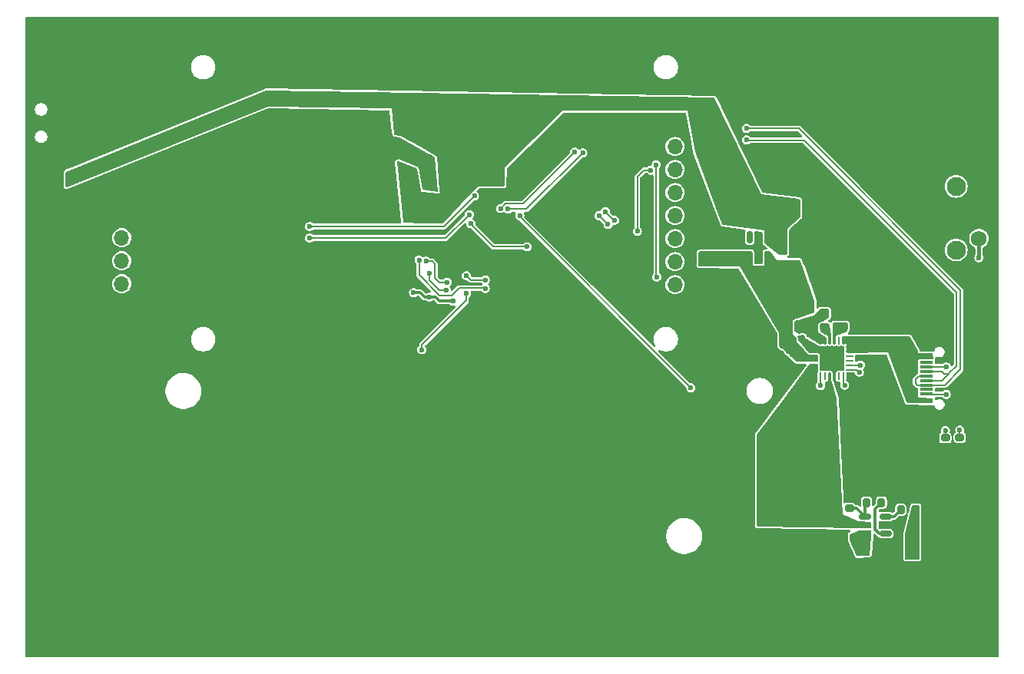
<source format=gbr>
%TF.GenerationSoftware,KiCad,Pcbnew,8.0.7*%
%TF.CreationDate,2024-12-15T23:10:09+01:00*%
%TF.ProjectId,leany,6c65616e-792e-46b6-9963-61645f706362,rev?*%
%TF.SameCoordinates,Original*%
%TF.FileFunction,Copper,L2,Bot*%
%TF.FilePolarity,Positive*%
%FSLAX46Y46*%
G04 Gerber Fmt 4.6, Leading zero omitted, Abs format (unit mm)*
G04 Created by KiCad (PCBNEW 8.0.7) date 2024-12-15 23:10:09*
%MOMM*%
%LPD*%
G01*
G04 APERTURE LIST*
G04 Aperture macros list*
%AMRoundRect*
0 Rectangle with rounded corners*
0 $1 Rounding radius*
0 $2 $3 $4 $5 $6 $7 $8 $9 X,Y pos of 4 corners*
0 Add a 4 corners polygon primitive as box body*
4,1,4,$2,$3,$4,$5,$6,$7,$8,$9,$2,$3,0*
0 Add four circle primitives for the rounded corners*
1,1,$1+$1,$2,$3*
1,1,$1+$1,$4,$5*
1,1,$1+$1,$6,$7*
1,1,$1+$1,$8,$9*
0 Add four rect primitives between the rounded corners*
20,1,$1+$1,$2,$3,$4,$5,0*
20,1,$1+$1,$4,$5,$6,$7,0*
20,1,$1+$1,$6,$7,$8,$9,0*
20,1,$1+$1,$8,$9,$2,$3,0*%
G04 Aperture macros list end*
%TA.AperFunction,ComponentPad*%
%ADD10R,1.700000X1.700000*%
%TD*%
%TA.AperFunction,ComponentPad*%
%ADD11O,1.700000X1.700000*%
%TD*%
%TA.AperFunction,SMDPad,CuDef*%
%ADD12RoundRect,0.250000X0.850000X-0.375000X0.850000X0.375000X-0.850000X0.375000X-0.850000X-0.375000X0*%
%TD*%
%TA.AperFunction,SMDPad,CuDef*%
%ADD13RoundRect,0.225000X-0.250000X0.225000X-0.250000X-0.225000X0.250000X-0.225000X0.250000X0.225000X0*%
%TD*%
%TA.AperFunction,SMDPad,CuDef*%
%ADD14RoundRect,0.225000X0.250000X-0.225000X0.250000X0.225000X-0.250000X0.225000X-0.250000X-0.225000X0*%
%TD*%
%TA.AperFunction,SMDPad,CuDef*%
%ADD15R,1.000000X1.000000*%
%TD*%
%TA.AperFunction,SMDPad,CuDef*%
%ADD16RoundRect,0.200000X-0.275000X0.200000X-0.275000X-0.200000X0.275000X-0.200000X0.275000X0.200000X0*%
%TD*%
%TA.AperFunction,SMDPad,CuDef*%
%ADD17RoundRect,0.250000X0.250000X0.475000X-0.250000X0.475000X-0.250000X-0.475000X0.250000X-0.475000X0*%
%TD*%
%TA.AperFunction,SMDPad,CuDef*%
%ADD18RoundRect,0.250000X0.475000X-0.250000X0.475000X0.250000X-0.475000X0.250000X-0.475000X-0.250000X0*%
%TD*%
%TA.AperFunction,SMDPad,CuDef*%
%ADD19RoundRect,0.200000X-0.200000X-0.275000X0.200000X-0.275000X0.200000X0.275000X-0.200000X0.275000X0*%
%TD*%
%TA.AperFunction,SMDPad,CuDef*%
%ADD20RoundRect,0.150000X0.150000X-0.512500X0.150000X0.512500X-0.150000X0.512500X-0.150000X-0.512500X0*%
%TD*%
%TA.AperFunction,SMDPad,CuDef*%
%ADD21RoundRect,0.225000X-0.225000X-0.250000X0.225000X-0.250000X0.225000X0.250000X-0.225000X0.250000X0*%
%TD*%
%TA.AperFunction,SMDPad,CuDef*%
%ADD22RoundRect,0.200000X0.200000X0.275000X-0.200000X0.275000X-0.200000X-0.275000X0.200000X-0.275000X0*%
%TD*%
%TA.AperFunction,SMDPad,CuDef*%
%ADD23R,1.450000X0.600000*%
%TD*%
%TA.AperFunction,SMDPad,CuDef*%
%ADD24R,1.450000X0.300000*%
%TD*%
%TA.AperFunction,ComponentPad*%
%ADD25O,1.600000X1.000000*%
%TD*%
%TA.AperFunction,ComponentPad*%
%ADD26O,2.100000X1.000000*%
%TD*%
%TA.AperFunction,SMDPad,CuDef*%
%ADD27RoundRect,0.062500X0.350000X0.062500X-0.350000X0.062500X-0.350000X-0.062500X0.350000X-0.062500X0*%
%TD*%
%TA.AperFunction,SMDPad,CuDef*%
%ADD28RoundRect,0.062500X0.062500X0.350000X-0.062500X0.350000X-0.062500X-0.350000X0.062500X-0.350000X0*%
%TD*%
%TA.AperFunction,HeatsinkPad*%
%ADD29C,0.500000*%
%TD*%
%TA.AperFunction,HeatsinkPad*%
%ADD30R,2.700000X2.700000*%
%TD*%
%TA.AperFunction,ComponentPad*%
%ADD31C,2.100000*%
%TD*%
%TA.AperFunction,ComponentPad*%
%ADD32C,1.750000*%
%TD*%
%TA.AperFunction,SMDPad,CuDef*%
%ADD33R,7.340000X6.350000*%
%TD*%
%TA.AperFunction,SMDPad,CuDef*%
%ADD34RoundRect,0.250000X-0.250000X-0.475000X0.250000X-0.475000X0.250000X0.475000X-0.250000X0.475000X0*%
%TD*%
%TA.AperFunction,SMDPad,CuDef*%
%ADD35RoundRect,0.150000X-0.512500X-0.150000X0.512500X-0.150000X0.512500X0.150000X-0.512500X0.150000X0*%
%TD*%
%TA.AperFunction,ViaPad*%
%ADD36C,0.600000*%
%TD*%
%TA.AperFunction,Conductor*%
%ADD37C,0.300000*%
%TD*%
%TA.AperFunction,Conductor*%
%ADD38C,0.200000*%
%TD*%
%TA.AperFunction,Conductor*%
%ADD39C,0.400000*%
%TD*%
G04 APERTURE END LIST*
D10*
%TO.P,J1,1,Pin_1*%
%TO.N,GND*%
X100575000Y-88500000D03*
D11*
%TO.P,J1,2,Pin_2*%
%TO.N,/DEBUG_SWDCLK*%
X100575000Y-85960000D03*
%TO.P,J1,3,Pin_3*%
%TO.N,/DEBUG_SWDIO*%
X100575000Y-83420000D03*
%TO.P,J1,4,Pin_4*%
%TO.N,+3V3*%
X100575000Y-80880000D03*
%TD*%
%TO.P,J2,8,Pin_8*%
%TO.N,Net-(J2-Pin_8)*%
X161550000Y-86050000D03*
%TO.P,J2,7,Pin_7*%
%TO.N,/ST7735S_CS*%
X161550000Y-83510000D03*
%TO.P,J2,6,Pin_6*%
%TO.N,/ST7735S_DC*%
X161550000Y-80970000D03*
%TO.P,J2,5,Pin_5*%
%TO.N,/ST7735S_RST*%
X161550000Y-78430000D03*
%TO.P,J2,4,Pin_4*%
%TO.N,/ST7735S_MOSI*%
X161550000Y-75890000D03*
%TO.P,J2,3,Pin_3*%
%TO.N,/ST7735S_SCL*%
X161550000Y-73350000D03*
%TO.P,J2,2,Pin_2*%
%TO.N,+3V3*%
X161550000Y-70810000D03*
D10*
%TO.P,J2,1,Pin_1*%
%TO.N,GND*%
X161550000Y-68270000D03*
%TD*%
D12*
%TO.P,L1,1*%
%TO.N,Net-(C11-Pad1)*%
X175845000Y-90600000D03*
%TO.P,L1,2*%
%TO.N,SYS*%
X175845000Y-88450000D03*
%TD*%
D13*
%TO.P,C17,1*%
%TO.N,SYS*%
X167945000Y-83450000D03*
%TO.P,C17,2*%
%TO.N,GND*%
X167945000Y-85000000D03*
%TD*%
D14*
%TO.P,C14,1*%
%TO.N,Net-(U5-PSEL)*%
X182245000Y-92450000D03*
%TO.P,C14,2*%
%TO.N,GND*%
X182245000Y-90900000D03*
%TD*%
D15*
%TO.P,TP2,1,1*%
%TO.N,Net-(U5-PSEL)*%
X186445000Y-93050000D03*
%TD*%
D16*
%TO.P,R10,1*%
%TO.N,Net-(J3-CC2)*%
X191345000Y-102950000D03*
%TO.P,R10,2*%
%TO.N,GND*%
X191345000Y-104600000D03*
%TD*%
D17*
%TO.P,C12,1*%
%TO.N,SYS*%
X173600000Y-92200000D03*
%TO.P,C12,2*%
%TO.N,GND*%
X171700000Y-92200000D03*
%TD*%
D13*
%TO.P,C16,1*%
%TO.N,SYS*%
X166345000Y-83475000D03*
%TO.P,C16,2*%
%TO.N,GND*%
X166345000Y-85025000D03*
%TD*%
D18*
%TO.P,C13,1*%
%TO.N,Net-(U5-PSEL)*%
X184000000Y-92400000D03*
%TO.P,C13,2*%
%TO.N,GND*%
X184000000Y-90500000D03*
%TD*%
D19*
%TO.P,R17,1*%
%TO.N,BATT_EN*%
X182225000Y-115300000D03*
%TO.P,R17,2*%
%TO.N,GND*%
X183875000Y-115300000D03*
%TD*%
D20*
%TO.P,U4,1,VIN*%
%TO.N,SYS*%
X171707500Y-83062500D03*
%TO.P,U4,2,GND*%
%TO.N,GND*%
X170757500Y-83062500D03*
%TO.P,U4,3,EN*%
%TO.N,SYS*%
X169807500Y-83062500D03*
%TO.P,U4,4,NC*%
%TO.N,unconnected-(U4-NC-Pad4)*%
X169807500Y-80787500D03*
%TO.P,U4,5,VOUT*%
%TO.N,+3V3*%
X171707500Y-80787500D03*
%TD*%
D21*
%TO.P,C18,1*%
%TO.N,+3V3*%
X173470000Y-82225000D03*
%TO.P,C18,2*%
%TO.N,GND*%
X175020000Y-82225000D03*
%TD*%
D22*
%TO.P,R15,1*%
%TO.N,BATT_VOLT*%
X188082500Y-110875000D03*
%TO.P,R15,2*%
%TO.N,Net-(Q2B-D)*%
X186432500Y-110875000D03*
%TD*%
D23*
%TO.P,J3,A1,GND*%
%TO.N,GND*%
X189250000Y-93125000D03*
%TO.P,J3,A4,VBUS*%
%TO.N,Net-(U5-PSEL)*%
X189250000Y-93925000D03*
D24*
%TO.P,J3,A5,CC1*%
%TO.N,Net-(J3-CC1)*%
X189250000Y-95125000D03*
%TO.P,J3,A6,D+*%
%TO.N,USB_D+*%
X189250000Y-96125000D03*
%TO.P,J3,A7,D-*%
%TO.N,USB_D-*%
X189250000Y-96625000D03*
%TO.P,J3,A8,SBU1*%
%TO.N,unconnected-(J3-SBU1-PadA8)*%
X189250000Y-97625000D03*
D23*
%TO.P,J3,A9,VBUS*%
%TO.N,Net-(U5-PSEL)*%
X189250000Y-98825000D03*
%TO.P,J3,A12,GND*%
%TO.N,GND*%
X189250000Y-99625000D03*
%TO.P,J3,B1,GND*%
X189250000Y-99625000D03*
%TO.P,J3,B4,VBUS*%
%TO.N,Net-(U5-PSEL)*%
X189250000Y-98825000D03*
D24*
%TO.P,J3,B5,CC2*%
%TO.N,Net-(J3-CC2)*%
X189250000Y-98125000D03*
%TO.P,J3,B6,D+*%
%TO.N,USB_D+*%
X189250000Y-97125000D03*
%TO.P,J3,B7,D-*%
%TO.N,USB_D-*%
X189250000Y-95625000D03*
%TO.P,J3,B8,SBU2*%
%TO.N,unconnected-(J3-SBU2-PadB8)*%
X189250000Y-94625000D03*
D23*
%TO.P,J3,B9,VBUS*%
%TO.N,Net-(U5-PSEL)*%
X189250000Y-93925000D03*
%TO.P,J3,B12,GND*%
%TO.N,GND*%
X189250000Y-93125000D03*
D25*
%TO.P,J3,S1,SHIELD*%
X194345000Y-92055000D03*
D26*
X190165000Y-92055000D03*
D25*
X194345000Y-100695000D03*
D26*
X190165000Y-100695000D03*
%TD*%
D27*
%TO.P,U5,1,VAC*%
%TO.N,Net-(U5-PSEL)*%
X180807500Y-92925000D03*
%TO.P,U5,2,PSEL*%
X180807500Y-93425000D03*
%TO.P,U5,3,PMID_GOOD*%
%TO.N,unconnected-(U5-PMID_GOOD-Pad3)*%
X180807500Y-93925000D03*
%TO.P,U5,4,STAT*%
%TO.N,unconnected-(U5-STAT-Pad4)*%
X180807500Y-94425000D03*
%TO.P,U5,5,SCL*%
%TO.N,CHG_SCL*%
X180807500Y-94925000D03*
%TO.P,U5,6,SDA*%
%TO.N,CHG_SDA*%
X180807500Y-95425000D03*
D28*
%TO.P,U5,7,~{INT}*%
%TO.N,CHG_INT*%
X180095000Y-96137500D03*
%TO.P,U5,8,NC*%
%TO.N,unconnected-(U5-NC-Pad8)*%
X179595000Y-96137500D03*
%TO.P,U5,9,~{CE}*%
%TO.N,GND*%
X179095000Y-96137500D03*
%TO.P,U5,10,BATSNS*%
%TO.N,+BATT*%
X178595000Y-96137500D03*
%TO.P,U5,11,TS*%
%TO.N,unconnected-(U5-TS-Pad11)*%
X178095000Y-96137500D03*
%TO.P,U5,12,~{QON}*%
%TO.N,Net-(U5-~{QON})*%
X177595000Y-96137500D03*
D27*
%TO.P,U5,13,BAT*%
%TO.N,+BATT*%
X176882500Y-95425000D03*
%TO.P,U5,14,BAT*%
X176882500Y-94925000D03*
%TO.P,U5,15,SYS*%
%TO.N,SYS*%
X176882500Y-94425000D03*
%TO.P,U5,16,SYS*%
X176882500Y-93925000D03*
%TO.P,U5,17,PGND*%
%TO.N,GND*%
X176882500Y-93425000D03*
%TO.P,U5,18,PGND*%
X176882500Y-92925000D03*
D28*
%TO.P,U5,19,SW*%
%TO.N,Net-(C11-Pad1)*%
X177595000Y-92212500D03*
%TO.P,U5,20,SW*%
X178095000Y-92212500D03*
%TO.P,U5,21,BTST*%
%TO.N,Net-(U5-BTST)*%
X178595000Y-92212500D03*
%TO.P,U5,22,REGN*%
%TO.N,Net-(U5-REGN)*%
X179095000Y-92212500D03*
%TO.P,U5,23,PMID*%
%TO.N,unconnected-(U5-PMID-Pad23)*%
X179595000Y-92212500D03*
%TO.P,U5,24,VBUS*%
%TO.N,Net-(U5-PSEL)*%
X180095000Y-92212500D03*
D29*
%TO.P,U5,25,PAD*%
%TO.N,GND*%
X179945000Y-95275000D03*
X179945000Y-94175000D03*
X179945000Y-93075000D03*
X178845000Y-95275000D03*
X178845000Y-94175000D03*
D30*
X178845000Y-94175000D03*
D29*
X178845000Y-93075000D03*
X177745000Y-95275000D03*
X177745000Y-94175000D03*
X177745000Y-93075000D03*
%TD*%
D18*
%TO.P,C19,1*%
%TO.N,+3V3*%
X172150000Y-77150000D03*
%TO.P,C19,2*%
%TO.N,GND*%
X172150000Y-75250000D03*
%TD*%
D13*
%TO.P,C15,1*%
%TO.N,SYS*%
X164745000Y-83475000D03*
%TO.P,C15,2*%
%TO.N,GND*%
X164745000Y-85025000D03*
%TD*%
D31*
%TO.P,SW4,*%
%TO.N,*%
X192555000Y-82225000D03*
X192555000Y-75215000D03*
D32*
%TO.P,SW4,1,1*%
%TO.N,Net-(U5-~{QON})*%
X195045000Y-80975000D03*
%TO.P,SW4,2,2*%
%TO.N,GND*%
X195045000Y-76475000D03*
%TD*%
D33*
%TO.P,BT1,1,+*%
%TO.N,+BATT*%
X174295000Y-105775000D03*
%TO.P,BT1,2,-*%
%TO.N,GND*%
X95635000Y-105775000D03*
%TD*%
D13*
%TO.P,C11,1*%
%TO.N,Net-(C11-Pad1)*%
X178045000Y-89200000D03*
%TO.P,C11,2*%
%TO.N,Net-(U5-BTST)*%
X178045000Y-90750000D03*
%TD*%
D19*
%TO.P,R14,1*%
%TO.N,Net-(Q2B-G)*%
X182657500Y-110075000D03*
%TO.P,R14,2*%
%TO.N,Net-(Q2A-D)*%
X184307500Y-110075000D03*
%TD*%
D18*
%TO.P,C21,1*%
%TO.N,Net-(U5-REGN)*%
X179845000Y-90725000D03*
%TO.P,C21,2*%
%TO.N,GND*%
X179845000Y-88825000D03*
%TD*%
D15*
%TO.P,TP3,1,1*%
%TO.N,+3V3*%
X174345000Y-77625000D03*
%TD*%
D34*
%TO.P,C20,1*%
%TO.N,+BATT*%
X178600000Y-98750000D03*
%TO.P,C20,2*%
%TO.N,GND*%
X180500000Y-98750000D03*
%TD*%
D16*
%TO.P,R9,1*%
%TO.N,Net-(J3-CC1)*%
X192945000Y-102925000D03*
%TO.P,R9,2*%
%TO.N,GND*%
X192945000Y-104575000D03*
%TD*%
D19*
%TO.P,R16,1*%
%TO.N,GND*%
X186420000Y-112375000D03*
%TO.P,R16,2*%
%TO.N,BATT_VOLT*%
X188070000Y-112375000D03*
%TD*%
D15*
%TO.P,TP5,1,1*%
%TO.N,BATT_VOLT*%
X187695000Y-114325000D03*
%TD*%
%TO.P,TP1,1,1*%
%TO.N,SYS*%
X174345000Y-84225000D03*
%TD*%
D16*
%TO.P,R13,1*%
%TO.N,Net-(Q2B-G)*%
X180782500Y-110700000D03*
%TO.P,R13,2*%
%TO.N,+BATT*%
X180782500Y-112350000D03*
%TD*%
D35*
%TO.P,Q2,1,G*%
%TO.N,BATT_EN*%
X182495000Y-113525000D03*
%TO.P,Q2,2,S*%
%TO.N,+BATT*%
X182495000Y-112575000D03*
%TO.P,Q2,3,G*%
%TO.N,Net-(Q2B-G)*%
X182495000Y-111625000D03*
%TO.P,Q2,4,D*%
%TO.N,Net-(Q2B-D)*%
X184770000Y-111625000D03*
%TO.P,Q2,5,S*%
%TO.N,GND*%
X184770000Y-112575000D03*
%TO.P,Q2,6,D*%
%TO.N,Net-(Q2A-D)*%
X184770000Y-113525000D03*
%TD*%
D15*
%TO.P,TP4,1,1*%
%TO.N,GND*%
X189545000Y-102775000D03*
%TD*%
D36*
%TO.N,GND*%
X135995000Y-92475000D03*
X91020000Y-108070000D03*
X164750000Y-86250000D03*
X182285000Y-89885000D03*
X94895000Y-65875000D03*
X139350000Y-123825000D03*
X131100000Y-70950000D03*
X142995000Y-75675000D03*
X167215000Y-62395000D03*
X176075000Y-82245000D03*
X196625000Y-75865000D03*
X168050000Y-86300000D03*
X159900000Y-123775000D03*
X184000000Y-116750000D03*
X94895000Y-66525000D03*
X121045000Y-77225000D03*
X91030000Y-107345000D03*
X91020000Y-104065000D03*
X160500000Y-123775000D03*
X173295000Y-93625000D03*
X90990000Y-105725000D03*
X103345000Y-78325000D03*
X175795000Y-92475000D03*
X131100000Y-70250000D03*
X91030000Y-108850000D03*
X133395000Y-91175000D03*
X166400000Y-86300000D03*
X138000000Y-123825000D03*
X165560000Y-63685000D03*
X174345000Y-94725000D03*
X196625000Y-76545000D03*
X130695000Y-78525000D03*
X185150000Y-82100000D03*
X91055000Y-103330000D03*
X176320000Y-92800000D03*
X121045000Y-75225000D03*
X91005000Y-106565000D03*
X175595000Y-91875000D03*
X102850000Y-88900000D03*
X173100000Y-73800000D03*
X173845000Y-94175000D03*
X102850000Y-89550000D03*
X167945000Y-62010000D03*
X158600000Y-123775000D03*
X131200000Y-71600000D03*
X138700000Y-123825000D03*
X133845000Y-91575000D03*
X142295000Y-75775000D03*
X159250000Y-123775000D03*
X179940000Y-87735000D03*
X134195000Y-72295000D03*
X134585000Y-74930000D03*
X136645000Y-92475000D03*
X196585000Y-77270000D03*
X140000000Y-123825000D03*
X186200000Y-113500000D03*
X121045000Y-75875000D03*
X130095000Y-78275000D03*
X121045000Y-76525000D03*
X94895000Y-65225000D03*
X91030000Y-104885000D03*
%TO.N,+3V3*%
X141695000Y-74675000D03*
X172245000Y-78975000D03*
X173845000Y-79525000D03*
X142295000Y-66025000D03*
X132745000Y-86925000D03*
X135745000Y-78325000D03*
X135745000Y-78975000D03*
X134495000Y-87425000D03*
X134145000Y-79025000D03*
X133595000Y-77275000D03*
X142945000Y-66025000D03*
X95595000Y-74375000D03*
X95445000Y-73625000D03*
X135095000Y-78325000D03*
X142295000Y-65375000D03*
X174345000Y-79075000D03*
X131975000Y-73695000D03*
X94895000Y-74625000D03*
X142945000Y-65375000D03*
X172845000Y-78975000D03*
X136545000Y-68625000D03*
X135095000Y-78975000D03*
X137095000Y-87875000D03*
X138045000Y-68625000D03*
X94795000Y-73875000D03*
X173195000Y-79525000D03*
X132670000Y-73680000D03*
X173495000Y-78975000D03*
X172545000Y-79525000D03*
%TO.N,/DEBUG_SWDCLK*%
X121295000Y-80905000D03*
X138895000Y-78325000D03*
%TO.N,/DEBUG_SWDIO*%
X139445000Y-76275000D03*
X121295000Y-79635000D03*
%TO.N,/ST7735S_RST*%
X154895000Y-78962500D03*
X153870735Y-77988235D03*
%TO.N,/ST7735S_SCL*%
X158895000Y-73427500D03*
X157395000Y-80162500D03*
%TO.N,/ST7735S_DC*%
X153170000Y-78437500D03*
X154170000Y-79412500D03*
%TO.N,/ST7735S_BL*%
X159495000Y-72827500D03*
X159545000Y-85212500D03*
%TO.N,USB_D+*%
X169445000Y-68825000D03*
%TO.N,USB_D-*%
X169445000Y-70075000D03*
%TO.N,Net-(J3-CC2)*%
X191445000Y-98144327D03*
X191345000Y-102150000D03*
%TO.N,Net-(J3-CC1)*%
X191445000Y-95125000D03*
X192945000Y-102100000D03*
%TO.N,BATT_EN*%
X144445000Y-78425000D03*
X163295000Y-97425000D03*
X181145000Y-113925000D03*
%TO.N,CHG_SDA*%
X181865000Y-95725000D03*
%TO.N,CHG_SCL*%
X145245000Y-81875000D03*
X139045000Y-79325000D03*
X181965000Y-94925000D03*
%TO.N,BATT_VOLT*%
X133345000Y-83325000D03*
X187695000Y-115925000D03*
X140645000Y-86475000D03*
%TO.N,/LSM6DSO_SCL*%
X136345000Y-86668356D03*
X134495000Y-84799264D03*
%TO.N,/LSM6DSO_CS*%
X136445000Y-85787500D03*
X134145000Y-83475000D03*
%TO.N,/LSM6DSO_INT1*%
X138538015Y-87031985D03*
X133645000Y-93225000D03*
%TO.N,Net-(U5-~{QON})*%
X195045000Y-83075000D03*
X177600000Y-97200000D03*
%TO.N,/FTDI_TX*%
X143145000Y-77725000D03*
X151395000Y-71525000D03*
%TO.N,CHG_INT*%
X180250000Y-97150000D03*
X138564485Y-85055515D03*
X140645000Y-85525000D03*
%TO.N,/FTDI_RX*%
X142320000Y-77650000D03*
X150495000Y-71425000D03*
%TO.N,GND*%
X102850000Y-88250000D03*
%TD*%
D37*
%TO.N,+BATT*%
X180782500Y-112350000D02*
X181470000Y-112350000D01*
X181470000Y-112350000D02*
X181745000Y-112625000D01*
X181745000Y-112625000D02*
X182445000Y-112625000D01*
D38*
X180707500Y-112575000D02*
X180482500Y-112350000D01*
D37*
X182445000Y-112625000D02*
X182495000Y-112575000D01*
D38*
%TO.N,GND*%
X173845000Y-94175000D02*
X173295000Y-93625000D01*
X173845000Y-94175000D02*
X174345000Y-94675000D01*
X175795000Y-92475000D02*
X176245000Y-92925000D01*
X174345000Y-94675000D02*
X174345000Y-94725000D01*
X175795000Y-92475000D02*
X175595000Y-92275000D01*
X173157500Y-93487500D02*
X173295000Y-93625000D01*
X175595000Y-92275000D02*
X175595000Y-91875000D01*
X176245000Y-92925000D02*
X176882500Y-92925000D01*
X176320000Y-92800000D02*
X176320000Y-92862500D01*
X176320000Y-92862500D02*
X176882500Y-93425000D01*
D37*
%TO.N,+3V3*%
X134495000Y-87425000D02*
X135175000Y-87425000D01*
X133445000Y-86925000D02*
X132745000Y-86925000D01*
X135175000Y-87425000D02*
X135625000Y-87875000D01*
X135625000Y-87875000D02*
X137095000Y-87875000D01*
X134495000Y-87425000D02*
X133945000Y-87425000D01*
X133945000Y-87425000D02*
X133445000Y-86925000D01*
D38*
%TO.N,/DEBUG_SWDCLK*%
X138885000Y-78325000D02*
X136305000Y-80905000D01*
X136305000Y-80905000D02*
X121295000Y-80905000D01*
X138895000Y-78325000D02*
X138885000Y-78325000D01*
%TO.N,/DEBUG_SWDIO*%
X136085000Y-79635000D02*
X139445000Y-76275000D01*
X121295000Y-79635000D02*
X136085000Y-79635000D01*
%TO.N,/ST7735S_RST*%
X154845000Y-78962500D02*
X154895000Y-78962500D01*
X153870735Y-77988235D02*
X154845000Y-78962500D01*
%TO.N,/ST7735S_SCL*%
X157395000Y-80162500D02*
X157395000Y-74130000D01*
X158097500Y-73427500D02*
X158895000Y-73427500D01*
X157395000Y-74130000D02*
X158097500Y-73427500D01*
%TO.N,/ST7735S_DC*%
X154145000Y-79412500D02*
X154170000Y-79412500D01*
X153170000Y-78437500D02*
X154145000Y-79412500D01*
%TO.N,/ST7735S_BL*%
X159495000Y-72827500D02*
X159495000Y-85162500D01*
X159495000Y-85162500D02*
X159545000Y-85212500D01*
%TO.N,USB_D+*%
X189250000Y-97125000D02*
X188275000Y-97125000D01*
X188795000Y-96125000D02*
X189750000Y-96125000D01*
X188275000Y-97125000D02*
X188045000Y-96895000D01*
X191293529Y-97125000D02*
X192995000Y-95423529D01*
X189250000Y-97125000D02*
X191293529Y-97125000D01*
X188395000Y-96125000D02*
X189250000Y-96125000D01*
X188045000Y-96475000D02*
X188395000Y-96125000D01*
X188045000Y-96895000D02*
X188045000Y-96475000D01*
X192995000Y-95423529D02*
X192995000Y-86645000D01*
X175175000Y-68825000D02*
X169445000Y-68825000D01*
X192995000Y-86645000D02*
X175175000Y-68825000D01*
%TO.N,USB_D-*%
X191704820Y-95892590D02*
X190972410Y-96625000D01*
X192595000Y-86945000D02*
X175775000Y-70125000D01*
X192595000Y-95002410D02*
X192595000Y-86945000D01*
X175775000Y-70125000D02*
X169495000Y-70125000D01*
X191240000Y-95892590D02*
X191704820Y-95892590D01*
X189250000Y-95625000D02*
X190972410Y-95625000D01*
X190972410Y-96625000D02*
X189250000Y-96625000D01*
X191758705Y-95838705D02*
X192595000Y-95002410D01*
X169495000Y-70125000D02*
X169445000Y-70075000D01*
X190972410Y-95625000D02*
X191240000Y-95892590D01*
%TO.N,Net-(J3-CC2)*%
X189269327Y-98144327D02*
X189250000Y-98125000D01*
X189250000Y-98125000D02*
X189750000Y-98125000D01*
X191445000Y-98144327D02*
X189269327Y-98144327D01*
X191345000Y-102950000D02*
X191345000Y-102150000D01*
%TO.N,Net-(J3-CC1)*%
X191445000Y-95125000D02*
X189250000Y-95125000D01*
X192945000Y-102925000D02*
X192945000Y-102100000D01*
%TO.N,BATT_EN*%
X182007500Y-113525000D02*
X182495000Y-113525000D01*
X144445000Y-78575000D02*
X144445000Y-78425000D01*
X163295000Y-97425000D02*
X144445000Y-78575000D01*
%TO.N,Net-(U5-PSEL)*%
X180332500Y-92450000D02*
X182245000Y-92450000D01*
X180807500Y-92925000D02*
X181770000Y-92925000D01*
X180095000Y-92212500D02*
X180332500Y-92450000D01*
X181770000Y-92925000D02*
X182245000Y-92450000D01*
%TO.N,Net-(U5-REGN)*%
X179095000Y-91475000D02*
X179845000Y-90725000D01*
X179095000Y-92212500D02*
X179095000Y-91475000D01*
D37*
%TO.N,Net-(Q2B-G)*%
X181570000Y-110700000D02*
X182495000Y-111625000D01*
D38*
X182495000Y-110237500D02*
X182657500Y-110075000D01*
D37*
X182495000Y-111625000D02*
X182495000Y-110237500D01*
X180782500Y-110700000D02*
X181570000Y-110700000D01*
D38*
%TO.N,CHG_SDA*%
X181565000Y-95425000D02*
X181865000Y-95725000D01*
X180807500Y-95425000D02*
X181565000Y-95425000D01*
%TO.N,CHG_SCL*%
X145245000Y-81875000D02*
X141545000Y-81875000D01*
X180765000Y-94925000D02*
X180715000Y-94875000D01*
X139045000Y-79375000D02*
X139045000Y-79325000D01*
X180807500Y-94925000D02*
X181965000Y-94925000D01*
X180807500Y-94925000D02*
X180765000Y-94925000D01*
X141545000Y-81875000D02*
X139045000Y-79375000D01*
%TO.N,BATT_VOLT*%
X140601985Y-86431985D02*
X137749045Y-86431985D01*
X135608356Y-87268356D02*
X133345000Y-85005000D01*
X140645000Y-86475000D02*
X140601985Y-86431985D01*
X133345000Y-85005000D02*
X133345000Y-83325000D01*
X136912674Y-87268356D02*
X135608356Y-87268356D01*
X137749045Y-86431985D02*
X136912674Y-87268356D01*
D37*
%TO.N,Net-(Q2B-D)*%
X185682500Y-111625000D02*
X186432500Y-110875000D01*
X184770000Y-111625000D02*
X185682500Y-111625000D01*
%TO.N,Net-(Q2A-D)*%
X183632500Y-110750000D02*
X183632500Y-113049999D01*
D38*
X184107501Y-113525000D02*
X184770000Y-113525000D01*
D37*
X184307500Y-110075000D02*
X183632500Y-110750000D01*
X183632500Y-113049999D02*
X184107501Y-113525000D01*
D38*
%TO.N,/LSM6DSO_SCL*%
X136345000Y-86668356D02*
X135568356Y-86668356D01*
X135568356Y-86668356D02*
X134495000Y-85595000D01*
X134495000Y-85595000D02*
X134495000Y-84799264D01*
%TO.N,/LSM6DSO_CS*%
X134145000Y-83475000D02*
X134800000Y-83475000D01*
X134800000Y-83475000D02*
X135095000Y-83770000D01*
X135552500Y-85787500D02*
X136445000Y-85787500D01*
X135095000Y-83770000D02*
X135095000Y-85330000D01*
X135095000Y-85330000D02*
X135552500Y-85787500D01*
%TO.N,/LSM6DSO_INT1*%
X138538015Y-87794485D02*
X138538015Y-87031985D01*
X133645000Y-92687500D02*
X138538015Y-87794485D01*
X133645000Y-93225000D02*
X133645000Y-92687500D01*
D39*
%TO.N,Net-(U5-~{QON})*%
X195045000Y-80975000D02*
X195045000Y-83075000D01*
D38*
X177595000Y-96137500D02*
X177595000Y-97195000D01*
X177595000Y-97195000D02*
X177600000Y-97200000D01*
%TO.N,/FTDI_TX*%
X151395000Y-71525000D02*
X145195000Y-77725000D01*
X145195000Y-77725000D02*
X143145000Y-77725000D01*
%TO.N,CHG_INT*%
X180095000Y-96995000D02*
X180095000Y-96137500D01*
X139033970Y-85525000D02*
X140645000Y-85525000D01*
X180250000Y-97150000D02*
X180095000Y-96995000D01*
X138564485Y-85055515D02*
X139033970Y-85525000D01*
%TO.N,/FTDI_RX*%
X142845000Y-77125000D02*
X142320000Y-77650000D01*
X150495000Y-71425000D02*
X144795000Y-77125000D01*
X144795000Y-77125000D02*
X142845000Y-77125000D01*
%TD*%
%TA.AperFunction,Conductor*%
%TO.N,Net-(U5-REGN)*%
G36*
X180531684Y-90244685D02*
G01*
X180577439Y-90297489D01*
X180588490Y-90355192D01*
X180548908Y-91146831D01*
X180525900Y-91212804D01*
X180472755Y-91255101D01*
X179669089Y-91589962D01*
X179621398Y-91599500D01*
X179506601Y-91599500D01*
X179429881Y-91614760D01*
X179429879Y-91614761D01*
X179342888Y-91672888D01*
X179284760Y-91759883D01*
X179284758Y-91759887D01*
X179269500Y-91836594D01*
X179269500Y-92397622D01*
X179268742Y-92411314D01*
X179257312Y-92514192D01*
X179230345Y-92578648D01*
X179172811Y-92618293D01*
X179134070Y-92624500D01*
X179074500Y-92624500D01*
X179007461Y-92604815D01*
X178961706Y-92552011D01*
X178950500Y-92500500D01*
X178950500Y-91783814D01*
X178949983Y-91769249D01*
X178948737Y-91751713D01*
X178947189Y-91737216D01*
X178946246Y-91730612D01*
X178945000Y-91713080D01*
X178945000Y-90349000D01*
X178964685Y-90281961D01*
X179017489Y-90236206D01*
X179069000Y-90225000D01*
X180464645Y-90225000D01*
X180531684Y-90244685D01*
G37*
%TD.AperFunction*%
%TD*%
%TA.AperFunction,Conductor*%
%TO.N,Net-(C11-Pad1)*%
G36*
X178488039Y-88744685D02*
G01*
X178533794Y-88797489D01*
X178545000Y-88849000D01*
X178545000Y-89607138D01*
X178525315Y-89674177D01*
X178487843Y-89711580D01*
X177912278Y-90079942D01*
X177845435Y-90099500D01*
X177761507Y-90099500D01*
X177661878Y-90115279D01*
X177661874Y-90115280D01*
X177661874Y-90115281D01*
X177655682Y-90118436D01*
X177541777Y-90176473D01*
X177505150Y-90213100D01*
X177487683Y-90227624D01*
X177482921Y-90230895D01*
X177430104Y-90276660D01*
X177412160Y-90294242D01*
X177412154Y-90294249D01*
X177367511Y-90374059D01*
X177367507Y-90374070D01*
X177360859Y-90396711D01*
X177323083Y-90455488D01*
X177308727Y-90466214D01*
X177295000Y-90474999D01*
X177295000Y-91225000D01*
X177326837Y-91243432D01*
X177372793Y-91289967D01*
X177405182Y-91347566D01*
X177452121Y-91399320D01*
X177497182Y-91436612D01*
X178021507Y-91757033D01*
X178041799Y-91766486D01*
X178063356Y-91776529D01*
X178063360Y-91776531D01*
X178063363Y-91776532D01*
X178105133Y-91790531D01*
X178111002Y-91794624D01*
X178118875Y-91796190D01*
X178134086Y-91800234D01*
X178154900Y-91807209D01*
X178212211Y-91847175D01*
X178238816Y-91911781D01*
X178239500Y-91924783D01*
X178239500Y-92500500D01*
X178219815Y-92567539D01*
X178167011Y-92613294D01*
X178115500Y-92624500D01*
X177529874Y-92624500D01*
X177462835Y-92604815D01*
X177445425Y-92591298D01*
X177397967Y-92547159D01*
X177397963Y-92547155D01*
X176188907Y-91847175D01*
X176140319Y-91819045D01*
X176092164Y-91768420D01*
X176083368Y-91740843D01*
X176082663Y-91741051D01*
X176080164Y-91732540D01*
X176020377Y-91601628D01*
X176020376Y-91601626D01*
X175926128Y-91492857D01*
X175805053Y-91415047D01*
X175805051Y-91415046D01*
X175805049Y-91415045D01*
X175805050Y-91415045D01*
X175666963Y-91374500D01*
X175666961Y-91374500D01*
X175523039Y-91374500D01*
X175523036Y-91374500D01*
X175376437Y-91417545D01*
X175376240Y-91416876D01*
X175358075Y-91421039D01*
X175358394Y-91422304D01*
X175344840Y-91425715D01*
X175294279Y-91451460D01*
X175225606Y-91464336D01*
X175180937Y-91451041D01*
X174811921Y-91259699D01*
X174761467Y-91211364D01*
X174745000Y-91149617D01*
X174745000Y-90167605D01*
X174764685Y-90100566D01*
X174795366Y-90067835D01*
X174864190Y-90017040D01*
X174896869Y-89999768D01*
X174924757Y-89990010D01*
X174933485Y-89986957D01*
X174974436Y-89980000D01*
X175018751Y-89980000D01*
X175054738Y-89976825D01*
X175097495Y-89969220D01*
X175132368Y-89959792D01*
X175644845Y-89771534D01*
X175660053Y-89767033D01*
X176945000Y-89475000D01*
X177507770Y-88771538D01*
X177565021Y-88731486D01*
X177604598Y-88725000D01*
X178421000Y-88725000D01*
X178488039Y-88744685D01*
G37*
%TD.AperFunction*%
%TD*%
%TA.AperFunction,Conductor*%
%TO.N,BATT_EN*%
G36*
X183138039Y-113194685D02*
G01*
X183183794Y-113247489D01*
X183195000Y-113299000D01*
X183195000Y-113819324D01*
X183194481Y-113830655D01*
X183009974Y-115841305D01*
X182984246Y-115906265D01*
X182927482Y-115947004D01*
X182890919Y-115953895D01*
X181683036Y-115997034D01*
X181615336Y-115979755D01*
X181567726Y-115928617D01*
X181565693Y-115924354D01*
X180806071Y-114249411D01*
X180795000Y-114198195D01*
X180795000Y-113658951D01*
X180814685Y-113591912D01*
X180867489Y-113546157D01*
X180872919Y-113543832D01*
X181772828Y-113183869D01*
X181818880Y-113175000D01*
X183071000Y-113175000D01*
X183138039Y-113194685D01*
G37*
%TD.AperFunction*%
%TD*%
%TA.AperFunction,Conductor*%
%TO.N,BATT_VOLT*%
G36*
X188438039Y-110394685D02*
G01*
X188483794Y-110447489D01*
X188495000Y-110499000D01*
X188495000Y-116251000D01*
X188475315Y-116318039D01*
X188422511Y-116363794D01*
X188371000Y-116375000D01*
X187019000Y-116375000D01*
X186951961Y-116355315D01*
X186906206Y-116302511D01*
X186895000Y-116251000D01*
X186895000Y-113540501D01*
X186898815Y-113509978D01*
X187671260Y-110468477D01*
X187706841Y-110408346D01*
X187769283Y-110376996D01*
X187791445Y-110375000D01*
X188371000Y-110375000D01*
X188438039Y-110394685D01*
G37*
%TD.AperFunction*%
%TD*%
%TA.AperFunction,Conductor*%
%TO.N,+3V3*%
G36*
X165818580Y-65423764D02*
G01*
X165885291Y-65444530D01*
X165928236Y-65493826D01*
X171049999Y-76099999D01*
X171050000Y-76100000D01*
X175236047Y-76611682D01*
X175300201Y-76639354D01*
X175339211Y-76697320D01*
X175345000Y-76734765D01*
X175345000Y-78569480D01*
X175325315Y-78636519D01*
X175303586Y-78661976D01*
X173945000Y-79874999D01*
X173945000Y-82601000D01*
X173925315Y-82668039D01*
X173872511Y-82713794D01*
X173821000Y-82725000D01*
X173037695Y-82725000D01*
X172970656Y-82705315D01*
X172961355Y-82698715D01*
X171442660Y-81512234D01*
X171401950Y-81455450D01*
X171395000Y-81414519D01*
X171395000Y-80075000D01*
X166872887Y-79459913D01*
X166809112Y-79431372D01*
X166773758Y-79381281D01*
X166445727Y-78522280D01*
X163749250Y-71461130D01*
X163742948Y-71438265D01*
X162945000Y-66875000D01*
X162944999Y-66874999D01*
X149245001Y-66858810D01*
X149244998Y-66858811D01*
X142795000Y-73124999D01*
X142747882Y-75103952D01*
X142726607Y-75170503D01*
X142672729Y-75214989D01*
X142623917Y-75225000D01*
X139845000Y-75225000D01*
X139325596Y-75771038D01*
X139270689Y-75804551D01*
X139234951Y-75815045D01*
X139234945Y-75815048D01*
X139113873Y-75892856D01*
X139113872Y-75892856D01*
X139113872Y-75892857D01*
X139101290Y-75907377D01*
X139019623Y-76001626D01*
X139019622Y-76001628D01*
X138959835Y-76132542D01*
X138958510Y-76137055D01*
X138929380Y-76187573D01*
X135981658Y-79286462D01*
X135921191Y-79321470D01*
X135891813Y-79325000D01*
X133697958Y-79325000D01*
X133692060Y-79324860D01*
X131701510Y-79230071D01*
X131635483Y-79207220D01*
X131592291Y-79152299D01*
X131584062Y-79118931D01*
X131325509Y-76611681D01*
X130906945Y-72552758D01*
X130919649Y-72484055D01*
X130967481Y-72433125D01*
X131035255Y-72416139D01*
X131075694Y-72424651D01*
X132352282Y-72927000D01*
X133065617Y-73207704D01*
X133120792Y-73250570D01*
X133142569Y-73302982D01*
X133527219Y-75643319D01*
X133527224Y-75643338D01*
X133554525Y-75716953D01*
X133554526Y-75716954D01*
X133554527Y-75716956D01*
X133618311Y-75782499D01*
X133704216Y-75813876D01*
X135404216Y-76028876D01*
X135492461Y-76020778D01*
X135571220Y-75974289D01*
X135622009Y-75898231D01*
X135634768Y-75807669D01*
X135627090Y-75716956D01*
X135405677Y-73100873D01*
X135309768Y-71967669D01*
X135307609Y-71950648D01*
X135272639Y-71866142D01*
X135204467Y-71805176D01*
X133612319Y-70924500D01*
X131299469Y-69645176D01*
X131299466Y-69645175D01*
X131225490Y-69621087D01*
X131225481Y-69621085D01*
X130694367Y-69554696D01*
X130630287Y-69526849D01*
X130591434Y-69468777D01*
X130586404Y-69444389D01*
X130295086Y-66619403D01*
X116694716Y-66392003D01*
X94565333Y-75306384D01*
X94495794Y-75313174D01*
X94433623Y-75281291D01*
X94398558Y-75220857D01*
X94395000Y-75191365D01*
X94395000Y-73708319D01*
X94414685Y-73641280D01*
X94467489Y-73595525D01*
X94472141Y-73593514D01*
X95312358Y-73250570D01*
X116419879Y-64635300D01*
X116468740Y-64626122D01*
X165818580Y-65423764D01*
G37*
%TD.AperFunction*%
%TD*%
%TA.AperFunction,Conductor*%
%TO.N,SYS*%
G36*
X170038039Y-82394685D02*
G01*
X170083794Y-82447489D01*
X170095000Y-82499000D01*
X170095000Y-83975000D01*
X171395000Y-83975000D01*
X171395000Y-82499000D01*
X171414685Y-82431961D01*
X171467489Y-82386206D01*
X171519000Y-82375000D01*
X171982342Y-82375000D01*
X172049381Y-82394685D01*
X172082167Y-82425441D01*
X172745000Y-83325000D01*
X175257484Y-83325000D01*
X175324523Y-83344685D01*
X175370278Y-83397489D01*
X175374317Y-83407454D01*
X175568155Y-83952623D01*
X176937835Y-87804848D01*
X176945000Y-87846389D01*
X176945000Y-88988449D01*
X176925315Y-89055488D01*
X176872511Y-89101243D01*
X176863757Y-89104844D01*
X175061508Y-89766895D01*
X175018751Y-89774500D01*
X174940730Y-89774500D01*
X174910300Y-89777353D01*
X174910298Y-89777353D01*
X174782119Y-89822206D01*
X174782118Y-89822207D01*
X174668709Y-89905906D01*
X174637834Y-89922530D01*
X174495000Y-89974999D01*
X174495000Y-91525002D01*
X174919561Y-92014879D01*
X174948592Y-92078432D01*
X174944029Y-92133656D01*
X174943157Y-92136396D01*
X174946397Y-92227793D01*
X174946398Y-92227797D01*
X174988972Y-92308738D01*
X175789646Y-93242857D01*
X176178458Y-93696471D01*
X176188974Y-93708739D01*
X176255837Y-93760149D01*
X176344995Y-93780499D01*
X176345000Y-93780500D01*
X177170500Y-93780500D01*
X177237539Y-93800185D01*
X177283294Y-93852989D01*
X177294500Y-93904500D01*
X177294500Y-94133906D01*
X177293238Y-94151552D01*
X177289867Y-94174999D01*
X177293238Y-94198445D01*
X177294500Y-94216092D01*
X177294500Y-94451000D01*
X177274815Y-94518039D01*
X177222011Y-94563794D01*
X177170500Y-94575000D01*
X175041035Y-94575000D01*
X174973996Y-94555315D01*
X174960118Y-94544960D01*
X174328105Y-94000681D01*
X174296228Y-93958232D01*
X174270379Y-93901630D01*
X174270376Y-93901626D01*
X174228232Y-93852989D01*
X174176128Y-93792857D01*
X174055053Y-93715047D01*
X174019489Y-93704604D01*
X173991789Y-93696471D01*
X173945808Y-93671454D01*
X173822964Y-93565663D01*
X173785011Y-93507000D01*
X173781144Y-93489354D01*
X173780165Y-93482543D01*
X173767267Y-93454302D01*
X173720379Y-93351630D01*
X173720376Y-93351626D01*
X173626128Y-93242857D01*
X173505053Y-93165047D01*
X173505051Y-93165046D01*
X173505049Y-93165045D01*
X173505050Y-93165045D01*
X173366963Y-93124500D01*
X173366961Y-93124500D01*
X173356723Y-93124500D01*
X173289684Y-93104815D01*
X173275806Y-93094460D01*
X173093083Y-92937102D01*
X173055130Y-92878439D01*
X173050000Y-92843142D01*
X173050000Y-91400000D01*
X173049999Y-91399999D01*
X172202781Y-89975000D01*
X168695000Y-84075000D01*
X164267637Y-84026347D01*
X164200818Y-84005926D01*
X164155646Y-83952623D01*
X164145000Y-83902354D01*
X164145000Y-82499000D01*
X164164685Y-82431961D01*
X164217489Y-82386206D01*
X164269000Y-82375000D01*
X169971000Y-82375000D01*
X170038039Y-82394685D01*
G37*
%TD.AperFunction*%
%TD*%
%TA.AperFunction,Conductor*%
%TO.N,GND*%
G36*
X176307886Y-93531701D02*
G01*
X176307883Y-93531698D01*
X176292197Y-93513398D01*
X175945673Y-93109119D01*
X175180346Y-92216238D01*
X175180345Y-92216235D01*
X176307886Y-93531701D01*
G37*
%TD.AperFunction*%
%TA.AperFunction,Conductor*%
G36*
X175153430Y-92156452D02*
G01*
X175151664Y-92152528D01*
X175150916Y-92125337D01*
X175153394Y-92095354D01*
X175154050Y-92082604D01*
X175135513Y-91993046D01*
X175135511Y-91993041D01*
X175135510Y-91993038D01*
X175106487Y-91929504D01*
X175106482Y-91929493D01*
X175106478Y-91929487D01*
X175106473Y-91929477D01*
X175074859Y-91880297D01*
X175074858Y-91880296D01*
X175074855Y-91880291D01*
X175063459Y-91867142D01*
X175034429Y-91803591D01*
X175044365Y-91734431D01*
X175090115Y-91681623D01*
X175157152Y-91661931D01*
X175164722Y-91662529D01*
X175164725Y-91662458D01*
X175172088Y-91662745D01*
X175172090Y-91662746D01*
X175263477Y-91666316D01*
X175332150Y-91653440D01*
X175342953Y-91649762D01*
X175387517Y-91634590D01*
X175387522Y-91634588D01*
X175387521Y-91634588D01*
X175387525Y-91634587D01*
X175391581Y-91632521D01*
X175153430Y-92156452D01*
G37*
%TD.AperFunction*%
%TA.AperFunction,Conductor*%
G36*
X175654519Y-91585021D02*
G01*
X175701701Y-91598874D01*
X175733794Y-91613530D01*
X175775176Y-91640125D01*
X175801845Y-91663235D01*
X175834044Y-91700396D01*
X175853123Y-91730083D01*
X175886881Y-91803998D01*
X175892223Y-91817830D01*
X175896382Y-91830867D01*
X175896560Y-91831422D01*
X175943267Y-91910053D01*
X175991422Y-91960678D01*
X175991423Y-91960679D01*
X175991424Y-91960680D01*
X176019468Y-91982788D01*
X176037356Y-91996890D01*
X176037367Y-91996896D01*
X176037368Y-91996897D01*
X175400312Y-91628075D01*
X175405886Y-91625237D01*
X175427985Y-91617868D01*
X175427638Y-91616687D01*
X175434331Y-91614721D01*
X175434333Y-91614721D01*
X175435563Y-91614359D01*
X175442909Y-91612445D01*
X175454735Y-91609746D01*
X175466500Y-91605276D01*
X175535476Y-91585023D01*
X175570411Y-91580000D01*
X175619591Y-91580000D01*
X175654519Y-91585021D01*
G37*
%TD.AperFunction*%
%TA.AperFunction,Conductor*%
G36*
X133315000Y-73085000D02*
G01*
X133714996Y-75518710D01*
X133714993Y-75518698D01*
X133345351Y-73269668D01*
X133345348Y-73269655D01*
X133332342Y-73224140D01*
X133332336Y-73224122D01*
X133310560Y-73171714D01*
X133304795Y-73159066D01*
X133304795Y-73159065D01*
X133304794Y-73159064D01*
X133304794Y-73159063D01*
X133246869Y-73088290D01*
X133210852Y-73060308D01*
X133191697Y-73045426D01*
X133191695Y-73045425D01*
X133191694Y-73045424D01*
X133140867Y-73016477D01*
X133315000Y-73085000D01*
G37*
%TD.AperFunction*%
%TA.AperFunction,Conductor*%
G36*
X134995502Y-71924432D02*
G01*
X135047045Y-71952942D01*
X135047047Y-71952944D01*
X134228505Y-71500178D01*
X134995502Y-71924432D01*
G37*
%TD.AperFunction*%
%TA.AperFunction,Conductor*%
G36*
X131227537Y-69840230D02*
G01*
X133233792Y-70949965D01*
X131227522Y-69840223D01*
X131227537Y-69840230D01*
G37*
%TD.AperFunction*%
%TA.AperFunction,Conductor*%
G36*
X197187539Y-56545185D02*
G01*
X197233294Y-56597989D01*
X197244500Y-56649500D01*
X197244500Y-127000500D01*
X197224815Y-127067539D01*
X197172011Y-127113294D01*
X197120500Y-127124500D01*
X90069500Y-127124500D01*
X90002461Y-127104815D01*
X89956706Y-127052011D01*
X89945500Y-127000500D01*
X89945500Y-113645525D01*
X160589500Y-113645525D01*
X160589500Y-113904474D01*
X160589501Y-113904491D01*
X160623299Y-114161217D01*
X160623300Y-114161222D01*
X160623301Y-114161228D01*
X160644838Y-114241604D01*
X160690324Y-114411364D01*
X160789423Y-114650609D01*
X160789427Y-114650619D01*
X160918906Y-114874883D01*
X161076551Y-115080331D01*
X161076557Y-115080338D01*
X161259661Y-115263442D01*
X161259668Y-115263448D01*
X161465116Y-115421093D01*
X161689380Y-115550572D01*
X161689381Y-115550572D01*
X161689384Y-115550574D01*
X161928634Y-115649675D01*
X162178772Y-115716699D01*
X162435519Y-115750500D01*
X162435526Y-115750500D01*
X162694474Y-115750500D01*
X162694481Y-115750500D01*
X162951228Y-115716699D01*
X163201366Y-115649675D01*
X163440616Y-115550574D01*
X163664884Y-115421093D01*
X163870333Y-115263447D01*
X164053447Y-115080333D01*
X164211093Y-114874884D01*
X164340574Y-114650616D01*
X164439675Y-114411366D01*
X164506699Y-114161228D01*
X164540500Y-113904481D01*
X164540500Y-113645519D01*
X164506699Y-113388772D01*
X164439675Y-113138634D01*
X164340574Y-112899384D01*
X164315728Y-112856350D01*
X164211093Y-112675116D01*
X164053448Y-112469668D01*
X164053442Y-112469661D01*
X163870338Y-112286557D01*
X163870331Y-112286551D01*
X163664883Y-112128906D01*
X163440619Y-111999427D01*
X163440609Y-111999423D01*
X163201364Y-111900324D01*
X163076297Y-111866813D01*
X162951228Y-111833301D01*
X162951222Y-111833300D01*
X162951217Y-111833299D01*
X162694491Y-111799501D01*
X162694486Y-111799500D01*
X162694481Y-111799500D01*
X162435519Y-111799500D01*
X162435513Y-111799500D01*
X162435508Y-111799501D01*
X162178782Y-111833299D01*
X162178775Y-111833300D01*
X162178772Y-111833301D01*
X162125908Y-111847465D01*
X161928635Y-111900324D01*
X161689390Y-111999423D01*
X161689380Y-111999427D01*
X161465116Y-112128906D01*
X161259668Y-112286551D01*
X161259661Y-112286557D01*
X161076557Y-112469661D01*
X161076551Y-112469668D01*
X160918906Y-112675116D01*
X160789427Y-112899380D01*
X160789423Y-112899390D01*
X160690324Y-113138635D01*
X160654159Y-113273607D01*
X160632370Y-113354928D01*
X160623302Y-113388769D01*
X160623299Y-113388782D01*
X160589501Y-113645508D01*
X160589500Y-113645525D01*
X89945500Y-113645525D01*
X89945500Y-97645525D01*
X105389500Y-97645525D01*
X105389500Y-97904474D01*
X105389501Y-97904491D01*
X105423299Y-98161217D01*
X105423300Y-98161222D01*
X105423301Y-98161228D01*
X105423302Y-98161230D01*
X105490324Y-98411364D01*
X105589423Y-98650609D01*
X105589427Y-98650619D01*
X105718906Y-98874883D01*
X105876551Y-99080331D01*
X105876557Y-99080338D01*
X106059661Y-99263442D01*
X106059668Y-99263448D01*
X106265116Y-99421093D01*
X106489380Y-99550572D01*
X106489381Y-99550572D01*
X106489384Y-99550574D01*
X106728634Y-99649675D01*
X106978772Y-99716699D01*
X107235519Y-99750500D01*
X107235526Y-99750500D01*
X107494474Y-99750500D01*
X107494481Y-99750500D01*
X107751228Y-99716699D01*
X108001366Y-99649675D01*
X108240616Y-99550574D01*
X108464884Y-99421093D01*
X108670333Y-99263447D01*
X108853447Y-99080333D01*
X109011093Y-98874884D01*
X109140574Y-98650616D01*
X109239675Y-98411366D01*
X109306699Y-98161228D01*
X109340500Y-97904481D01*
X109340500Y-97645519D01*
X109306699Y-97388772D01*
X109239675Y-97138634D01*
X109140574Y-96899384D01*
X109127435Y-96876627D01*
X109011093Y-96675116D01*
X108853448Y-96469668D01*
X108853442Y-96469661D01*
X108670338Y-96286557D01*
X108670331Y-96286551D01*
X108464883Y-96128906D01*
X108240619Y-95999427D01*
X108240609Y-95999423D01*
X108001364Y-95900324D01*
X107876297Y-95866813D01*
X107751228Y-95833301D01*
X107751222Y-95833300D01*
X107751217Y-95833299D01*
X107494491Y-95799501D01*
X107494486Y-95799500D01*
X107494481Y-95799500D01*
X107235519Y-95799500D01*
X107235513Y-95799500D01*
X107235508Y-95799501D01*
X106978782Y-95833299D01*
X106978775Y-95833300D01*
X106978772Y-95833301D01*
X106925908Y-95847465D01*
X106728635Y-95900324D01*
X106489390Y-95999423D01*
X106489380Y-95999427D01*
X106265116Y-96128906D01*
X106059668Y-96286551D01*
X106059661Y-96286557D01*
X105876557Y-96469661D01*
X105876551Y-96469668D01*
X105718906Y-96675116D01*
X105589427Y-96899380D01*
X105589423Y-96899390D01*
X105490324Y-97138635D01*
X105468490Y-97220123D01*
X105429548Y-97365460D01*
X105423302Y-97388769D01*
X105423299Y-97388782D01*
X105389501Y-97645508D01*
X105389500Y-97645525D01*
X89945500Y-97645525D01*
X89945500Y-91963713D01*
X108199500Y-91963713D01*
X108199500Y-92176287D01*
X108232754Y-92386243D01*
X108292949Y-92571504D01*
X108298444Y-92588414D01*
X108394951Y-92777820D01*
X108519890Y-92949786D01*
X108670213Y-93100109D01*
X108842179Y-93225048D01*
X108842181Y-93225049D01*
X108842184Y-93225051D01*
X109031588Y-93321557D01*
X109233757Y-93387246D01*
X109443713Y-93420500D01*
X109443714Y-93420500D01*
X109656286Y-93420500D01*
X109656287Y-93420500D01*
X109866243Y-93387246D01*
X110068412Y-93321557D01*
X110257816Y-93225051D01*
X110322910Y-93177758D01*
X110429786Y-93100109D01*
X110429788Y-93100106D01*
X110429792Y-93100104D01*
X110580104Y-92949792D01*
X110580106Y-92949788D01*
X110580109Y-92949786D01*
X110705048Y-92777820D01*
X110705047Y-92777820D01*
X110705051Y-92777816D01*
X110801557Y-92588412D01*
X110867246Y-92386243D01*
X110900500Y-92176287D01*
X110900500Y-91963713D01*
X110867246Y-91753757D01*
X110801557Y-91551588D01*
X110705051Y-91362184D01*
X110705049Y-91362181D01*
X110705048Y-91362179D01*
X110580109Y-91190213D01*
X110429786Y-91039890D01*
X110257820Y-90914951D01*
X110068414Y-90818444D01*
X110068413Y-90818443D01*
X110068412Y-90818443D01*
X109866243Y-90752754D01*
X109866241Y-90752753D01*
X109866240Y-90752753D01*
X109704957Y-90727208D01*
X109656287Y-90719500D01*
X109443713Y-90719500D01*
X109395042Y-90727208D01*
X109233760Y-90752753D01*
X109031585Y-90818444D01*
X108842179Y-90914951D01*
X108670213Y-91039890D01*
X108519890Y-91190213D01*
X108394951Y-91362179D01*
X108298444Y-91551585D01*
X108232753Y-91753760D01*
X108220541Y-91830867D01*
X108199500Y-91963713D01*
X89945500Y-91963713D01*
X89945500Y-85960000D01*
X99519417Y-85960000D01*
X99539699Y-86165932D01*
X99558543Y-86228053D01*
X99599768Y-86363954D01*
X99697315Y-86546450D01*
X99697317Y-86546452D01*
X99828589Y-86706410D01*
X99897265Y-86762770D01*
X99988550Y-86837685D01*
X100171046Y-86935232D01*
X100369066Y-86995300D01*
X100369065Y-86995300D01*
X100387529Y-86997118D01*
X100575000Y-87015583D01*
X100780934Y-86995300D01*
X100978954Y-86935232D01*
X100998097Y-86925000D01*
X132239353Y-86925000D01*
X132259834Y-87067456D01*
X132308694Y-87174442D01*
X132319623Y-87198373D01*
X132413872Y-87307143D01*
X132534947Y-87384953D01*
X132534950Y-87384954D01*
X132534949Y-87384954D01*
X132673036Y-87425499D01*
X132673038Y-87425500D01*
X132673039Y-87425500D01*
X132816962Y-87425500D01*
X132816962Y-87425499D01*
X132955053Y-87384953D01*
X133076128Y-87307143D01*
X133076136Y-87307133D01*
X133077688Y-87305790D01*
X133079572Y-87304929D01*
X133083589Y-87302348D01*
X133083960Y-87302925D01*
X133141243Y-87276763D01*
X133158895Y-87275500D01*
X133248456Y-87275500D01*
X133315495Y-87295185D01*
X133336137Y-87311819D01*
X133729788Y-87705470D01*
X133729789Y-87705471D01*
X133729791Y-87705472D01*
X133769750Y-87728542D01*
X133809712Y-87751614D01*
X133898856Y-87775500D01*
X133991144Y-87775500D01*
X134081105Y-87775500D01*
X134148144Y-87795185D01*
X134162312Y-87805790D01*
X134163866Y-87807137D01*
X134163872Y-87807143D01*
X134284947Y-87884953D01*
X134284950Y-87884954D01*
X134284949Y-87884954D01*
X134423036Y-87925499D01*
X134423038Y-87925500D01*
X134423039Y-87925500D01*
X134566962Y-87925500D01*
X134566962Y-87925499D01*
X134705053Y-87884953D01*
X134826128Y-87807143D01*
X134826136Y-87807133D01*
X134827688Y-87805790D01*
X134829572Y-87804929D01*
X134833589Y-87802348D01*
X134833960Y-87802925D01*
X134891243Y-87776763D01*
X134908895Y-87775500D01*
X134978456Y-87775500D01*
X135045495Y-87795185D01*
X135066137Y-87811819D01*
X135409788Y-88155470D01*
X135489712Y-88201614D01*
X135578856Y-88225500D01*
X136681105Y-88225500D01*
X136748144Y-88245185D01*
X136762312Y-88255790D01*
X136763866Y-88257137D01*
X136763872Y-88257143D01*
X136884947Y-88334953D01*
X136884950Y-88334954D01*
X136884949Y-88334954D01*
X137023036Y-88375499D01*
X137023038Y-88375500D01*
X137023039Y-88375500D01*
X137166961Y-88375500D01*
X137217635Y-88360621D01*
X137287502Y-88360621D01*
X137346280Y-88398394D01*
X137375306Y-88461950D01*
X137365363Y-88531108D01*
X137340249Y-88567279D01*
X133460489Y-92447040D01*
X133404541Y-92502987D01*
X133404535Y-92502995D01*
X133364982Y-92571504D01*
X133364979Y-92571509D01*
X133344500Y-92647939D01*
X133344500Y-92761260D01*
X133324815Y-92828299D01*
X133314213Y-92842462D01*
X133219625Y-92951622D01*
X133219622Y-92951628D01*
X133159834Y-93082543D01*
X133139353Y-93225000D01*
X133159834Y-93367456D01*
X133197712Y-93450395D01*
X133219623Y-93498373D01*
X133313872Y-93607143D01*
X133434947Y-93684953D01*
X133434950Y-93684954D01*
X133434949Y-93684954D01*
X133573036Y-93725499D01*
X133573038Y-93725500D01*
X133573039Y-93725500D01*
X133716962Y-93725500D01*
X133716962Y-93725499D01*
X133855053Y-93684953D01*
X133976128Y-93607143D01*
X134070377Y-93498373D01*
X134130165Y-93367457D01*
X134150647Y-93225000D01*
X134130165Y-93082543D01*
X134070377Y-92951627D01*
X134023171Y-92897148D01*
X133994147Y-92833594D01*
X134004091Y-92764436D01*
X134029201Y-92728269D01*
X138778475Y-87978996D01*
X138818036Y-87910474D01*
X138838515Y-87834047D01*
X138838515Y-87495723D01*
X138858200Y-87428684D01*
X138868802Y-87414520D01*
X138869139Y-87414129D01*
X138869143Y-87414128D01*
X138963392Y-87305358D01*
X139023180Y-87174442D01*
X139043662Y-87031985D01*
X139023180Y-86889528D01*
X139021918Y-86880750D01*
X139023735Y-86880488D01*
X139023737Y-86821547D01*
X139061513Y-86762770D01*
X139125070Y-86733747D01*
X139142713Y-86732485D01*
X140149227Y-86732485D01*
X140216266Y-86752170D01*
X140242938Y-86775280D01*
X140313872Y-86857143D01*
X140434947Y-86934953D01*
X140434950Y-86934954D01*
X140434949Y-86934954D01*
X140573036Y-86975499D01*
X140573038Y-86975500D01*
X140573039Y-86975500D01*
X140716962Y-86975500D01*
X140716962Y-86975499D01*
X140855053Y-86934953D01*
X140976128Y-86857143D01*
X141070377Y-86748373D01*
X141130165Y-86617457D01*
X141150647Y-86475000D01*
X141130165Y-86332543D01*
X141070377Y-86201627D01*
X140976128Y-86092857D01*
X140976126Y-86092855D01*
X140970320Y-86086155D01*
X140971564Y-86085076D01*
X140939341Y-86034936D01*
X140939341Y-85965066D01*
X140971565Y-85914923D01*
X140970320Y-85913845D01*
X140976126Y-85907144D01*
X140976128Y-85907143D01*
X141070377Y-85798373D01*
X141130165Y-85667457D01*
X141150647Y-85525000D01*
X141130165Y-85382543D01*
X141070377Y-85251627D01*
X140976128Y-85142857D01*
X140855053Y-85065047D01*
X140855051Y-85065046D01*
X140855049Y-85065045D01*
X140855050Y-85065045D01*
X140716963Y-85024500D01*
X140716961Y-85024500D01*
X140573039Y-85024500D01*
X140573036Y-85024500D01*
X140434949Y-85065045D01*
X140313873Y-85142856D01*
X140313872Y-85142856D01*
X140313872Y-85142857D01*
X140290406Y-85169939D01*
X140280212Y-85181703D01*
X140221433Y-85219477D01*
X140186499Y-85224500D01*
X139209803Y-85224500D01*
X139142764Y-85204815D01*
X139122122Y-85188181D01*
X139103880Y-85169939D01*
X139070395Y-85108616D01*
X139068824Y-85064609D01*
X139070132Y-85055515D01*
X139049650Y-84913058D01*
X138989862Y-84782142D01*
X138895613Y-84673372D01*
X138774538Y-84595562D01*
X138774536Y-84595561D01*
X138774534Y-84595560D01*
X138774535Y-84595560D01*
X138636448Y-84555015D01*
X138636446Y-84555015D01*
X138492524Y-84555015D01*
X138492521Y-84555015D01*
X138354434Y-84595560D01*
X138233358Y-84673371D01*
X138139108Y-84782141D01*
X138139107Y-84782143D01*
X138079319Y-84913058D01*
X138058838Y-85055515D01*
X138079319Y-85197971D01*
X138139107Y-85328886D01*
X138139108Y-85328888D01*
X138233357Y-85437658D01*
X138354432Y-85515468D01*
X138354435Y-85515469D01*
X138354434Y-85515469D01*
X138461592Y-85546932D01*
X138489765Y-85555205D01*
X138492521Y-85556014D01*
X138492523Y-85556015D01*
X138588652Y-85556015D01*
X138655691Y-85575700D01*
X138676333Y-85592334D01*
X138793510Y-85709511D01*
X138849459Y-85765460D01*
X138849461Y-85765461D01*
X138849465Y-85765464D01*
X138906463Y-85798371D01*
X138917981Y-85805021D01*
X138994408Y-85825500D01*
X139073532Y-85825500D01*
X140186499Y-85825500D01*
X140253538Y-85845185D01*
X140280211Y-85868296D01*
X140313872Y-85907143D01*
X140313873Y-85907143D01*
X140319680Y-85913845D01*
X140318434Y-85914924D01*
X140350657Y-85965062D01*
X140350659Y-86034931D01*
X140318433Y-86085080D01*
X140319676Y-86086158D01*
X140317481Y-86088691D01*
X140315151Y-86090188D01*
X140312892Y-86093704D01*
X140307177Y-86098657D01*
X140305315Y-86096508D01*
X140258702Y-86126463D01*
X140223771Y-86131485D01*
X137709483Y-86131485D01*
X137662708Y-86144018D01*
X137633051Y-86151965D01*
X137633050Y-86151966D01*
X137602436Y-86169642D01*
X137602435Y-86169643D01*
X137592727Y-86175248D01*
X137564534Y-86191524D01*
X137055610Y-86700448D01*
X136994287Y-86733933D01*
X136924595Y-86728949D01*
X136868662Y-86687077D01*
X136845192Y-86630415D01*
X136830165Y-86525899D01*
X136770377Y-86394983D01*
X136740729Y-86360767D01*
X136711705Y-86297211D01*
X136721649Y-86228053D01*
X136767402Y-86175250D01*
X136776128Y-86169643D01*
X136870377Y-86060873D01*
X136930165Y-85929957D01*
X136950647Y-85787500D01*
X136930165Y-85645043D01*
X136870377Y-85514127D01*
X136776128Y-85405357D01*
X136655053Y-85327547D01*
X136655051Y-85327546D01*
X136655049Y-85327545D01*
X136655050Y-85327545D01*
X136516963Y-85287000D01*
X136516961Y-85287000D01*
X136373039Y-85287000D01*
X136373036Y-85287000D01*
X136234949Y-85327545D01*
X136113873Y-85405356D01*
X136080212Y-85444203D01*
X136021433Y-85481977D01*
X135986499Y-85487000D01*
X135728333Y-85487000D01*
X135661294Y-85467315D01*
X135640652Y-85450681D01*
X135431819Y-85241848D01*
X135398334Y-85180525D01*
X135395500Y-85154167D01*
X135395500Y-83730439D01*
X135394532Y-83726826D01*
X135375021Y-83654011D01*
X135359919Y-83627853D01*
X135335464Y-83585495D01*
X135335458Y-83585487D01*
X134984512Y-83234541D01*
X134984511Y-83234540D01*
X134953285Y-83216512D01*
X134953285Y-83216511D01*
X134953281Y-83216510D01*
X134940269Y-83208997D01*
X134915990Y-83194979D01*
X134915991Y-83194979D01*
X134869578Y-83182543D01*
X134839562Y-83174500D01*
X134839560Y-83174500D01*
X134603501Y-83174500D01*
X134536462Y-83154815D01*
X134509788Y-83131703D01*
X134476128Y-83092857D01*
X134355053Y-83015047D01*
X134355051Y-83015046D01*
X134355049Y-83015045D01*
X134355050Y-83015045D01*
X134216963Y-82974500D01*
X134216961Y-82974500D01*
X134073039Y-82974500D01*
X134073036Y-82974500D01*
X133934949Y-83015045D01*
X133934946Y-83015047D01*
X133899270Y-83037974D01*
X133832230Y-83057658D01*
X133765191Y-83037973D01*
X133738519Y-83014861D01*
X133676128Y-82942857D01*
X133555053Y-82865047D01*
X133555051Y-82865046D01*
X133555049Y-82865045D01*
X133555050Y-82865045D01*
X133416963Y-82824500D01*
X133416961Y-82824500D01*
X133273039Y-82824500D01*
X133273036Y-82824500D01*
X133134949Y-82865045D01*
X133013873Y-82942856D01*
X132919623Y-83051626D01*
X132919622Y-83051628D01*
X132859834Y-83182543D01*
X132839353Y-83325000D01*
X132859834Y-83467456D01*
X132890660Y-83534954D01*
X132919623Y-83598373D01*
X133013872Y-83707143D01*
X133013875Y-83707144D01*
X133014213Y-83707535D01*
X133043238Y-83771091D01*
X133044500Y-83788738D01*
X133044500Y-85044562D01*
X133047435Y-85055515D01*
X133064979Y-85120990D01*
X133064980Y-85120991D01*
X133079124Y-85145489D01*
X133093240Y-85169939D01*
X133104539Y-85189509D01*
X133104541Y-85189512D01*
X134627848Y-86712819D01*
X134661333Y-86774142D01*
X134656349Y-86843834D01*
X134614477Y-86899767D01*
X134549013Y-86924184D01*
X134540167Y-86924500D01*
X134423036Y-86924500D01*
X134284949Y-86965045D01*
X134183810Y-87030043D01*
X134116770Y-87049727D01*
X134049731Y-87030042D01*
X134029090Y-87013408D01*
X133660213Y-86644531D01*
X133660208Y-86644527D01*
X133580291Y-86598387D01*
X133580287Y-86598385D01*
X133574926Y-86596949D01*
X133574926Y-86596948D01*
X133506476Y-86578608D01*
X133491144Y-86574500D01*
X133491143Y-86574500D01*
X133158895Y-86574500D01*
X133091856Y-86554815D01*
X133077688Y-86544210D01*
X133076132Y-86542862D01*
X133076128Y-86542857D01*
X132955053Y-86465047D01*
X132955051Y-86465046D01*
X132955049Y-86465045D01*
X132955050Y-86465045D01*
X132816963Y-86424500D01*
X132816961Y-86424500D01*
X132673039Y-86424500D01*
X132673036Y-86424500D01*
X132534949Y-86465045D01*
X132413873Y-86542856D01*
X132319623Y-86651626D01*
X132319622Y-86651628D01*
X132259834Y-86782543D01*
X132239353Y-86925000D01*
X100998097Y-86925000D01*
X101161450Y-86837685D01*
X101321410Y-86706410D01*
X101452685Y-86546450D01*
X101550232Y-86363954D01*
X101610300Y-86165934D01*
X101630583Y-85960000D01*
X101610300Y-85754066D01*
X101550232Y-85556046D01*
X101452685Y-85373550D01*
X101352626Y-85251627D01*
X101321410Y-85213589D01*
X101161452Y-85082317D01*
X101161453Y-85082317D01*
X101161450Y-85082315D01*
X100978954Y-84984768D01*
X100780934Y-84924700D01*
X100780932Y-84924699D01*
X100780934Y-84924699D01*
X100575000Y-84904417D01*
X100369067Y-84924699D01*
X100171043Y-84984769D01*
X100096713Y-85024500D01*
X99988550Y-85082315D01*
X99988548Y-85082316D01*
X99988547Y-85082317D01*
X99828589Y-85213589D01*
X99697317Y-85373547D01*
X99599769Y-85556043D01*
X99539699Y-85754067D01*
X99519417Y-85960000D01*
X89945500Y-85960000D01*
X89945500Y-83420000D01*
X99519417Y-83420000D01*
X99539699Y-83625932D01*
X99539700Y-83625934D01*
X99599768Y-83823954D01*
X99697315Y-84006450D01*
X99697317Y-84006452D01*
X99828589Y-84166410D01*
X99897392Y-84222874D01*
X99988550Y-84297685D01*
X100171046Y-84395232D01*
X100369066Y-84455300D01*
X100369065Y-84455300D01*
X100387529Y-84457118D01*
X100575000Y-84475583D01*
X100780934Y-84455300D01*
X100978954Y-84395232D01*
X101161450Y-84297685D01*
X101321410Y-84166410D01*
X101452685Y-84006450D01*
X101550232Y-83823954D01*
X101610300Y-83625934D01*
X101630583Y-83420000D01*
X101610300Y-83214066D01*
X101550232Y-83016046D01*
X101452685Y-82833550D01*
X101395270Y-82763589D01*
X101321410Y-82673589D01*
X101161452Y-82542317D01*
X101161453Y-82542317D01*
X101161450Y-82542315D01*
X100978954Y-82444768D01*
X100780934Y-82384700D01*
X100780932Y-82384699D01*
X100780934Y-82384699D01*
X100575000Y-82364417D01*
X100369067Y-82384699D01*
X100171043Y-82444769D01*
X100069586Y-82499000D01*
X99988550Y-82542315D01*
X99988548Y-82542316D01*
X99988547Y-82542317D01*
X99828589Y-82673589D01*
X99704742Y-82824500D01*
X99697315Y-82833550D01*
X99678314Y-82869098D01*
X99599769Y-83016043D01*
X99539699Y-83214067D01*
X99519417Y-83420000D01*
X89945500Y-83420000D01*
X89945500Y-80880000D01*
X99519417Y-80880000D01*
X99539699Y-81085932D01*
X99557756Y-81145458D01*
X99599768Y-81283954D01*
X99697315Y-81466450D01*
X99697317Y-81466452D01*
X99828589Y-81626410D01*
X99886791Y-81674174D01*
X99988550Y-81757685D01*
X100171046Y-81855232D01*
X100369066Y-81915300D01*
X100369065Y-81915300D01*
X100387529Y-81917118D01*
X100575000Y-81935583D01*
X100780934Y-81915300D01*
X100978954Y-81855232D01*
X101161450Y-81757685D01*
X101321410Y-81626410D01*
X101452685Y-81466450D01*
X101550232Y-81283954D01*
X101610300Y-81085934D01*
X101628121Y-80905000D01*
X120789353Y-80905000D01*
X120809834Y-81047456D01*
X120851138Y-81137897D01*
X120869623Y-81178373D01*
X120963872Y-81287143D01*
X121084947Y-81364953D01*
X121084950Y-81364954D01*
X121084949Y-81364954D01*
X121223036Y-81405499D01*
X121223038Y-81405500D01*
X121223039Y-81405500D01*
X121366962Y-81405500D01*
X121366962Y-81405499D01*
X121505053Y-81364953D01*
X121626128Y-81287143D01*
X121659788Y-81248296D01*
X121718567Y-81210523D01*
X121753501Y-81205500D01*
X136344560Y-81205500D01*
X136344562Y-81205500D01*
X136420989Y-81185021D01*
X136489511Y-81145460D01*
X136545460Y-81089511D01*
X138335355Y-79299614D01*
X138396676Y-79266131D01*
X138466367Y-79271115D01*
X138522301Y-79312987D01*
X138545772Y-79369650D01*
X138559834Y-79467456D01*
X138599795Y-79554956D01*
X138619623Y-79598373D01*
X138713872Y-79707143D01*
X138834947Y-79784953D01*
X138834950Y-79784954D01*
X138834949Y-79784954D01*
X138973036Y-79825499D01*
X138973038Y-79825500D01*
X138973039Y-79825500D01*
X139019167Y-79825500D01*
X139086206Y-79845185D01*
X139106848Y-79861819D01*
X141304540Y-82059511D01*
X141360489Y-82115460D01*
X141360491Y-82115461D01*
X141360495Y-82115464D01*
X141417493Y-82148371D01*
X141429011Y-82155021D01*
X141505438Y-82175500D01*
X141584562Y-82175500D01*
X144786499Y-82175500D01*
X144853538Y-82195185D01*
X144880211Y-82218296D01*
X144913872Y-82257143D01*
X145034947Y-82334953D01*
X145034950Y-82334954D01*
X145034949Y-82334954D01*
X145135293Y-82364417D01*
X145168148Y-82374064D01*
X145173036Y-82375499D01*
X145173038Y-82375500D01*
X145173039Y-82375500D01*
X145316962Y-82375500D01*
X145316962Y-82375499D01*
X145455053Y-82334953D01*
X145576128Y-82257143D01*
X145670377Y-82148373D01*
X145730165Y-82017457D01*
X145750647Y-81875000D01*
X145730165Y-81732543D01*
X145670377Y-81601627D01*
X145576128Y-81492857D01*
X145455053Y-81415047D01*
X145455051Y-81415046D01*
X145455049Y-81415045D01*
X145455050Y-81415045D01*
X145316963Y-81374500D01*
X145316961Y-81374500D01*
X145173039Y-81374500D01*
X145173036Y-81374500D01*
X145034949Y-81415045D01*
X144913873Y-81492856D01*
X144880212Y-81531703D01*
X144821433Y-81569477D01*
X144786499Y-81574500D01*
X141720833Y-81574500D01*
X141653794Y-81554815D01*
X141633152Y-81538181D01*
X139578110Y-79483139D01*
X139544625Y-79421816D01*
X139543053Y-79377814D01*
X139550647Y-79325000D01*
X139530165Y-79182543D01*
X139470377Y-79051627D01*
X139376128Y-78942857D01*
X139268975Y-78873994D01*
X139223221Y-78821191D01*
X139213277Y-78752032D01*
X139242300Y-78688478D01*
X139320377Y-78598373D01*
X139380165Y-78467457D01*
X139400647Y-78325000D01*
X139380165Y-78182543D01*
X139320377Y-78051627D01*
X139226128Y-77942857D01*
X139105053Y-77865047D01*
X139105051Y-77865046D01*
X139105049Y-77865045D01*
X139105050Y-77865045D01*
X138966963Y-77824500D01*
X138966961Y-77824500D01*
X138823039Y-77824500D01*
X138823036Y-77824500D01*
X138684949Y-77865045D01*
X138563873Y-77942856D01*
X138469623Y-78051626D01*
X138469622Y-78051628D01*
X138409834Y-78182543D01*
X138389353Y-78325000D01*
X138389353Y-78325004D01*
X138389405Y-78325366D01*
X138389353Y-78325727D01*
X138389353Y-78333868D01*
X138388182Y-78333868D01*
X138379454Y-78394523D01*
X138354346Y-78430681D01*
X136216848Y-80568181D01*
X136155525Y-80601666D01*
X136129167Y-80604500D01*
X121753501Y-80604500D01*
X121686462Y-80584815D01*
X121659788Y-80561703D01*
X121626128Y-80522857D01*
X121505053Y-80445047D01*
X121505051Y-80445046D01*
X121505049Y-80445045D01*
X121505050Y-80445045D01*
X121366963Y-80404500D01*
X121366961Y-80404500D01*
X121223039Y-80404500D01*
X121223036Y-80404500D01*
X121084949Y-80445045D01*
X120963873Y-80522856D01*
X120869623Y-80631626D01*
X120869622Y-80631628D01*
X120809834Y-80762543D01*
X120789353Y-80905000D01*
X101628121Y-80905000D01*
X101630583Y-80880000D01*
X101610300Y-80674066D01*
X101550232Y-80476046D01*
X101452685Y-80293550D01*
X101337897Y-80153679D01*
X101321410Y-80133589D01*
X101203677Y-80036969D01*
X101161450Y-80002315D01*
X100978954Y-79904768D01*
X100780934Y-79844700D01*
X100780932Y-79844699D01*
X100780934Y-79844699D01*
X100575000Y-79824417D01*
X100369067Y-79844699D01*
X100193692Y-79897898D01*
X100188413Y-79899500D01*
X100171043Y-79904769D01*
X100076156Y-79955488D01*
X99988550Y-80002315D01*
X99988548Y-80002316D01*
X99988547Y-80002317D01*
X99828589Y-80133589D01*
X99697317Y-80293547D01*
X99697315Y-80293550D01*
X99691218Y-80304957D01*
X99599769Y-80476043D01*
X99539699Y-80674067D01*
X99519417Y-80880000D01*
X89945500Y-80880000D01*
X89945500Y-73708322D01*
X94189500Y-73708322D01*
X94189500Y-75191360D01*
X94190978Y-75215972D01*
X94194537Y-75245471D01*
X94220808Y-75323982D01*
X94220809Y-75323985D01*
X94220811Y-75323989D01*
X94255876Y-75384423D01*
X94255883Y-75384433D01*
X94269797Y-75405353D01*
X94339845Y-75464145D01*
X94339849Y-75464148D01*
X94402020Y-75496031D01*
X94425046Y-75506112D01*
X94425048Y-75506112D01*
X94425051Y-75506113D01*
X94454687Y-75509898D01*
X94515765Y-75517701D01*
X94585304Y-75510911D01*
X94642119Y-75496999D01*
X116709604Y-66607551D01*
X116758001Y-66598588D01*
X129999384Y-66819987D01*
X130066082Y-66840789D01*
X130110948Y-66894350D01*
X130120653Y-66931248D01*
X130352641Y-69180888D01*
X130381988Y-69465468D01*
X130385142Y-69485911D01*
X130390167Y-69510279D01*
X130390171Y-69510291D01*
X130420635Y-69583048D01*
X130420636Y-69583050D01*
X130459480Y-69641109D01*
X130474719Y-69661121D01*
X130522914Y-69696582D01*
X130548383Y-69715322D01*
X130612463Y-69743169D01*
X130651982Y-69753985D01*
X130668869Y-69758607D01*
X130668872Y-69758607D01*
X130668878Y-69758609D01*
X131168783Y-69821096D01*
X131168802Y-69821100D01*
X130600000Y-69750000D01*
X130850000Y-72115000D01*
X131150940Y-72233422D01*
X131150935Y-72233421D01*
X131150924Y-72233417D01*
X131118018Y-72223556D01*
X131118013Y-72223555D01*
X131077654Y-72215060D01*
X131077654Y-72215061D01*
X131077583Y-72215046D01*
X131077270Y-72214980D01*
X131076733Y-72214868D01*
X131076724Y-72214867D01*
X130985299Y-72216803D01*
X130985293Y-72216804D01*
X130917543Y-72233784D01*
X130917503Y-72233795D01*
X130893563Y-72241378D01*
X130893561Y-72241379D01*
X130817686Y-72292441D01*
X130769858Y-72343367D01*
X130769856Y-72343369D01*
X130769854Y-72343372D01*
X130753799Y-72362713D01*
X130751715Y-72367545D01*
X130717574Y-72446692D01*
X130704871Y-72515387D01*
X130704871Y-72515388D01*
X130702529Y-72573838D01*
X131121093Y-76632761D01*
X131379646Y-79140015D01*
X131384535Y-79168114D01*
X131384541Y-79168143D01*
X131387666Y-79180813D01*
X131384604Y-79250616D01*
X131344289Y-79307682D01*
X131279523Y-79333893D01*
X131267272Y-79334500D01*
X121753501Y-79334500D01*
X121686462Y-79314815D01*
X121659788Y-79291703D01*
X121649070Y-79279334D01*
X121626128Y-79252857D01*
X121505053Y-79175047D01*
X121505051Y-79175046D01*
X121505049Y-79175045D01*
X121505050Y-79175045D01*
X121366963Y-79134500D01*
X121366961Y-79134500D01*
X121223039Y-79134500D01*
X121223036Y-79134500D01*
X121084949Y-79175045D01*
X120963873Y-79252856D01*
X120869623Y-79361626D01*
X120869622Y-79361628D01*
X120809834Y-79492543D01*
X120789353Y-79635000D01*
X120809834Y-79777456D01*
X120860834Y-79889128D01*
X120869623Y-79908373D01*
X120963872Y-80017143D01*
X121084947Y-80094953D01*
X121084950Y-80094954D01*
X121084949Y-80094954D01*
X121223036Y-80135499D01*
X121223038Y-80135500D01*
X121223039Y-80135500D01*
X121366962Y-80135500D01*
X121366962Y-80135499D01*
X121505053Y-80094953D01*
X121626128Y-80017143D01*
X121659788Y-79978296D01*
X121718567Y-79940523D01*
X121753501Y-79935500D01*
X136124560Y-79935500D01*
X136124562Y-79935500D01*
X136200989Y-79915021D01*
X136269511Y-79875460D01*
X136325460Y-79819511D01*
X138494970Y-77650000D01*
X141814353Y-77650000D01*
X141834834Y-77792456D01*
X141859186Y-77845778D01*
X141894623Y-77923373D01*
X141988872Y-78032143D01*
X142109947Y-78109953D01*
X142109950Y-78109954D01*
X142109949Y-78109954D01*
X142248036Y-78150499D01*
X142248038Y-78150500D01*
X142248039Y-78150500D01*
X142391962Y-78150500D01*
X142391962Y-78150499D01*
X142530050Y-78109954D01*
X142530051Y-78109954D01*
X142534427Y-78107142D01*
X142623529Y-78049879D01*
X142690568Y-78030195D01*
X142757607Y-78049879D01*
X142784281Y-78072993D01*
X142809986Y-78102659D01*
X142813872Y-78107143D01*
X142934947Y-78184953D01*
X142934950Y-78184954D01*
X142934949Y-78184954D01*
X143042107Y-78216417D01*
X143068155Y-78224066D01*
X143073036Y-78225499D01*
X143073038Y-78225500D01*
X143073039Y-78225500D01*
X143216962Y-78225500D01*
X143216962Y-78225499D01*
X143355053Y-78184953D01*
X143476128Y-78107143D01*
X143509788Y-78068296D01*
X143568567Y-78030523D01*
X143603501Y-78025500D01*
X143884275Y-78025500D01*
X143951314Y-78045185D01*
X143997069Y-78097989D01*
X144007013Y-78167147D01*
X143997069Y-78201011D01*
X143959835Y-78282541D01*
X143959834Y-78282542D01*
X143939353Y-78425000D01*
X143959834Y-78567456D01*
X144006925Y-78670569D01*
X144019623Y-78698373D01*
X144113872Y-78807143D01*
X144234947Y-78884953D01*
X144339119Y-78915540D01*
X144391864Y-78946835D01*
X162755604Y-97310575D01*
X162789089Y-97371898D01*
X162790661Y-97415902D01*
X162789353Y-97424999D01*
X162809834Y-97567456D01*
X162852663Y-97661237D01*
X162869623Y-97698373D01*
X162963872Y-97807143D01*
X163084947Y-97884953D01*
X163084950Y-97884954D01*
X163084949Y-97884954D01*
X163223036Y-97925499D01*
X163223038Y-97925500D01*
X163223039Y-97925500D01*
X163366962Y-97925500D01*
X163366962Y-97925499D01*
X163505053Y-97884953D01*
X163626128Y-97807143D01*
X163720377Y-97698373D01*
X163737339Y-97661231D01*
X169449500Y-97661231D01*
X169449500Y-97888768D01*
X169485093Y-98113490D01*
X169555400Y-98329876D01*
X169555401Y-98329879D01*
X169642994Y-98501788D01*
X169658697Y-98532607D01*
X169792434Y-98716680D01*
X169953320Y-98877566D01*
X170137393Y-99011303D01*
X170199333Y-99042863D01*
X170340120Y-99114598D01*
X170340123Y-99114599D01*
X170409329Y-99137085D01*
X170556511Y-99184907D01*
X170660591Y-99201391D01*
X170781232Y-99220500D01*
X170781237Y-99220500D01*
X171008768Y-99220500D01*
X171117710Y-99203244D01*
X171233489Y-99184907D01*
X171449879Y-99114598D01*
X171652607Y-99011303D01*
X171836680Y-98877566D01*
X171997566Y-98716680D01*
X172131303Y-98532607D01*
X172234598Y-98329879D01*
X172304907Y-98113489D01*
X172323244Y-97997710D01*
X172340500Y-97888768D01*
X172340500Y-97661231D01*
X172319793Y-97530499D01*
X172304907Y-97436511D01*
X172234598Y-97220121D01*
X172234598Y-97220120D01*
X172181966Y-97116825D01*
X172131303Y-97017393D01*
X171997566Y-96833320D01*
X171836680Y-96672434D01*
X171652607Y-96538697D01*
X171449879Y-96435401D01*
X171449876Y-96435400D01*
X171233490Y-96365093D01*
X171008768Y-96329500D01*
X171008763Y-96329500D01*
X170781237Y-96329500D01*
X170781232Y-96329500D01*
X170556509Y-96365093D01*
X170340123Y-96435400D01*
X170340120Y-96435401D01*
X170137392Y-96538697D01*
X170066618Y-96590118D01*
X169953320Y-96672434D01*
X169953318Y-96672436D01*
X169953317Y-96672436D01*
X169792436Y-96833317D01*
X169792436Y-96833318D01*
X169792434Y-96833320D01*
X169760970Y-96876627D01*
X169658697Y-97017392D01*
X169555401Y-97220120D01*
X169555400Y-97220123D01*
X169485093Y-97436509D01*
X169449500Y-97661231D01*
X163737339Y-97661231D01*
X163780165Y-97567457D01*
X163800647Y-97425000D01*
X163780165Y-97282543D01*
X163720377Y-97151627D01*
X163626128Y-97042857D01*
X163505053Y-96965047D01*
X163505051Y-96965046D01*
X163505049Y-96965045D01*
X163505050Y-96965045D01*
X163366963Y-96924500D01*
X163366961Y-96924500D01*
X163270833Y-96924500D01*
X163203794Y-96904815D01*
X163183152Y-96888181D01*
X159738943Y-93443972D01*
X159705458Y-93382649D01*
X159710442Y-93312957D01*
X159752314Y-93257024D01*
X159817778Y-93232607D01*
X159882917Y-93245805D01*
X160031588Y-93321557D01*
X160233757Y-93387246D01*
X160443713Y-93420500D01*
X160443714Y-93420500D01*
X160656286Y-93420500D01*
X160656287Y-93420500D01*
X160866243Y-93387246D01*
X161068412Y-93321557D01*
X161257816Y-93225051D01*
X161322910Y-93177758D01*
X161429786Y-93100109D01*
X161429788Y-93100106D01*
X161429792Y-93100104D01*
X161580104Y-92949792D01*
X161580106Y-92949788D01*
X161580109Y-92949786D01*
X161705048Y-92777820D01*
X161705047Y-92777820D01*
X161705051Y-92777816D01*
X161801557Y-92588412D01*
X161867246Y-92386243D01*
X161900500Y-92176287D01*
X161900500Y-91963713D01*
X161867246Y-91753757D01*
X161801557Y-91551588D01*
X161705051Y-91362184D01*
X161705049Y-91362181D01*
X161705048Y-91362179D01*
X161580109Y-91190213D01*
X161429786Y-91039890D01*
X161257820Y-90914951D01*
X161068414Y-90818444D01*
X161068413Y-90818443D01*
X161068412Y-90818443D01*
X160866243Y-90752754D01*
X160866241Y-90752753D01*
X160866240Y-90752753D01*
X160704957Y-90727208D01*
X160656287Y-90719500D01*
X160443713Y-90719500D01*
X160395042Y-90727208D01*
X160233760Y-90752753D01*
X160031585Y-90818444D01*
X159842179Y-90914951D01*
X159670213Y-91039890D01*
X159519890Y-91190213D01*
X159394951Y-91362179D01*
X159298444Y-91551585D01*
X159232753Y-91753760D01*
X159220541Y-91830867D01*
X159199500Y-91963713D01*
X159199500Y-92176287D01*
X159232754Y-92386243D01*
X159292949Y-92571504D01*
X159298444Y-92588414D01*
X159374193Y-92737080D01*
X159387089Y-92805749D01*
X159360813Y-92870490D01*
X159303706Y-92910747D01*
X159233901Y-92913739D01*
X159176027Y-92881056D01*
X152344971Y-86050000D01*
X160494417Y-86050000D01*
X160514699Y-86255932D01*
X160514700Y-86255934D01*
X160574768Y-86453954D01*
X160672315Y-86636450D01*
X160706969Y-86678677D01*
X160803589Y-86796410D01*
X160877594Y-86857143D01*
X160963550Y-86927685D01*
X161146046Y-87025232D01*
X161344066Y-87085300D01*
X161344065Y-87085300D01*
X161362529Y-87087118D01*
X161550000Y-87105583D01*
X161755934Y-87085300D01*
X161953954Y-87025232D01*
X162136450Y-86927685D01*
X162296410Y-86796410D01*
X162427685Y-86636450D01*
X162525232Y-86453954D01*
X162585300Y-86255934D01*
X162605583Y-86050000D01*
X162585300Y-85844066D01*
X162525232Y-85646046D01*
X162427685Y-85463550D01*
X162361205Y-85382543D01*
X162296410Y-85303589D01*
X162157405Y-85189512D01*
X162136450Y-85172315D01*
X161953954Y-85074768D01*
X161755934Y-85014700D01*
X161755932Y-85014699D01*
X161755934Y-85014699D01*
X161550000Y-84994417D01*
X161344067Y-85014699D01*
X161209515Y-85055515D01*
X161161623Y-85070043D01*
X161146043Y-85074769D01*
X161050107Y-85126049D01*
X160963550Y-85172315D01*
X160963548Y-85172316D01*
X160963547Y-85172317D01*
X160803589Y-85303589D01*
X160682876Y-85450681D01*
X160672315Y-85463550D01*
X160639469Y-85525000D01*
X160574769Y-85646043D01*
X160514699Y-85844067D01*
X160494417Y-86050000D01*
X152344971Y-86050000D01*
X146457471Y-80162500D01*
X156889353Y-80162500D01*
X156909834Y-80304956D01*
X156955295Y-80404500D01*
X156969623Y-80435873D01*
X157063872Y-80544643D01*
X157184947Y-80622453D01*
X157184950Y-80622454D01*
X157184949Y-80622454D01*
X157323036Y-80662999D01*
X157323038Y-80663000D01*
X157323039Y-80663000D01*
X157466962Y-80663000D01*
X157466962Y-80662999D01*
X157605053Y-80622453D01*
X157726128Y-80544643D01*
X157820377Y-80435873D01*
X157880165Y-80304957D01*
X157900647Y-80162500D01*
X157880165Y-80020043D01*
X157820377Y-79889127D01*
X157820375Y-79889125D01*
X157820374Y-79889122D01*
X157725787Y-79779962D01*
X157696762Y-79716406D01*
X157695500Y-79698760D01*
X157695500Y-74305833D01*
X157715185Y-74238794D01*
X157731819Y-74218152D01*
X158185652Y-73764319D01*
X158246975Y-73730834D01*
X158273333Y-73728000D01*
X158436499Y-73728000D01*
X158503538Y-73747685D01*
X158530211Y-73770796D01*
X158563872Y-73809643D01*
X158684947Y-73887453D01*
X158684950Y-73887454D01*
X158684949Y-73887454D01*
X158823036Y-73927999D01*
X158823038Y-73928000D01*
X158823039Y-73928000D01*
X158966961Y-73928000D01*
X159035566Y-73907856D01*
X159105434Y-73907856D01*
X159164213Y-73945630D01*
X159193238Y-74009186D01*
X159194500Y-74026833D01*
X159194500Y-84806463D01*
X159174815Y-84873502D01*
X159164214Y-84887664D01*
X159119625Y-84939123D01*
X159119622Y-84939128D01*
X159059834Y-85070043D01*
X159039353Y-85212500D01*
X159059834Y-85354956D01*
X159117844Y-85481977D01*
X159119623Y-85485873D01*
X159213872Y-85594643D01*
X159334947Y-85672453D01*
X159334950Y-85672454D01*
X159334949Y-85672454D01*
X159442107Y-85703917D01*
X159461156Y-85709511D01*
X159473036Y-85712999D01*
X159473038Y-85713000D01*
X159473039Y-85713000D01*
X159616962Y-85713000D01*
X159616962Y-85712999D01*
X159755053Y-85672453D01*
X159876128Y-85594643D01*
X159970377Y-85485873D01*
X160030165Y-85354957D01*
X160050647Y-85212500D01*
X160030165Y-85070043D01*
X159970377Y-84939127D01*
X159970375Y-84939125D01*
X159970374Y-84939122D01*
X159876133Y-84830362D01*
X159876129Y-84830358D01*
X159876128Y-84830357D01*
X159852458Y-84815145D01*
X159806705Y-84762341D01*
X159795500Y-84710831D01*
X159795500Y-83510000D01*
X160494417Y-83510000D01*
X160514699Y-83715932D01*
X160538740Y-83795185D01*
X160574768Y-83913954D01*
X160672315Y-84096450D01*
X160672317Y-84096452D01*
X160803589Y-84256410D01*
X160872209Y-84312724D01*
X160963550Y-84387685D01*
X161146046Y-84485232D01*
X161344066Y-84545300D01*
X161344065Y-84545300D01*
X161362529Y-84547118D01*
X161550000Y-84565583D01*
X161755934Y-84545300D01*
X161953954Y-84485232D01*
X162136450Y-84387685D01*
X162296410Y-84256410D01*
X162427685Y-84096450D01*
X162525232Y-83913954D01*
X162585300Y-83715934D01*
X162605583Y-83510000D01*
X162585300Y-83304066D01*
X162525232Y-83106046D01*
X162427685Y-82923550D01*
X162369489Y-82852638D01*
X162296410Y-82763589D01*
X162163277Y-82654331D01*
X162136450Y-82632315D01*
X161953954Y-82534768D01*
X161755934Y-82474700D01*
X161755932Y-82474699D01*
X161755934Y-82474699D01*
X161550000Y-82454417D01*
X161344067Y-82474699D01*
X161146043Y-82534769D01*
X161035898Y-82593643D01*
X160963550Y-82632315D01*
X160963548Y-82632316D01*
X160963547Y-82632317D01*
X160803589Y-82763589D01*
X160679662Y-82914597D01*
X160672315Y-82923550D01*
X160643289Y-82977853D01*
X160574769Y-83106043D01*
X160514699Y-83304067D01*
X160494417Y-83510000D01*
X159795500Y-83510000D01*
X159795500Y-80970000D01*
X160494417Y-80970000D01*
X160514699Y-81175932D01*
X160525192Y-81210523D01*
X160574768Y-81373954D01*
X160672315Y-81556450D01*
X160705886Y-81597357D01*
X160803589Y-81716410D01*
X160853880Y-81757682D01*
X160963550Y-81847685D01*
X161146046Y-81945232D01*
X161344066Y-82005300D01*
X161344065Y-82005300D01*
X161361529Y-82007020D01*
X161550000Y-82025583D01*
X161755934Y-82005300D01*
X161953954Y-81945232D01*
X162136450Y-81847685D01*
X162296410Y-81716410D01*
X162427685Y-81556450D01*
X162525232Y-81373954D01*
X162585300Y-81175934D01*
X162605583Y-80970000D01*
X162585300Y-80764066D01*
X162525232Y-80566046D01*
X162427685Y-80383550D01*
X162363185Y-80304956D01*
X162296410Y-80223589D01*
X162161722Y-80113055D01*
X162136450Y-80092315D01*
X161953954Y-79994768D01*
X161755934Y-79934700D01*
X161755932Y-79934699D01*
X161755934Y-79934699D01*
X161550000Y-79914417D01*
X161344067Y-79934699D01*
X161146043Y-79994769D01*
X161035898Y-80053643D01*
X160963550Y-80092315D01*
X160963548Y-80092316D01*
X160963547Y-80092317D01*
X160803589Y-80223589D01*
X160672317Y-80383547D01*
X160672315Y-80383550D01*
X160660101Y-80406401D01*
X160574769Y-80566043D01*
X160514699Y-80764067D01*
X160494417Y-80970000D01*
X159795500Y-80970000D01*
X159795500Y-78430000D01*
X160494417Y-78430000D01*
X160514699Y-78635932D01*
X160514700Y-78635934D01*
X160574768Y-78833954D01*
X160672315Y-79016450D01*
X160672317Y-79016452D01*
X160803589Y-79176410D01*
X160834167Y-79201504D01*
X160963550Y-79307685D01*
X161146046Y-79405232D01*
X161344066Y-79465300D01*
X161344065Y-79465300D01*
X161362529Y-79467118D01*
X161550000Y-79485583D01*
X161755934Y-79465300D01*
X161953954Y-79405232D01*
X162136450Y-79307685D01*
X162296410Y-79176410D01*
X162427685Y-79016450D01*
X162525232Y-78833954D01*
X162585300Y-78635934D01*
X162605583Y-78430000D01*
X162585300Y-78224066D01*
X162525232Y-78026046D01*
X162427685Y-77843550D01*
X162322075Y-77714863D01*
X162296410Y-77683589D01*
X162136452Y-77552317D01*
X162136453Y-77552317D01*
X162136450Y-77552315D01*
X161953954Y-77454768D01*
X161755934Y-77394700D01*
X161755932Y-77394699D01*
X161755934Y-77394699D01*
X161550000Y-77374417D01*
X161344067Y-77394699D01*
X161146043Y-77454769D01*
X161047312Y-77507543D01*
X160963550Y-77552315D01*
X160963548Y-77552316D01*
X160963547Y-77552317D01*
X160803589Y-77683589D01*
X160672317Y-77843547D01*
X160672315Y-77843550D01*
X160668851Y-77850031D01*
X160574769Y-78026043D01*
X160574768Y-78026045D01*
X160574768Y-78026046D01*
X160568962Y-78045185D01*
X160514699Y-78224067D01*
X160494417Y-78430000D01*
X159795500Y-78430000D01*
X159795500Y-75890000D01*
X160494417Y-75890000D01*
X160514699Y-76095932D01*
X160514700Y-76095934D01*
X160574768Y-76293954D01*
X160672315Y-76476450D01*
X160695466Y-76504660D01*
X160803589Y-76636410D01*
X160885162Y-76703354D01*
X160963550Y-76767685D01*
X161146046Y-76865232D01*
X161344066Y-76925300D01*
X161344065Y-76925300D01*
X161362529Y-76927118D01*
X161550000Y-76945583D01*
X161755934Y-76925300D01*
X161953954Y-76865232D01*
X162136450Y-76767685D01*
X162296410Y-76636410D01*
X162427685Y-76476450D01*
X162525232Y-76293954D01*
X162585300Y-76095934D01*
X162605583Y-75890000D01*
X162585300Y-75684066D01*
X162525232Y-75486046D01*
X162427685Y-75303550D01*
X162375702Y-75240209D01*
X162296410Y-75143589D01*
X162136452Y-75012317D01*
X162136453Y-75012317D01*
X162136450Y-75012315D01*
X161953954Y-74914768D01*
X161755934Y-74854700D01*
X161755932Y-74854699D01*
X161755934Y-74854699D01*
X161550000Y-74834417D01*
X161344067Y-74854699D01*
X161146043Y-74914769D01*
X161035898Y-74973643D01*
X160963550Y-75012315D01*
X160963548Y-75012316D01*
X160963547Y-75012317D01*
X160803589Y-75143589D01*
X160672317Y-75303547D01*
X160574769Y-75486043D01*
X160574768Y-75486045D01*
X160574768Y-75486046D01*
X160568682Y-75506110D01*
X160514699Y-75684067D01*
X160494417Y-75890000D01*
X159795500Y-75890000D01*
X159795500Y-73350000D01*
X160494417Y-73350000D01*
X160514699Y-73555932D01*
X160514700Y-73555934D01*
X160574768Y-73753954D01*
X160672315Y-73936450D01*
X160679733Y-73945489D01*
X160803589Y-74096410D01*
X160900209Y-74175702D01*
X160963550Y-74227685D01*
X161146046Y-74325232D01*
X161344066Y-74385300D01*
X161344065Y-74385300D01*
X161362529Y-74387118D01*
X161550000Y-74405583D01*
X161755934Y-74385300D01*
X161953954Y-74325232D01*
X162136450Y-74227685D01*
X162296410Y-74096410D01*
X162427685Y-73936450D01*
X162525232Y-73753954D01*
X162585300Y-73555934D01*
X162605583Y-73350000D01*
X162585300Y-73144066D01*
X162525232Y-72946046D01*
X162427685Y-72763550D01*
X162363256Y-72685043D01*
X162296410Y-72603589D01*
X162136452Y-72472317D01*
X162136453Y-72472317D01*
X162136450Y-72472315D01*
X161953954Y-72374768D01*
X161755934Y-72314700D01*
X161755932Y-72314699D01*
X161755934Y-72314699D01*
X161550000Y-72294417D01*
X161344067Y-72314699D01*
X161146043Y-72374769D01*
X161035898Y-72433643D01*
X160963550Y-72472315D01*
X160963548Y-72472316D01*
X160963547Y-72472317D01*
X160803589Y-72603589D01*
X160672317Y-72763547D01*
X160574769Y-72946043D01*
X160514699Y-73144067D01*
X160494417Y-73350000D01*
X159795500Y-73350000D01*
X159795500Y-73291238D01*
X159815185Y-73224199D01*
X159825787Y-73210035D01*
X159826124Y-73209644D01*
X159826128Y-73209643D01*
X159920377Y-73100873D01*
X159980165Y-72969957D01*
X160000647Y-72827500D01*
X159980165Y-72685043D01*
X159920377Y-72554127D01*
X159826128Y-72445357D01*
X159705053Y-72367547D01*
X159705051Y-72367546D01*
X159705049Y-72367545D01*
X159705050Y-72367545D01*
X159566963Y-72327000D01*
X159566961Y-72327000D01*
X159423039Y-72327000D01*
X159423036Y-72327000D01*
X159284949Y-72367545D01*
X159163873Y-72445356D01*
X159069623Y-72554126D01*
X159069622Y-72554128D01*
X159009834Y-72685043D01*
X158990338Y-72820647D01*
X158961313Y-72884203D01*
X158902535Y-72921977D01*
X158867600Y-72927000D01*
X158823036Y-72927000D01*
X158684949Y-72967545D01*
X158563873Y-73045356D01*
X158530212Y-73084203D01*
X158471433Y-73121977D01*
X158436499Y-73127000D01*
X158057938Y-73127000D01*
X157990539Y-73145059D01*
X157981507Y-73147480D01*
X157926050Y-73179499D01*
X157926049Y-73179500D01*
X157912990Y-73187039D01*
X157912987Y-73187041D01*
X157154541Y-73945487D01*
X157154535Y-73945495D01*
X157114982Y-74014004D01*
X157114979Y-74014009D01*
X157094500Y-74090439D01*
X157094500Y-79698760D01*
X157074815Y-79765799D01*
X157064213Y-79779962D01*
X156969625Y-79889122D01*
X156969622Y-79889128D01*
X156909834Y-80020043D01*
X156889353Y-80162500D01*
X146457471Y-80162500D01*
X144965540Y-78670569D01*
X144932055Y-78609246D01*
X144930483Y-78565244D01*
X144948850Y-78437500D01*
X152664353Y-78437500D01*
X152684834Y-78579956D01*
X152744622Y-78710871D01*
X152744623Y-78710873D01*
X152838872Y-78819643D01*
X152959947Y-78897453D01*
X152959950Y-78897454D01*
X152959949Y-78897454D01*
X153051912Y-78924456D01*
X153095280Y-78937190D01*
X153098036Y-78937999D01*
X153098038Y-78938000D01*
X153194167Y-78938000D01*
X153261206Y-78957685D01*
X153281848Y-78974319D01*
X153628034Y-79320505D01*
X153661519Y-79381828D01*
X153664353Y-79408186D01*
X153664353Y-79412499D01*
X153664353Y-79412500D01*
X153665784Y-79422453D01*
X153684834Y-79554956D01*
X153727092Y-79647486D01*
X153744623Y-79685873D01*
X153838872Y-79794643D01*
X153959947Y-79872453D01*
X153959950Y-79872454D01*
X153959949Y-79872454D01*
X154067107Y-79903917D01*
X154070006Y-79904769D01*
X154098036Y-79912999D01*
X154098038Y-79913000D01*
X154098039Y-79913000D01*
X154241962Y-79913000D01*
X154241962Y-79912999D01*
X154349121Y-79881535D01*
X154380050Y-79872454D01*
X154380050Y-79872453D01*
X154380053Y-79872453D01*
X154501128Y-79794643D01*
X154595377Y-79685873D01*
X154655165Y-79554957D01*
X154655165Y-79554954D01*
X154657663Y-79546449D01*
X154660576Y-79547304D01*
X154683301Y-79497531D01*
X154742075Y-79459750D01*
X154811943Y-79459742D01*
X154823039Y-79463000D01*
X154966962Y-79463000D01*
X154966962Y-79462999D01*
X155105053Y-79422453D01*
X155226128Y-79344643D01*
X155320377Y-79235873D01*
X155380165Y-79104957D01*
X155400647Y-78962500D01*
X155380165Y-78820043D01*
X155320377Y-78689127D01*
X155226128Y-78580357D01*
X155105053Y-78502547D01*
X155105051Y-78502546D01*
X155105049Y-78502545D01*
X155105050Y-78502545D01*
X154966963Y-78462000D01*
X154966961Y-78462000D01*
X154823039Y-78462000D01*
X154820833Y-78462000D01*
X154753794Y-78442315D01*
X154733152Y-78425681D01*
X154410130Y-78102659D01*
X154376645Y-78041336D01*
X154375074Y-77997329D01*
X154376382Y-77988235D01*
X154355900Y-77845778D01*
X154296112Y-77714862D01*
X154201863Y-77606092D01*
X154080788Y-77528282D01*
X154080786Y-77528281D01*
X154080784Y-77528280D01*
X154080785Y-77528280D01*
X153942698Y-77487735D01*
X153942696Y-77487735D01*
X153798774Y-77487735D01*
X153798771Y-77487735D01*
X153660684Y-77528280D01*
X153539608Y-77606091D01*
X153445358Y-77714861D01*
X153445357Y-77714863D01*
X153385567Y-77845783D01*
X153384320Y-77850031D01*
X153381929Y-77853750D01*
X153381886Y-77853845D01*
X153381872Y-77853838D01*
X153346541Y-77908806D01*
X153282983Y-77937826D01*
X153247701Y-77937825D01*
X153241962Y-77937000D01*
X153241961Y-77937000D01*
X153098039Y-77937000D01*
X153098036Y-77937000D01*
X152959949Y-77977545D01*
X152838873Y-78055356D01*
X152744623Y-78164126D01*
X152744622Y-78164128D01*
X152684834Y-78295043D01*
X152664353Y-78437500D01*
X144948850Y-78437500D01*
X144950647Y-78425000D01*
X144930165Y-78282543D01*
X144926651Y-78274850D01*
X144892931Y-78201011D01*
X144882987Y-78131853D01*
X144912012Y-78068297D01*
X144970790Y-78030523D01*
X145005725Y-78025500D01*
X145234560Y-78025500D01*
X145234562Y-78025500D01*
X145310989Y-78005021D01*
X145379511Y-77965460D01*
X145435460Y-77909511D01*
X151283151Y-72061818D01*
X151344474Y-72028334D01*
X151370832Y-72025500D01*
X151466962Y-72025500D01*
X151466962Y-72025499D01*
X151605053Y-71984953D01*
X151726128Y-71907143D01*
X151820377Y-71798373D01*
X151880165Y-71667457D01*
X151900647Y-71525000D01*
X151880165Y-71382543D01*
X151820377Y-71251627D01*
X151726128Y-71142857D01*
X151605053Y-71065047D01*
X151605051Y-71065046D01*
X151605049Y-71065045D01*
X151605050Y-71065045D01*
X151466963Y-71024500D01*
X151466961Y-71024500D01*
X151323039Y-71024500D01*
X151323036Y-71024500D01*
X151184949Y-71065045D01*
X151057211Y-71147137D01*
X150990171Y-71166821D01*
X150923132Y-71147136D01*
X150896459Y-71124024D01*
X150879389Y-71104324D01*
X150826128Y-71042857D01*
X150705053Y-70965047D01*
X150705051Y-70965046D01*
X150705049Y-70965045D01*
X150705050Y-70965045D01*
X150566963Y-70924500D01*
X150566961Y-70924500D01*
X150423039Y-70924500D01*
X150423036Y-70924500D01*
X150284949Y-70965045D01*
X150163873Y-71042856D01*
X150069623Y-71151626D01*
X150069622Y-71151628D01*
X150009834Y-71282543D01*
X149989353Y-71425000D01*
X149989353Y-71425001D01*
X149990661Y-71434103D01*
X149980713Y-71503261D01*
X149955603Y-71539424D01*
X144706848Y-76788181D01*
X144645525Y-76821666D01*
X144619167Y-76824500D01*
X142805438Y-76824500D01*
X142767224Y-76834739D01*
X142729009Y-76844979D01*
X142729004Y-76844982D01*
X142660495Y-76884535D01*
X142660487Y-76884541D01*
X142431847Y-77113181D01*
X142370524Y-77146666D01*
X142344166Y-77149500D01*
X142248036Y-77149500D01*
X142109949Y-77190045D01*
X141988873Y-77267856D01*
X141894623Y-77376626D01*
X141894622Y-77376628D01*
X141834834Y-77507543D01*
X141814353Y-77650000D01*
X138494970Y-77650000D01*
X139333151Y-76811818D01*
X139394474Y-76778334D01*
X139420832Y-76775500D01*
X139516962Y-76775500D01*
X139516962Y-76775499D01*
X139655053Y-76734953D01*
X139776128Y-76657143D01*
X139870377Y-76548373D01*
X139930165Y-76417457D01*
X139950647Y-76275000D01*
X139930165Y-76132543D01*
X139870377Y-76001627D01*
X139776128Y-75892857D01*
X139771941Y-75890166D01*
X139726812Y-75861163D01*
X139681057Y-75808359D01*
X139671114Y-75739201D01*
X139700139Y-75675645D01*
X139703990Y-75671404D01*
X139781001Y-75590445D01*
X139896489Y-75469037D01*
X139956956Y-75434030D01*
X139986333Y-75430500D01*
X142623908Y-75430500D01*
X142623917Y-75430500D01*
X142665204Y-75426310D01*
X142714016Y-75416299D01*
X142721857Y-75414530D01*
X142803570Y-75373453D01*
X142857448Y-75328967D01*
X142875814Y-75311810D01*
X142922348Y-75233078D01*
X142943623Y-75166527D01*
X142953324Y-75108843D01*
X142997235Y-73264529D01*
X143018510Y-73197981D01*
X143034790Y-73178550D01*
X145472818Y-70810000D01*
X160494417Y-70810000D01*
X160514699Y-71015932D01*
X160522867Y-71042857D01*
X160574768Y-71213954D01*
X160672315Y-71396450D01*
X160672317Y-71396452D01*
X160803589Y-71556410D01*
X160900209Y-71635702D01*
X160963550Y-71687685D01*
X161146046Y-71785232D01*
X161344066Y-71845300D01*
X161344065Y-71845300D01*
X161362529Y-71847118D01*
X161550000Y-71865583D01*
X161755934Y-71845300D01*
X161953954Y-71785232D01*
X162136450Y-71687685D01*
X162296410Y-71556410D01*
X162427685Y-71396450D01*
X162525232Y-71213954D01*
X162585300Y-71015934D01*
X162605583Y-70810000D01*
X162585300Y-70604066D01*
X162525232Y-70406046D01*
X162427685Y-70223550D01*
X162375702Y-70160209D01*
X162296410Y-70063589D01*
X162178677Y-69966969D01*
X162136450Y-69932315D01*
X161953954Y-69834768D01*
X161755934Y-69774700D01*
X161755932Y-69774699D01*
X161755934Y-69774699D01*
X161550000Y-69754417D01*
X161344067Y-69774699D01*
X161191130Y-69821092D01*
X161146930Y-69834500D01*
X161146043Y-69834769D01*
X161035898Y-69893643D01*
X160963550Y-69932315D01*
X160963548Y-69932316D01*
X160963547Y-69932317D01*
X160803589Y-70063589D01*
X160672317Y-70223547D01*
X160574769Y-70406043D01*
X160514699Y-70604067D01*
X160494417Y-70810000D01*
X145472818Y-70810000D01*
X149292133Y-67099527D01*
X149353933Y-67066932D01*
X149378678Y-67064467D01*
X162668206Y-67080172D01*
X162735222Y-67099936D01*
X162780914Y-67152794D01*
X162790206Y-67182813D01*
X163270995Y-69932317D01*
X163527018Y-71396450D01*
X163540524Y-71473683D01*
X163544832Y-71492857D01*
X163544835Y-71492869D01*
X163551134Y-71515726D01*
X163551140Y-71515745D01*
X163557269Y-71534434D01*
X163557272Y-71534442D01*
X166253749Y-78595592D01*
X166581780Y-79454593D01*
X166581783Y-79454599D01*
X166581784Y-79454601D01*
X166605861Y-79499776D01*
X166605864Y-79499780D01*
X166641218Y-79549871D01*
X166652096Y-79563948D01*
X166725168Y-79618945D01*
X166744457Y-79627577D01*
X166788939Y-79647485D01*
X166788942Y-79647485D01*
X166788943Y-79647486D01*
X166845190Y-79663538D01*
X169226558Y-79987445D01*
X169290331Y-80015985D01*
X169328552Y-80074473D01*
X169329084Y-80144341D01*
X169321247Y-80164769D01*
X169316926Y-80173607D01*
X169307000Y-80241739D01*
X169307000Y-81333260D01*
X169316926Y-81401391D01*
X169368303Y-81506485D01*
X169451014Y-81589196D01*
X169451015Y-81589196D01*
X169451017Y-81589198D01*
X169556107Y-81640573D01*
X169590173Y-81645536D01*
X169624239Y-81650500D01*
X169624240Y-81650500D01*
X169990761Y-81650500D01*
X170013471Y-81647191D01*
X170058893Y-81640573D01*
X170163983Y-81589198D01*
X170246698Y-81506483D01*
X170298073Y-81401393D01*
X170308000Y-81333260D01*
X170308000Y-80276548D01*
X170327685Y-80209509D01*
X170380489Y-80163754D01*
X170448710Y-80153679D01*
X171082214Y-80239847D01*
X171145987Y-80268387D01*
X171184208Y-80326876D01*
X171189500Y-80362715D01*
X171189500Y-81414525D01*
X171192400Y-81448920D01*
X171199373Y-81489984D01*
X171199524Y-81490862D01*
X171199526Y-81490869D01*
X171234933Y-81575179D01*
X171234934Y-81575181D01*
X171234936Y-81575184D01*
X171234937Y-81575186D01*
X171275647Y-81631970D01*
X171316145Y-81674173D01*
X171573203Y-81875000D01*
X171666368Y-81947785D01*
X171707078Y-82004569D01*
X171710625Y-82074349D01*
X171675884Y-82134969D01*
X171613884Y-82167184D01*
X171590028Y-82169500D01*
X171518992Y-82169500D01*
X171475313Y-82174197D01*
X171423825Y-82185397D01*
X171413627Y-82187890D01*
X171413624Y-82187891D01*
X171332916Y-82230899D01*
X171332913Y-82230901D01*
X171280104Y-82276660D01*
X171262160Y-82294242D01*
X171262154Y-82294249D01*
X171217511Y-82374059D01*
X171217509Y-82374064D01*
X171197826Y-82441096D01*
X171197825Y-82441101D01*
X171197825Y-82441102D01*
X171195911Y-82454417D01*
X171189500Y-82499003D01*
X171189500Y-83645500D01*
X171169815Y-83712539D01*
X171117011Y-83758294D01*
X171065500Y-83769500D01*
X170427883Y-83769500D01*
X170360844Y-83749815D01*
X170315089Y-83697011D01*
X170305145Y-83627853D01*
X170305179Y-83627622D01*
X170308000Y-83608260D01*
X170308000Y-82516739D01*
X170301875Y-82474699D01*
X170298073Y-82448607D01*
X170297932Y-82448319D01*
X170288167Y-82420217D01*
X170284597Y-82403805D01*
X170282110Y-82393627D01*
X170239100Y-82312915D01*
X170193345Y-82260111D01*
X170193339Y-82260104D01*
X170175757Y-82242160D01*
X170175756Y-82242159D01*
X170175754Y-82242157D01*
X170175752Y-82242156D01*
X170175750Y-82242154D01*
X170095940Y-82197511D01*
X170095935Y-82197509D01*
X170028903Y-82177826D01*
X170028899Y-82177825D01*
X170028898Y-82177825D01*
X169971000Y-82169500D01*
X164269000Y-82169500D01*
X164268992Y-82169500D01*
X164225313Y-82174197D01*
X164173825Y-82185397D01*
X164163627Y-82187890D01*
X164163624Y-82187891D01*
X164082916Y-82230899D01*
X164082913Y-82230901D01*
X164030104Y-82276660D01*
X164012160Y-82294242D01*
X164012154Y-82294249D01*
X163967511Y-82374059D01*
X163967509Y-82374064D01*
X163947826Y-82441096D01*
X163947825Y-82441101D01*
X163947825Y-82441102D01*
X163945911Y-82454417D01*
X163939500Y-82499003D01*
X163939500Y-83902354D01*
X163943959Y-83944937D01*
X163954601Y-83995189D01*
X163956750Y-84004301D01*
X163956753Y-84004309D01*
X163998868Y-84085479D01*
X163998870Y-84085481D01*
X163998871Y-84085483D01*
X164044043Y-84138786D01*
X164061434Y-84156931D01*
X164140756Y-84202453D01*
X164207572Y-84222873D01*
X164207579Y-84222875D01*
X164256396Y-84230442D01*
X164265379Y-84231835D01*
X168507707Y-84278453D01*
X168574524Y-84298874D01*
X168612926Y-84339076D01*
X172026142Y-90080019D01*
X172824136Y-91422225D01*
X172827085Y-91427184D01*
X172844500Y-91490553D01*
X172844500Y-92843157D01*
X172846635Y-92872683D01*
X172846636Y-92872695D01*
X172846637Y-92872698D01*
X172851767Y-92907995D01*
X172882591Y-92990066D01*
X172920544Y-93048729D01*
X172950025Y-93082543D01*
X172958982Y-93092817D01*
X172958983Y-93092818D01*
X173141713Y-93250182D01*
X173152909Y-93259161D01*
X173152913Y-93259164D01*
X173166791Y-93269519D01*
X173231786Y-93301990D01*
X173298825Y-93321675D01*
X173310116Y-93323298D01*
X173327393Y-93327056D01*
X173401700Y-93348874D01*
X173433794Y-93363530D01*
X173475176Y-93390125D01*
X173501842Y-93413231D01*
X173511729Y-93424641D01*
X173534045Y-93450395D01*
X173553127Y-93480087D01*
X173578359Y-93535338D01*
X173583827Y-93549568D01*
X173584274Y-93550986D01*
X173584275Y-93550990D01*
X173608457Y-93608995D01*
X173612475Y-93618634D01*
X173650421Y-93677285D01*
X173650423Y-93677288D01*
X173650425Y-93677290D01*
X173688864Y-93721379D01*
X173811708Y-93827170D01*
X173847596Y-93851966D01*
X173893577Y-93876983D01*
X173933896Y-93893648D01*
X173933898Y-93893648D01*
X173933899Y-93893649D01*
X173951699Y-93898876D01*
X173983801Y-93913535D01*
X174025176Y-93940125D01*
X174051849Y-93963239D01*
X174058276Y-93970657D01*
X174084048Y-94000401D01*
X174103124Y-94030081D01*
X174109298Y-94043599D01*
X174109300Y-94043602D01*
X174131902Y-94081630D01*
X174131905Y-94081635D01*
X174138275Y-94090117D01*
X174163780Y-94124081D01*
X174194005Y-94156397D01*
X174826018Y-94700676D01*
X174837225Y-94709664D01*
X174851103Y-94720019D01*
X174898882Y-94743889D01*
X174916098Y-94752490D01*
X174983129Y-94772173D01*
X174983131Y-94772173D01*
X174983137Y-94772175D01*
X175041035Y-94780500D01*
X175934414Y-94780500D01*
X176001453Y-94800185D01*
X176047208Y-94852989D01*
X176057152Y-94922147D01*
X176033384Y-94979206D01*
X173400012Y-98467863D01*
X170456011Y-102368033D01*
X170451440Y-102374333D01*
X170446108Y-102381981D01*
X170417509Y-102441611D01*
X170397826Y-102508640D01*
X170389500Y-102566549D01*
X170389500Y-112603183D01*
X170393815Y-112645083D01*
X170393816Y-112645088D01*
X170404122Y-112694574D01*
X170406065Y-112703010D01*
X170406066Y-112703011D01*
X170447634Y-112784475D01*
X170492443Y-112838084D01*
X170509714Y-112856349D01*
X170509715Y-112856350D01*
X170549965Y-112879813D01*
X170588726Y-112902408D01*
X170655405Y-112923281D01*
X170713143Y-112932633D01*
X180759463Y-113111233D01*
X180826140Y-113132106D01*
X180870949Y-113185715D01*
X180879662Y-113255039D01*
X180849512Y-113318069D01*
X180803323Y-113350339D01*
X180796600Y-113353029D01*
X180792013Y-113354928D01*
X180786601Y-113357246D01*
X180786597Y-113357248D01*
X180732920Y-113390847D01*
X180732911Y-113390853D01*
X180680114Y-113436602D01*
X180680110Y-113436606D01*
X180662160Y-113454193D01*
X180662154Y-113454200D01*
X180617511Y-113534010D01*
X180617509Y-113534015D01*
X180597826Y-113601047D01*
X180597825Y-113601052D01*
X180597825Y-113601053D01*
X180591431Y-113645525D01*
X180589500Y-113658954D01*
X180589500Y-114198188D01*
X180589501Y-114198210D01*
X180594137Y-114241604D01*
X180594138Y-114241612D01*
X180594139Y-114241614D01*
X180605210Y-114292830D01*
X180618919Y-114334289D01*
X181378541Y-116009232D01*
X181378561Y-116009276D01*
X181378566Y-116009286D01*
X181380193Y-116012786D01*
X181382237Y-116017071D01*
X181382241Y-116017078D01*
X181417318Y-116068645D01*
X181417322Y-116068649D01*
X181464920Y-116119776D01*
X181464927Y-116119783D01*
X181480431Y-116134514D01*
X181483155Y-116137103D01*
X181483158Y-116137104D01*
X181483160Y-116137106D01*
X181564508Y-116178868D01*
X181564516Y-116178872D01*
X181632216Y-116196151D01*
X181690371Y-116202403D01*
X182898254Y-116159264D01*
X182898259Y-116159263D01*
X182898265Y-116159263D01*
X182928963Y-116155842D01*
X182928965Y-116155841D01*
X182928979Y-116155840D01*
X182965542Y-116148949D01*
X183047303Y-116113957D01*
X183104067Y-116073218D01*
X183123553Y-116057340D01*
X183175306Y-115981936D01*
X183201034Y-115916976D01*
X183214614Y-115860084D01*
X183399121Y-113849434D01*
X183399766Y-113840058D01*
X183400285Y-113828727D01*
X183400500Y-113819324D01*
X183400500Y-113613043D01*
X183420185Y-113546004D01*
X183472989Y-113500249D01*
X183542147Y-113490305D01*
X183605703Y-113519330D01*
X183612181Y-113525362D01*
X183892289Y-113805470D01*
X183892290Y-113805471D01*
X183892292Y-113805472D01*
X183913640Y-113817797D01*
X183961857Y-113868363D01*
X183963043Y-113870725D01*
X183968303Y-113881485D01*
X184051014Y-113964196D01*
X184051015Y-113964196D01*
X184051017Y-113964198D01*
X184156107Y-114015573D01*
X184190173Y-114020536D01*
X184224239Y-114025500D01*
X184224240Y-114025500D01*
X185315761Y-114025500D01*
X185338471Y-114022191D01*
X185383893Y-114015573D01*
X185488983Y-113964198D01*
X185571698Y-113881483D01*
X185623073Y-113776393D01*
X185633000Y-113708260D01*
X185633000Y-113341740D01*
X185623073Y-113273607D01*
X185571698Y-113168517D01*
X185571696Y-113168515D01*
X185571696Y-113168514D01*
X185488985Y-113085803D01*
X185383891Y-113034426D01*
X185315761Y-113024500D01*
X185315760Y-113024500D01*
X184224240Y-113024500D01*
X184179704Y-113030988D01*
X184110529Y-113021175D01*
X184074148Y-112995965D01*
X184019319Y-112941136D01*
X183985834Y-112879813D01*
X183983000Y-112853455D01*
X183983000Y-112229590D01*
X184002685Y-112162551D01*
X184055489Y-112116796D01*
X184124647Y-112106852D01*
X184146628Y-112113623D01*
X184146905Y-112112730D01*
X184156107Y-112115573D01*
X184224239Y-112125500D01*
X184224240Y-112125500D01*
X185315761Y-112125500D01*
X185338471Y-112122191D01*
X185383893Y-112115573D01*
X185488983Y-112064198D01*
X185541363Y-112011817D01*
X185602684Y-111978334D01*
X185629043Y-111975500D01*
X185728642Y-111975500D01*
X185728644Y-111975500D01*
X185817788Y-111951614D01*
X185897712Y-111905470D01*
X186216363Y-111586817D01*
X186277686Y-111553333D01*
X186304044Y-111550499D01*
X186664017Y-111550499D01*
X186664018Y-111550499D01*
X186757804Y-111535646D01*
X186870842Y-111478050D01*
X186960550Y-111388342D01*
X186985177Y-111340008D01*
X187033148Y-111289215D01*
X187100969Y-111272419D01*
X187167104Y-111294956D01*
X187210556Y-111349670D01*
X187217530Y-111419191D01*
X187215845Y-111426828D01*
X186699637Y-113459396D01*
X186694901Y-113484496D01*
X186694901Y-113484497D01*
X186691085Y-113515026D01*
X186689500Y-113540485D01*
X186689500Y-116251007D01*
X186694197Y-116294686D01*
X186705397Y-116346174D01*
X186707890Y-116356372D01*
X186707891Y-116356375D01*
X186750899Y-116437083D01*
X186750901Y-116437086D01*
X186796660Y-116489895D01*
X186814242Y-116507839D01*
X186814246Y-116507843D01*
X186814247Y-116507844D01*
X186814249Y-116507845D01*
X186894059Y-116552488D01*
X186894063Y-116552490D01*
X186961102Y-116572175D01*
X187019000Y-116580500D01*
X187019004Y-116580500D01*
X188370991Y-116580500D01*
X188371000Y-116580500D01*
X188414684Y-116575803D01*
X188443875Y-116569452D01*
X188466174Y-116564602D01*
X188466190Y-116564598D01*
X188466195Y-116564597D01*
X188476373Y-116562110D01*
X188557085Y-116519100D01*
X188609889Y-116473345D01*
X188627843Y-116455754D01*
X188672490Y-116375937D01*
X188692175Y-116308898D01*
X188700500Y-116251000D01*
X188700500Y-110499000D01*
X188695803Y-110455316D01*
X188688018Y-110419530D01*
X188684602Y-110403825D01*
X188684348Y-110402789D01*
X188682110Y-110393627D01*
X188639100Y-110312915D01*
X188594686Y-110261659D01*
X188593339Y-110260104D01*
X188575757Y-110242160D01*
X188575756Y-110242159D01*
X188575754Y-110242157D01*
X188575752Y-110242156D01*
X188575750Y-110242154D01*
X188495940Y-110197511D01*
X188495935Y-110197509D01*
X188428903Y-110177826D01*
X188428899Y-110177825D01*
X188428898Y-110177825D01*
X188371000Y-110169500D01*
X187791445Y-110169500D01*
X187791432Y-110169500D01*
X187773018Y-110170327D01*
X187750852Y-110172323D01*
X187677074Y-110193343D01*
X187614668Y-110224675D01*
X187614635Y-110224693D01*
X187592904Y-110237323D01*
X187592903Y-110237323D01*
X187592903Y-110237324D01*
X187529983Y-110303695D01*
X187529983Y-110303696D01*
X187494402Y-110363826D01*
X187472084Y-110417888D01*
X187277184Y-111185305D01*
X187241603Y-111245436D01*
X187179161Y-111276786D01*
X187109682Y-111269399D01*
X187055227Y-111225623D01*
X187033083Y-111159355D01*
X187032999Y-111154834D01*
X187032999Y-110568482D01*
X187018146Y-110474696D01*
X186960550Y-110361658D01*
X186960546Y-110361654D01*
X186960545Y-110361652D01*
X186870847Y-110271954D01*
X186870844Y-110271952D01*
X186870842Y-110271950D01*
X186794017Y-110232805D01*
X186757801Y-110214352D01*
X186664024Y-110199500D01*
X186200982Y-110199500D01*
X186120019Y-110212323D01*
X186107196Y-110214354D01*
X185994158Y-110271950D01*
X185994157Y-110271951D01*
X185994152Y-110271954D01*
X185904454Y-110361652D01*
X185904451Y-110361657D01*
X185904450Y-110361658D01*
X185888161Y-110393627D01*
X185846852Y-110474698D01*
X185832000Y-110568475D01*
X185832000Y-110928455D01*
X185812315Y-110995494D01*
X185795685Y-111016131D01*
X185695597Y-111116220D01*
X185643194Y-111168623D01*
X185581871Y-111202107D01*
X185512179Y-111197123D01*
X185498452Y-111189826D01*
X185498214Y-111190315D01*
X185488983Y-111185802D01*
X185391901Y-111138342D01*
X185383891Y-111134426D01*
X185315761Y-111124500D01*
X185315760Y-111124500D01*
X184224240Y-111124500D01*
X184224239Y-111124500D01*
X184156107Y-111134426D01*
X184146905Y-111137270D01*
X184146032Y-111134444D01*
X184092578Y-111143568D01*
X184028283Y-111116220D01*
X183988980Y-111058453D01*
X183983000Y-111020409D01*
X183983000Y-110946544D01*
X184002685Y-110879505D01*
X184019319Y-110858863D01*
X184091364Y-110786818D01*
X184152687Y-110753333D01*
X184179045Y-110750499D01*
X184539017Y-110750499D01*
X184539018Y-110750499D01*
X184632804Y-110735646D01*
X184745842Y-110678050D01*
X184835550Y-110588342D01*
X184893146Y-110475304D01*
X184893146Y-110475302D01*
X184893147Y-110475301D01*
X184906083Y-110393624D01*
X184908000Y-110381519D01*
X184907999Y-109768482D01*
X184893146Y-109674696D01*
X184835550Y-109561658D01*
X184835546Y-109561654D01*
X184835545Y-109561652D01*
X184745847Y-109471954D01*
X184745844Y-109471952D01*
X184745842Y-109471950D01*
X184669017Y-109432805D01*
X184632801Y-109414352D01*
X184539024Y-109399500D01*
X184075982Y-109399500D01*
X183995019Y-109412323D01*
X183982196Y-109414354D01*
X183869158Y-109471950D01*
X183869157Y-109471951D01*
X183869152Y-109471954D01*
X183779454Y-109561652D01*
X183779451Y-109561657D01*
X183721852Y-109674698D01*
X183707000Y-109768475D01*
X183707000Y-110128455D01*
X183687315Y-110195494D01*
X183670681Y-110216136D01*
X183469680Y-110417136D01*
X183408357Y-110450621D01*
X183338665Y-110445637D01*
X183282732Y-110403765D01*
X183258315Y-110338301D01*
X183257999Y-110329480D01*
X183257999Y-109768482D01*
X183243146Y-109674696D01*
X183185550Y-109561658D01*
X183185546Y-109561654D01*
X183185545Y-109561652D01*
X183095847Y-109471954D01*
X183095844Y-109471952D01*
X183095842Y-109471950D01*
X183019017Y-109432805D01*
X182982801Y-109414352D01*
X182889024Y-109399500D01*
X182425982Y-109399500D01*
X182345019Y-109412323D01*
X182332196Y-109414354D01*
X182219158Y-109471950D01*
X182219157Y-109471951D01*
X182219152Y-109471954D01*
X182129454Y-109561652D01*
X182129451Y-109561657D01*
X182071852Y-109674698D01*
X182057000Y-109768475D01*
X182057000Y-110381518D01*
X182057095Y-110382714D01*
X182057000Y-110383161D01*
X182057001Y-110386390D01*
X182056322Y-110386390D01*
X182042725Y-110451090D01*
X181993669Y-110500842D01*
X181925503Y-110516175D01*
X181859868Y-110492221D01*
X181845795Y-110480113D01*
X181785213Y-110419531D01*
X181785208Y-110419527D01*
X181705290Y-110373387D01*
X181705289Y-110373386D01*
X181705288Y-110373386D01*
X181616144Y-110349500D01*
X181616143Y-110349500D01*
X181506295Y-110349500D01*
X181439256Y-110329815D01*
X181395811Y-110281796D01*
X181390796Y-110271954D01*
X181385550Y-110261658D01*
X181385547Y-110261655D01*
X181385545Y-110261652D01*
X181295847Y-110171954D01*
X181295844Y-110171952D01*
X181295842Y-110171950D01*
X181210479Y-110128455D01*
X181182801Y-110114352D01*
X181089024Y-110099500D01*
X180475982Y-110099500D01*
X180382195Y-110114354D01*
X180316362Y-110147898D01*
X180247693Y-110160794D01*
X180182953Y-110134517D01*
X180142696Y-110077411D01*
X180136203Y-110043197D01*
X180113719Y-109561657D01*
X179794193Y-102718475D01*
X190669500Y-102718475D01*
X190669500Y-103181517D01*
X190680292Y-103249657D01*
X190684354Y-103275304D01*
X190741950Y-103388342D01*
X190741952Y-103388344D01*
X190741954Y-103388347D01*
X190831652Y-103478045D01*
X190831654Y-103478046D01*
X190831658Y-103478050D01*
X190944694Y-103535645D01*
X190944698Y-103535647D01*
X191038475Y-103550499D01*
X191038481Y-103550500D01*
X191651518Y-103550499D01*
X191745304Y-103535646D01*
X191858342Y-103478050D01*
X191948050Y-103388342D01*
X192005646Y-103275304D01*
X192005646Y-103275302D01*
X192005647Y-103275301D01*
X192020499Y-103181524D01*
X192020500Y-103181519D01*
X192020499Y-102718482D01*
X192016539Y-102693475D01*
X192269500Y-102693475D01*
X192269500Y-103156517D01*
X192273460Y-103181517D01*
X192284354Y-103250304D01*
X192341950Y-103363342D01*
X192341952Y-103363344D01*
X192341954Y-103363347D01*
X192431652Y-103453045D01*
X192431654Y-103453046D01*
X192431658Y-103453050D01*
X192544694Y-103510645D01*
X192544698Y-103510647D01*
X192638475Y-103525499D01*
X192638481Y-103525500D01*
X193251518Y-103525499D01*
X193345304Y-103510646D01*
X193458342Y-103453050D01*
X193548050Y-103363342D01*
X193605646Y-103250304D01*
X193605646Y-103250302D01*
X193605647Y-103250301D01*
X193620499Y-103156524D01*
X193620500Y-103156519D01*
X193620499Y-102693482D01*
X193605646Y-102599696D01*
X193548050Y-102486658D01*
X193548046Y-102486654D01*
X193548045Y-102486652D01*
X193451442Y-102390049D01*
X193417957Y-102328726D01*
X193422941Y-102259034D01*
X193426328Y-102250858D01*
X193430165Y-102242457D01*
X193450647Y-102100000D01*
X193430165Y-101957543D01*
X193370377Y-101826627D01*
X193276128Y-101717857D01*
X193155053Y-101640047D01*
X193155051Y-101640046D01*
X193155049Y-101640045D01*
X193155050Y-101640045D01*
X193016963Y-101599500D01*
X193016961Y-101599500D01*
X192873039Y-101599500D01*
X192873036Y-101599500D01*
X192734949Y-101640045D01*
X192613873Y-101717856D01*
X192519623Y-101826626D01*
X192519622Y-101826628D01*
X192459834Y-101957543D01*
X192439353Y-102100000D01*
X192459834Y-102242456D01*
X192459836Y-102242460D01*
X192463671Y-102250858D01*
X192473614Y-102320016D01*
X192444588Y-102383572D01*
X192438558Y-102390049D01*
X192341951Y-102486656D01*
X192341951Y-102486657D01*
X192341950Y-102486658D01*
X192329215Y-102511652D01*
X192284352Y-102599698D01*
X192269500Y-102693475D01*
X192016539Y-102693475D01*
X192005646Y-102624696D01*
X191948050Y-102511658D01*
X191948046Y-102511654D01*
X191948045Y-102511652D01*
X191859192Y-102422799D01*
X191825707Y-102361476D01*
X191827898Y-102300177D01*
X191830165Y-102292457D01*
X191837353Y-102242460D01*
X191850647Y-102150000D01*
X191830165Y-102007543D01*
X191770377Y-101876627D01*
X191676128Y-101767857D01*
X191555053Y-101690047D01*
X191555051Y-101690046D01*
X191555049Y-101690045D01*
X191555050Y-101690045D01*
X191416963Y-101649500D01*
X191416961Y-101649500D01*
X191273039Y-101649500D01*
X191273036Y-101649500D01*
X191134949Y-101690045D01*
X191013873Y-101767856D01*
X190919623Y-101876626D01*
X190919622Y-101876628D01*
X190859834Y-102007543D01*
X190839353Y-102150000D01*
X190859834Y-102292456D01*
X190862104Y-102300185D01*
X190862102Y-102370055D01*
X190830808Y-102422799D01*
X190741951Y-102511656D01*
X190741951Y-102511657D01*
X190684352Y-102624698D01*
X190669500Y-102718475D01*
X179794193Y-102718475D01*
X179601054Y-98582085D01*
X179597941Y-98554788D01*
X179592004Y-98522245D01*
X179585279Y-98495610D01*
X179097266Y-96994030D01*
X179097265Y-96994030D01*
X179084814Y-96955718D01*
X179084812Y-96955714D01*
X179080545Y-96942586D01*
X178956572Y-96561129D01*
X178950500Y-96522802D01*
X178950500Y-95849508D01*
X178950499Y-95849492D01*
X178948758Y-95833299D01*
X178945803Y-95805816D01*
X178936207Y-95761705D01*
X178934602Y-95754325D01*
X178933667Y-95750499D01*
X178932110Y-95744127D01*
X178932107Y-95744122D01*
X178932107Y-95744120D01*
X178916651Y-95715116D01*
X178909702Y-95695655D01*
X178905240Y-95684882D01*
X178853895Y-95608040D01*
X178847112Y-95597888D01*
X178760117Y-95539760D01*
X178760115Y-95539759D01*
X178760112Y-95539758D01*
X178683404Y-95524500D01*
X178683401Y-95524500D01*
X178661167Y-95524500D01*
X178643520Y-95523238D01*
X178642051Y-95523026D01*
X178621000Y-95520000D01*
X178569000Y-95520000D01*
X178568995Y-95520000D01*
X178533741Y-95523790D01*
X178520494Y-95524500D01*
X178506601Y-95524500D01*
X178429880Y-95539760D01*
X178413889Y-95550446D01*
X178347212Y-95571323D01*
X178279832Y-95552837D01*
X178276111Y-95550446D01*
X178260117Y-95539759D01*
X178183403Y-95524500D01*
X178006601Y-95524500D01*
X177929880Y-95539760D01*
X177913889Y-95550446D01*
X177847212Y-95571323D01*
X177779832Y-95552837D01*
X177776111Y-95550446D01*
X177760117Y-95539759D01*
X177683403Y-95524500D01*
X177624000Y-95524500D01*
X177556961Y-95504815D01*
X177511206Y-95452011D01*
X177500000Y-95400500D01*
X177500000Y-95316089D01*
X177499477Y-95301438D01*
X177499477Y-95301433D01*
X177498218Y-95283827D01*
X177498218Y-95266155D01*
X177499476Y-95248565D01*
X177500000Y-95233906D01*
X177500000Y-94904500D01*
X177496210Y-94869251D01*
X177495499Y-94855995D01*
X177495499Y-94836602D01*
X177495499Y-94836600D01*
X177480240Y-94759883D01*
X177480239Y-94759881D01*
X177480238Y-94759878D01*
X177469555Y-94743891D01*
X177448676Y-94677214D01*
X177467160Y-94609833D01*
X177469517Y-94606164D01*
X177480240Y-94590117D01*
X177495500Y-94513401D01*
X177495499Y-94491165D01*
X177496761Y-94473518D01*
X177500000Y-94451000D01*
X177500000Y-94216092D01*
X177499477Y-94201433D01*
X177498218Y-94183827D01*
X177498218Y-94166155D01*
X177499476Y-94148565D01*
X177500000Y-94133906D01*
X177500000Y-93904500D01*
X177496210Y-93869251D01*
X177495499Y-93855995D01*
X177495499Y-93836602D01*
X177495499Y-93836600D01*
X177480240Y-93759883D01*
X177480239Y-93759881D01*
X177480238Y-93759879D01*
X177456861Y-93724894D01*
X177422112Y-93672888D01*
X177335117Y-93614760D01*
X177335115Y-93614759D01*
X177335112Y-93614758D01*
X177325152Y-93612777D01*
X177301316Y-93605480D01*
X177295442Y-93603011D01*
X177228403Y-93583326D01*
X177228399Y-93583325D01*
X177228398Y-93583325D01*
X177170500Y-93575000D01*
X177295000Y-93575000D01*
X177295000Y-92732035D01*
X177305472Y-92741775D01*
X177319287Y-92753523D01*
X177319400Y-92753619D01*
X177336812Y-92767138D01*
X177383710Y-92791130D01*
X177404937Y-92801990D01*
X177415838Y-92805190D01*
X177428360Y-92809609D01*
X177429880Y-92810239D01*
X177429882Y-92810239D01*
X177429883Y-92810240D01*
X177434226Y-92811103D01*
X177444948Y-92813738D01*
X177471976Y-92821675D01*
X177529874Y-92830000D01*
X177529878Y-92830000D01*
X178115493Y-92830000D01*
X178115500Y-92830000D01*
X178150747Y-92826210D01*
X178164004Y-92825499D01*
X178183398Y-92825499D01*
X178183400Y-92825499D01*
X178260117Y-92810240D01*
X178276107Y-92799555D01*
X178342783Y-92778676D01*
X178410164Y-92797159D01*
X178413871Y-92799541D01*
X178422321Y-92805187D01*
X178429883Y-92810240D01*
X178429887Y-92810241D01*
X178447493Y-92813743D01*
X178506599Y-92825500D01*
X178528833Y-92825499D01*
X178546481Y-92826761D01*
X178569000Y-92830000D01*
X178620991Y-92830000D01*
X178621000Y-92830000D01*
X178651114Y-92826762D01*
X178656248Y-92826210D01*
X178669504Y-92825499D01*
X178683398Y-92825499D01*
X178683400Y-92825499D01*
X178760117Y-92810240D01*
X178776107Y-92799555D01*
X178842783Y-92778676D01*
X178910164Y-92797159D01*
X178913871Y-92799541D01*
X178922321Y-92805187D01*
X178929883Y-92810240D01*
X178929887Y-92810241D01*
X178947493Y-92813743D01*
X179006599Y-92825500D01*
X179034333Y-92825499D01*
X179051981Y-92826761D01*
X179074500Y-92830000D01*
X179134060Y-92830000D01*
X179134070Y-92830000D01*
X179160322Y-92827910D01*
X179166569Y-92827413D01*
X179166570Y-92827412D01*
X179166580Y-92827412D01*
X179168772Y-92827060D01*
X179177359Y-92826377D01*
X179177332Y-92826097D01*
X179183391Y-92825499D01*
X179183400Y-92825499D01*
X179201347Y-92821928D01*
X179205947Y-92821105D01*
X179207162Y-92820910D01*
X179210716Y-92820065D01*
X179260117Y-92810240D01*
X179276108Y-92799554D01*
X179342785Y-92778676D01*
X179410166Y-92797160D01*
X179413871Y-92799541D01*
X179422321Y-92805187D01*
X179429883Y-92810240D01*
X179429887Y-92810241D01*
X179447493Y-92813743D01*
X179506599Y-92825500D01*
X179683400Y-92825499D01*
X179760117Y-92810240D01*
X179776107Y-92799555D01*
X179842783Y-92778676D01*
X179910164Y-92797159D01*
X179913871Y-92799541D01*
X179922321Y-92805187D01*
X179929883Y-92810240D01*
X179929887Y-92810241D01*
X179947493Y-92813743D01*
X180006599Y-92825500D01*
X180028833Y-92825499D01*
X180046481Y-92826761D01*
X180069000Y-92830000D01*
X180070501Y-92830000D01*
X180070984Y-92830142D01*
X180073417Y-92830316D01*
X180073379Y-92830845D01*
X180137540Y-92849685D01*
X180183295Y-92902489D01*
X180194500Y-92953998D01*
X180194501Y-93013400D01*
X180201528Y-93048727D01*
X180209760Y-93090118D01*
X180215753Y-93099086D01*
X180216436Y-93100109D01*
X180218601Y-93103348D01*
X180239480Y-93170025D01*
X180239500Y-93172241D01*
X180239500Y-93177758D01*
X180219815Y-93244797D01*
X180218604Y-93246647D01*
X180209759Y-93259884D01*
X180194500Y-93336596D01*
X180194500Y-93513398D01*
X180209760Y-93590119D01*
X180220446Y-93606111D01*
X180241323Y-93672788D01*
X180222837Y-93740168D01*
X180220446Y-93743889D01*
X180209759Y-93759882D01*
X180194500Y-93836596D01*
X180194500Y-94013398D01*
X180209760Y-94090119D01*
X180220446Y-94106111D01*
X180241323Y-94172788D01*
X180222837Y-94240168D01*
X180220446Y-94243889D01*
X180209759Y-94259882D01*
X180194500Y-94336596D01*
X180194500Y-94513398D01*
X180209760Y-94590119D01*
X180220446Y-94606111D01*
X180241323Y-94672788D01*
X180222837Y-94740168D01*
X180220446Y-94743889D01*
X180209759Y-94759882D01*
X180194500Y-94836596D01*
X180194500Y-95013398D01*
X180209760Y-95090119D01*
X180220446Y-95106111D01*
X180241323Y-95172788D01*
X180222837Y-95240168D01*
X180220446Y-95243889D01*
X180209759Y-95259882D01*
X180194500Y-95336596D01*
X180194500Y-95400500D01*
X180174815Y-95467539D01*
X180122011Y-95513294D01*
X180070502Y-95524500D01*
X180006601Y-95524500D01*
X179929880Y-95539760D01*
X179913889Y-95550446D01*
X179847212Y-95571323D01*
X179779832Y-95552837D01*
X179776111Y-95550446D01*
X179760117Y-95539759D01*
X179683403Y-95524500D01*
X179506601Y-95524500D01*
X179429881Y-95539760D01*
X179429879Y-95539761D01*
X179342888Y-95597888D01*
X179284760Y-95684883D01*
X179284758Y-95684887D01*
X179269500Y-95761594D01*
X179269500Y-96513397D01*
X179284760Y-96590118D01*
X179284761Y-96590120D01*
X179294499Y-96604693D01*
X179342888Y-96677112D01*
X179429883Y-96735240D01*
X179429886Y-96735240D01*
X179429887Y-96735241D01*
X179468241Y-96742870D01*
X179506599Y-96750500D01*
X179670499Y-96750499D01*
X179737539Y-96770183D01*
X179783294Y-96822987D01*
X179794500Y-96874499D01*
X179794500Y-96915611D01*
X179783294Y-96967123D01*
X179764835Y-97007540D01*
X179764834Y-97007543D01*
X179744353Y-97150000D01*
X179764834Y-97292456D01*
X179816240Y-97405018D01*
X179824623Y-97423373D01*
X179918872Y-97532143D01*
X180039947Y-97609953D01*
X180039950Y-97609954D01*
X180039949Y-97609954D01*
X180178036Y-97650499D01*
X180178038Y-97650500D01*
X180178039Y-97650500D01*
X180321962Y-97650500D01*
X180321962Y-97650499D01*
X180460053Y-97609953D01*
X180581128Y-97532143D01*
X180675377Y-97423373D01*
X180735165Y-97292457D01*
X180755647Y-97150000D01*
X180735165Y-97007543D01*
X180675377Y-96876627D01*
X180581128Y-96767857D01*
X180464883Y-96693151D01*
X180419129Y-96640348D01*
X180409185Y-96571189D01*
X180410296Y-96564697D01*
X180420500Y-96513401D01*
X180420499Y-95874498D01*
X180440183Y-95807460D01*
X180492987Y-95761705D01*
X180544495Y-95750499D01*
X181183400Y-95750499D01*
X181229714Y-95741287D01*
X181299306Y-95747514D01*
X181354483Y-95790377D01*
X181376643Y-95845257D01*
X181379834Y-95867456D01*
X181419930Y-95955252D01*
X181439623Y-95998373D01*
X181533872Y-96107143D01*
X181654947Y-96184953D01*
X181654950Y-96184954D01*
X181654949Y-96184954D01*
X181793036Y-96225499D01*
X181793038Y-96225500D01*
X181793039Y-96225500D01*
X181936962Y-96225500D01*
X181936962Y-96225499D01*
X182075053Y-96184953D01*
X182196128Y-96107143D01*
X182290377Y-95998373D01*
X182350165Y-95867457D01*
X182370647Y-95725000D01*
X182350165Y-95582543D01*
X182290377Y-95451627D01*
X182290375Y-95451625D01*
X182290375Y-95451624D01*
X182289697Y-95450568D01*
X182289343Y-95449363D01*
X182286693Y-95443560D01*
X182287527Y-95443178D01*
X182270013Y-95383528D01*
X182289699Y-95316489D01*
X182300293Y-95302335D01*
X182390377Y-95198373D01*
X182450165Y-95067457D01*
X182470647Y-94925000D01*
X182450165Y-94782543D01*
X182390377Y-94651627D01*
X182296128Y-94542857D01*
X182175053Y-94465047D01*
X182175051Y-94465046D01*
X182175049Y-94465045D01*
X182175050Y-94465045D01*
X182036963Y-94424500D01*
X182036961Y-94424500D01*
X181893039Y-94424500D01*
X181893036Y-94424500D01*
X181754949Y-94465045D01*
X181633872Y-94542857D01*
X181627172Y-94548663D01*
X181625105Y-94546278D01*
X181579393Y-94575634D01*
X181509524Y-94575610D01*
X181450758Y-94537816D01*
X181421755Y-94474250D01*
X181420499Y-94456654D01*
X181420499Y-94336600D01*
X181405240Y-94259883D01*
X181405239Y-94259881D01*
X181405238Y-94259878D01*
X181394555Y-94243891D01*
X181373676Y-94177214D01*
X181392160Y-94109833D01*
X181394517Y-94106164D01*
X181405240Y-94090117D01*
X181420500Y-94013401D01*
X181420499Y-93892436D01*
X181440183Y-93825398D01*
X181492987Y-93779643D01*
X181543132Y-93768444D01*
X184766965Y-93733018D01*
X184834216Y-93751965D01*
X184880549Y-93804263D01*
X184884302Y-93813128D01*
X186872498Y-99067647D01*
X186875036Y-99074029D01*
X186875043Y-99074045D01*
X186878210Y-99081636D01*
X186912560Y-99137085D01*
X186958320Y-99189895D01*
X186975902Y-99207839D01*
X186975906Y-99207843D01*
X186975907Y-99207844D01*
X186975909Y-99207845D01*
X186998533Y-99220500D01*
X187055723Y-99252490D01*
X187122762Y-99272175D01*
X187180660Y-99280500D01*
X188359217Y-99280500D01*
X188426256Y-99300185D01*
X188428073Y-99301375D01*
X188446769Y-99313867D01*
X188446771Y-99313867D01*
X188446772Y-99313868D01*
X188446770Y-99313868D01*
X188505247Y-99325499D01*
X188505250Y-99325500D01*
X188505252Y-99325500D01*
X189994748Y-99325500D01*
X189995386Y-99325373D01*
X189995728Y-99325403D01*
X190000813Y-99324903D01*
X190000907Y-99325866D01*
X190064978Y-99331594D01*
X190120159Y-99374452D01*
X190139362Y-99414892D01*
X190151233Y-99459199D01*
X190158719Y-99487136D01*
X190195345Y-99550572D01*
X190234485Y-99618365D01*
X190341635Y-99725515D01*
X190472865Y-99801281D01*
X190619234Y-99840500D01*
X190619236Y-99840500D01*
X190770764Y-99840500D01*
X190770766Y-99840500D01*
X190917135Y-99801281D01*
X191048365Y-99725515D01*
X191155515Y-99618365D01*
X191231281Y-99487135D01*
X191270500Y-99340766D01*
X191270500Y-99189234D01*
X191231281Y-99042865D01*
X191155515Y-98911635D01*
X191048365Y-98804485D01*
X190982750Y-98766602D01*
X190917136Y-98728719D01*
X190859091Y-98713166D01*
X190770766Y-98689500D01*
X190770764Y-98689500D01*
X190767413Y-98688602D01*
X190707752Y-98652237D01*
X190695096Y-98626184D01*
X190684207Y-98650030D01*
X190625429Y-98687804D01*
X190622587Y-98688602D01*
X190619236Y-98689500D01*
X190619234Y-98689500D01*
X190472865Y-98728719D01*
X190472864Y-98728719D01*
X190472862Y-98728720D01*
X190472861Y-98728720D01*
X190361500Y-98793015D01*
X190293600Y-98809488D01*
X190227573Y-98786635D01*
X190184382Y-98731714D01*
X190175500Y-98685628D01*
X190175500Y-98568827D01*
X190195185Y-98501788D01*
X190247989Y-98456033D01*
X190299500Y-98444827D01*
X190590494Y-98444827D01*
X190657533Y-98464512D01*
X190695329Y-98508131D01*
X190730003Y-98466137D01*
X190796555Y-98444862D01*
X190799506Y-98444827D01*
X190986499Y-98444827D01*
X191053538Y-98464512D01*
X191080211Y-98487623D01*
X191113872Y-98526470D01*
X191234947Y-98604280D01*
X191234950Y-98604281D01*
X191234949Y-98604281D01*
X191373036Y-98644826D01*
X191373038Y-98644827D01*
X191373039Y-98644827D01*
X191516962Y-98644827D01*
X191516962Y-98644826D01*
X191655053Y-98604280D01*
X191776128Y-98526470D01*
X191870377Y-98417700D01*
X191930165Y-98286784D01*
X191950647Y-98144327D01*
X191930165Y-98001870D01*
X191870377Y-97870954D01*
X191776128Y-97762184D01*
X191655053Y-97684374D01*
X191655051Y-97684373D01*
X191655049Y-97684372D01*
X191655050Y-97684372D01*
X191516963Y-97643827D01*
X191516961Y-97643827D01*
X191456379Y-97643827D01*
X191389340Y-97624142D01*
X191364141Y-97595061D01*
X191347865Y-97630703D01*
X191289087Y-97668477D01*
X191289086Y-97668477D01*
X191234949Y-97684372D01*
X191113873Y-97762183D01*
X191080212Y-97801030D01*
X191021433Y-97838804D01*
X190986499Y-97843827D01*
X190299500Y-97843827D01*
X190232461Y-97824142D01*
X190186706Y-97771338D01*
X190175500Y-97719827D01*
X190175500Y-97549500D01*
X190195185Y-97482461D01*
X190247989Y-97436706D01*
X190299500Y-97425500D01*
X191254152Y-97425500D01*
X191321191Y-97445185D01*
X191346389Y-97474265D01*
X191362666Y-97438624D01*
X191402818Y-97409670D01*
X191402480Y-97409085D01*
X191408251Y-97405753D01*
X191408928Y-97405265D01*
X191409514Y-97405021D01*
X191409518Y-97405021D01*
X191409521Y-97405019D01*
X191409524Y-97405018D01*
X191478033Y-97365464D01*
X191478032Y-97365464D01*
X191478040Y-97365460D01*
X191533989Y-97309511D01*
X193235460Y-95608040D01*
X193249910Y-95583011D01*
X193275021Y-95539518D01*
X193295500Y-95463091D01*
X193295500Y-86605438D01*
X193291628Y-86590988D01*
X193275022Y-86529012D01*
X193235460Y-86460489D01*
X188999968Y-82224997D01*
X191299723Y-82224997D01*
X191299723Y-82225002D01*
X191305781Y-82294242D01*
X191318628Y-82441096D01*
X191318793Y-82442975D01*
X191318793Y-82442979D01*
X191375422Y-82654322D01*
X191375424Y-82654326D01*
X191375425Y-82654330D01*
X191408815Y-82725935D01*
X191467897Y-82852638D01*
X191491305Y-82886068D01*
X191593402Y-83031877D01*
X191748123Y-83186598D01*
X191927361Y-83312102D01*
X192125670Y-83404575D01*
X192337023Y-83461207D01*
X192519926Y-83477208D01*
X192554998Y-83480277D01*
X192555000Y-83480277D01*
X192555002Y-83480277D01*
X192583254Y-83477805D01*
X192772977Y-83461207D01*
X192984330Y-83404575D01*
X193182639Y-83312102D01*
X193361877Y-83186598D01*
X193516598Y-83031877D01*
X193642102Y-82852639D01*
X193734575Y-82654330D01*
X193791207Y-82442977D01*
X193810277Y-82225000D01*
X193807030Y-82187891D01*
X193805832Y-82174197D01*
X193791207Y-82007023D01*
X193734575Y-81795670D01*
X193642102Y-81597362D01*
X193642100Y-81597359D01*
X193642099Y-81597357D01*
X193516599Y-81418124D01*
X193463428Y-81364953D01*
X193361877Y-81263402D01*
X193223978Y-81166844D01*
X193182638Y-81137897D01*
X193071202Y-81085934D01*
X192984330Y-81045425D01*
X192984326Y-81045424D01*
X192984322Y-81045422D01*
X192772977Y-80988793D01*
X192615308Y-80974999D01*
X193964892Y-80974999D01*
X193964892Y-80975000D01*
X193983282Y-81173464D01*
X193983282Y-81173466D01*
X193983283Y-81173469D01*
X194037765Y-81364954D01*
X194037830Y-81365183D01*
X194126670Y-81543598D01*
X194126675Y-81543606D01*
X194246792Y-81702666D01*
X194348821Y-81795677D01*
X194394090Y-81836945D01*
X194563554Y-81941873D01*
X194565285Y-81942543D01*
X194565991Y-81943086D01*
X194568688Y-81944429D01*
X194568425Y-81944956D01*
X194620689Y-81985110D01*
X194644285Y-82050875D01*
X194644500Y-82058173D01*
X194644500Y-82726667D01*
X194624815Y-82793706D01*
X194624094Y-82794669D01*
X194619622Y-82801628D01*
X194559834Y-82932543D01*
X194539353Y-83075000D01*
X194559834Y-83217456D01*
X194606802Y-83320299D01*
X194619623Y-83348373D01*
X194713872Y-83457143D01*
X194834947Y-83534953D01*
X194834950Y-83534954D01*
X194834949Y-83534954D01*
X194973036Y-83575499D01*
X194973038Y-83575500D01*
X194973039Y-83575500D01*
X195116962Y-83575500D01*
X195116962Y-83575499D01*
X195255053Y-83534953D01*
X195376128Y-83457143D01*
X195470377Y-83348373D01*
X195530165Y-83217457D01*
X195550647Y-83075000D01*
X195530165Y-82932543D01*
X195470377Y-82801627D01*
X195470374Y-82801624D01*
X195465582Y-82794166D01*
X195468621Y-82792212D01*
X195446749Y-82744224D01*
X195445500Y-82726667D01*
X195445500Y-82058173D01*
X195465185Y-81991134D01*
X195517989Y-81945379D01*
X195524693Y-81942551D01*
X195526446Y-81941873D01*
X195695910Y-81836945D01*
X195843209Y-81702664D01*
X195963326Y-81543604D01*
X196052171Y-81365180D01*
X196106717Y-81173469D01*
X196125108Y-80975000D01*
X196106717Y-80776531D01*
X196052171Y-80584820D01*
X196042823Y-80566046D01*
X195963329Y-80406401D01*
X195963324Y-80406393D01*
X195843207Y-80247333D01*
X195695911Y-80113056D01*
X195695910Y-80113055D01*
X195623979Y-80068517D01*
X195526447Y-80008127D01*
X195526445Y-80008126D01*
X195420306Y-79967008D01*
X195340586Y-79936124D01*
X195340582Y-79936123D01*
X195227692Y-79915021D01*
X195144660Y-79899500D01*
X194945340Y-79899500D01*
X194873125Y-79912999D01*
X194749417Y-79936123D01*
X194749415Y-79936123D01*
X194749414Y-79936124D01*
X194699430Y-79955488D01*
X194563554Y-80008126D01*
X194563552Y-80008127D01*
X194394088Y-80113056D01*
X194246792Y-80247333D01*
X194126675Y-80406393D01*
X194126670Y-80406401D01*
X194047177Y-80566046D01*
X194037829Y-80584820D01*
X193987263Y-80762543D01*
X193983282Y-80776535D01*
X193964892Y-80974999D01*
X192615308Y-80974999D01*
X192555002Y-80969723D01*
X192554998Y-80969723D01*
X192409682Y-80982436D01*
X192337023Y-80988793D01*
X192337020Y-80988793D01*
X192125677Y-81045422D01*
X192125670Y-81045424D01*
X192125670Y-81045425D01*
X192100631Y-81057100D01*
X191927361Y-81137898D01*
X191927357Y-81137900D01*
X191748121Y-81263402D01*
X191593402Y-81418121D01*
X191467900Y-81597357D01*
X191467898Y-81597361D01*
X191375426Y-81795668D01*
X191375422Y-81795677D01*
X191318793Y-82007020D01*
X191318793Y-82007024D01*
X191299723Y-82224997D01*
X188999968Y-82224997D01*
X181989968Y-75214997D01*
X191299723Y-75214997D01*
X191299723Y-75215002D01*
X191302389Y-75245471D01*
X191313585Y-75373453D01*
X191318793Y-75432975D01*
X191318793Y-75432979D01*
X191375422Y-75644322D01*
X191375424Y-75644326D01*
X191375425Y-75644330D01*
X191393955Y-75684067D01*
X191467897Y-75842638D01*
X191467898Y-75842639D01*
X191593402Y-76021877D01*
X191748123Y-76176598D01*
X191927361Y-76302102D01*
X192125670Y-76394575D01*
X192337023Y-76451207D01*
X192519926Y-76467208D01*
X192554998Y-76470277D01*
X192555000Y-76470277D01*
X192555002Y-76470277D01*
X192583254Y-76467805D01*
X192772977Y-76451207D01*
X192984330Y-76394575D01*
X193182639Y-76302102D01*
X193361877Y-76176598D01*
X193516598Y-76021877D01*
X193642102Y-75842639D01*
X193734575Y-75644330D01*
X193791207Y-75432977D01*
X193808695Y-75233078D01*
X193810277Y-75215002D01*
X193810277Y-75214997D01*
X193806036Y-75166527D01*
X193791207Y-74997023D01*
X193734575Y-74785670D01*
X193642102Y-74587362D01*
X193642100Y-74587359D01*
X193642099Y-74587357D01*
X193516599Y-74408124D01*
X193493775Y-74385300D01*
X193361877Y-74253402D01*
X193182639Y-74127898D01*
X193182640Y-74127898D01*
X193182638Y-74127897D01*
X193083484Y-74081661D01*
X192984330Y-74035425D01*
X192984326Y-74035424D01*
X192984322Y-74035422D01*
X192772977Y-73978793D01*
X192555002Y-73959723D01*
X192554998Y-73959723D01*
X192409682Y-73972436D01*
X192337023Y-73978793D01*
X192337020Y-73978793D01*
X192125677Y-74035422D01*
X192125668Y-74035426D01*
X191927361Y-74127898D01*
X191927357Y-74127900D01*
X191748121Y-74253402D01*
X191593402Y-74408121D01*
X191467900Y-74587357D01*
X191467898Y-74587361D01*
X191375426Y-74785668D01*
X191375422Y-74785677D01*
X191318793Y-74997020D01*
X191318793Y-74997024D01*
X191299723Y-75214997D01*
X181989968Y-75214997D01*
X175359511Y-68584540D01*
X175359509Y-68584539D01*
X175359504Y-68584535D01*
X175290995Y-68544982D01*
X175290990Y-68544979D01*
X175265513Y-68538152D01*
X175214562Y-68524500D01*
X175214560Y-68524500D01*
X169903501Y-68524500D01*
X169836462Y-68504815D01*
X169809788Y-68481703D01*
X169776128Y-68442857D01*
X169655053Y-68365047D01*
X169655051Y-68365046D01*
X169655049Y-68365045D01*
X169655050Y-68365045D01*
X169516963Y-68324500D01*
X169516961Y-68324500D01*
X169373039Y-68324500D01*
X169373036Y-68324500D01*
X169234949Y-68365045D01*
X169113873Y-68442856D01*
X169019623Y-68551626D01*
X169019622Y-68551628D01*
X168959834Y-68682543D01*
X168939353Y-68825000D01*
X168959834Y-68967456D01*
X169019622Y-69098371D01*
X169019623Y-69098373D01*
X169113872Y-69207143D01*
X169234947Y-69284953D01*
X169234950Y-69284954D01*
X169234949Y-69284954D01*
X169373036Y-69325499D01*
X169373038Y-69325500D01*
X169373039Y-69325500D01*
X169516962Y-69325500D01*
X169516962Y-69325499D01*
X169655053Y-69284953D01*
X169776128Y-69207143D01*
X169809788Y-69168296D01*
X169868567Y-69130523D01*
X169903501Y-69125500D01*
X174999167Y-69125500D01*
X175066206Y-69145185D01*
X175086848Y-69161819D01*
X175537848Y-69612819D01*
X175571333Y-69674142D01*
X175566349Y-69743834D01*
X175524477Y-69799767D01*
X175459013Y-69824184D01*
X175450167Y-69824500D01*
X169946826Y-69824500D01*
X169879787Y-69804815D01*
X169853113Y-69781703D01*
X169833100Y-69758607D01*
X169776128Y-69692857D01*
X169655053Y-69615047D01*
X169655051Y-69615046D01*
X169655049Y-69615045D01*
X169655050Y-69615045D01*
X169516963Y-69574500D01*
X169516961Y-69574500D01*
X169373039Y-69574500D01*
X169373036Y-69574500D01*
X169234949Y-69615045D01*
X169113873Y-69692856D01*
X169019623Y-69801626D01*
X169019622Y-69801628D01*
X168959834Y-69932543D01*
X168939353Y-70075000D01*
X168959834Y-70217456D01*
X169018438Y-70345778D01*
X169019623Y-70348373D01*
X169113872Y-70457143D01*
X169234947Y-70534953D01*
X169234950Y-70534954D01*
X169234949Y-70534954D01*
X169373036Y-70575499D01*
X169373038Y-70575500D01*
X169373039Y-70575500D01*
X169516962Y-70575500D01*
X169516962Y-70575499D01*
X169655053Y-70534953D01*
X169776128Y-70457143D01*
X169776136Y-70457133D01*
X169777688Y-70455790D01*
X169779572Y-70454929D01*
X169783589Y-70452348D01*
X169783960Y-70452925D01*
X169841243Y-70426763D01*
X169858895Y-70425500D01*
X175599167Y-70425500D01*
X175666206Y-70445185D01*
X175686848Y-70461819D01*
X192258181Y-87033152D01*
X192291666Y-87094475D01*
X192294500Y-87120833D01*
X192294500Y-94826576D01*
X192274815Y-94893615D01*
X192258181Y-94914257D01*
X192136897Y-95035541D01*
X192075574Y-95069026D01*
X192005882Y-95064042D01*
X191949949Y-95022170D01*
X191934094Y-94990497D01*
X191933849Y-94990610D01*
X191930711Y-94983740D01*
X191930240Y-94982798D01*
X191930165Y-94982544D01*
X191903886Y-94925000D01*
X191870377Y-94851627D01*
X191776128Y-94742857D01*
X191655053Y-94665047D01*
X191655051Y-94665046D01*
X191655049Y-94665045D01*
X191655050Y-94665045D01*
X191516963Y-94624500D01*
X191516961Y-94624500D01*
X191373039Y-94624500D01*
X191373036Y-94624500D01*
X191234949Y-94665045D01*
X191113873Y-94742856D01*
X191080212Y-94781703D01*
X191021433Y-94819477D01*
X190986499Y-94824500D01*
X190299500Y-94824500D01*
X190232461Y-94804815D01*
X190186706Y-94752011D01*
X190175500Y-94700500D01*
X190175500Y-94455249D01*
X190175499Y-94455247D01*
X190168171Y-94418403D01*
X190174398Y-94348812D01*
X190185946Y-94328695D01*
X190185401Y-94328380D01*
X190189841Y-94320703D01*
X190189844Y-94320700D01*
X190223909Y-94235825D01*
X190234852Y-94166818D01*
X190235698Y-94108334D01*
X190235695Y-94108314D01*
X190235564Y-94105995D01*
X190235742Y-94105226D01*
X190235762Y-94103907D01*
X190236048Y-94103911D01*
X190251399Y-94037943D01*
X190301512Y-93989255D01*
X190369992Y-93975389D01*
X190421364Y-93991547D01*
X190472859Y-94021278D01*
X190472860Y-94021278D01*
X190472865Y-94021281D01*
X190619234Y-94060500D01*
X190619236Y-94060500D01*
X190770764Y-94060500D01*
X190770766Y-94060500D01*
X190917135Y-94021281D01*
X191048365Y-93945515D01*
X191155515Y-93838365D01*
X191231281Y-93707135D01*
X191270500Y-93560766D01*
X191270500Y-93409234D01*
X191231281Y-93262865D01*
X191229142Y-93259161D01*
X191209447Y-93225048D01*
X191155515Y-93131635D01*
X191048365Y-93024485D01*
X190982750Y-92986602D01*
X190917136Y-92948719D01*
X190786586Y-92913739D01*
X190770766Y-92909500D01*
X190619234Y-92909500D01*
X190472863Y-92948719D01*
X190341635Y-93024485D01*
X190341632Y-93024487D01*
X190234487Y-93131632D01*
X190234485Y-93131635D01*
X190158719Y-93262863D01*
X190145297Y-93312957D01*
X190141519Y-93327059D01*
X190139363Y-93335104D01*
X190102998Y-93394765D01*
X190040151Y-93425294D01*
X190000851Y-93424710D01*
X190000813Y-93425097D01*
X189996188Y-93424641D01*
X189995404Y-93424630D01*
X189994750Y-93424500D01*
X189994748Y-93424500D01*
X189897333Y-93424500D01*
X189879686Y-93423238D01*
X189860643Y-93420500D01*
X189857166Y-93420000D01*
X189857165Y-93420000D01*
X188628809Y-93420000D01*
X188561770Y-93400315D01*
X188516015Y-93347511D01*
X188510477Y-93333062D01*
X188509633Y-93330368D01*
X188505071Y-93318403D01*
X188491905Y-93283865D01*
X188093283Y-92528581D01*
X187666638Y-91720202D01*
X187636288Y-91677157D01*
X187611142Y-91649762D01*
X187593669Y-91630726D01*
X187579991Y-91617160D01*
X187579988Y-91617157D01*
X187500171Y-91572510D01*
X187500169Y-91572509D01*
X187433137Y-91552826D01*
X187433133Y-91552825D01*
X187433132Y-91552825D01*
X187375234Y-91544500D01*
X183050501Y-91544500D01*
X183050322Y-91544500D01*
X183049750Y-91544501D01*
X183049749Y-91544500D01*
X183049074Y-91544502D01*
X183049075Y-91544503D01*
X183048896Y-91544503D01*
X183048885Y-91544504D01*
X183048813Y-91544504D01*
X183047780Y-91544510D01*
X180766324Y-91562879D01*
X180699129Y-91543735D01*
X180652950Y-91491301D01*
X180642450Y-91422225D01*
X180667476Y-91365843D01*
X180666718Y-91365368D01*
X180670038Y-91360071D01*
X180670545Y-91358930D01*
X180671355Y-91357967D01*
X180671361Y-91357963D01*
X180719938Y-91280475D01*
X180742946Y-91214502D01*
X180754152Y-91157093D01*
X180756689Y-91106329D01*
X180763493Y-91071563D01*
X180767646Y-91059699D01*
X180770500Y-91029266D01*
X180770500Y-90833224D01*
X180770655Y-90827032D01*
X180771084Y-90818444D01*
X180793734Y-90365454D01*
X180793734Y-90365447D01*
X180793734Y-90365443D01*
X180790322Y-90316540D01*
X180785450Y-90291102D01*
X180779271Y-90258835D01*
X180775755Y-90243627D01*
X180732745Y-90162915D01*
X180686990Y-90110111D01*
X180686984Y-90110104D01*
X180669402Y-90092160D01*
X180669401Y-90092159D01*
X180669399Y-90092157D01*
X180669397Y-90092156D01*
X180669395Y-90092154D01*
X180589585Y-90047511D01*
X180589580Y-90047509D01*
X180522548Y-90027826D01*
X180522544Y-90027825D01*
X180522543Y-90027825D01*
X180464645Y-90019500D01*
X179069000Y-90019500D01*
X179068992Y-90019500D01*
X179025313Y-90024197D01*
X178973825Y-90035397D01*
X178963627Y-90037890D01*
X178963624Y-90037891D01*
X178882916Y-90080899D01*
X178882913Y-90080901D01*
X178830104Y-90126660D01*
X178812160Y-90144242D01*
X178812156Y-90144247D01*
X178790472Y-90183012D01*
X178740564Y-90231909D01*
X178672142Y-90246062D01*
X178621719Y-90230695D01*
X178592970Y-90214614D01*
X178565821Y-90194073D01*
X178548224Y-90176475D01*
X178548218Y-90176471D01*
X178515272Y-90159684D01*
X178464477Y-90111710D01*
X178447682Y-90043889D01*
X178470220Y-89977754D01*
X178504724Y-89944759D01*
X178598619Y-89884667D01*
X178617768Y-89869278D01*
X178633010Y-89857032D01*
X178633013Y-89857028D01*
X178633019Y-89857024D01*
X178670491Y-89819621D01*
X178677843Y-89811892D01*
X178722490Y-89732075D01*
X178742175Y-89665036D01*
X178750500Y-89607138D01*
X178750500Y-88849000D01*
X178745803Y-88805316D01*
X178741897Y-88787364D01*
X178734602Y-88753825D01*
X178734348Y-88752789D01*
X178732110Y-88743627D01*
X178689100Y-88662915D01*
X178643345Y-88610111D01*
X178643339Y-88610104D01*
X178625757Y-88592160D01*
X178625756Y-88592159D01*
X178625754Y-88592157D01*
X178625752Y-88592156D01*
X178625750Y-88592154D01*
X178545940Y-88547511D01*
X178545935Y-88547509D01*
X178478903Y-88527826D01*
X178478899Y-88527825D01*
X178478898Y-88527825D01*
X178421000Y-88519500D01*
X177604598Y-88519500D01*
X177604591Y-88519500D01*
X177571358Y-88522205D01*
X177531790Y-88528690D01*
X177531775Y-88528694D01*
X177447229Y-88563096D01*
X177447218Y-88563102D01*
X177389971Y-88603151D01*
X177389970Y-88603152D01*
X177359318Y-88631895D01*
X177296951Y-88663392D01*
X177227455Y-88656170D01*
X177172896Y-88612523D01*
X177150596Y-88546308D01*
X177150500Y-88541441D01*
X177150500Y-87846389D01*
X177147510Y-87811460D01*
X177140345Y-87769919D01*
X177131460Y-87736004D01*
X177130229Y-87732543D01*
X175761780Y-83883779D01*
X175754474Y-83863232D01*
X175567942Y-83338609D01*
X175564768Y-83330261D01*
X175560729Y-83320296D01*
X175525584Y-83262915D01*
X175486194Y-83217457D01*
X175479823Y-83210104D01*
X175462241Y-83192160D01*
X175462240Y-83192159D01*
X175462238Y-83192157D01*
X175462236Y-83192156D01*
X175462234Y-83192154D01*
X175382424Y-83147511D01*
X175382419Y-83147509D01*
X175315387Y-83127826D01*
X175315383Y-83127825D01*
X175315382Y-83127825D01*
X175257484Y-83119500D01*
X175257480Y-83119500D01*
X174033557Y-83119500D01*
X173966518Y-83099815D01*
X173920763Y-83047011D01*
X173910819Y-82977853D01*
X173939844Y-82914297D01*
X173975243Y-82886068D01*
X174007085Y-82869100D01*
X174059889Y-82823345D01*
X174077843Y-82805754D01*
X174122490Y-82725937D01*
X174142175Y-82658898D01*
X174150500Y-82601000D01*
X174150500Y-80022527D01*
X174170185Y-79955488D01*
X174191914Y-79930031D01*
X174208725Y-79915021D01*
X175440452Y-78815266D01*
X175459890Y-78795390D01*
X175481619Y-78769933D01*
X175522490Y-78694417D01*
X175542175Y-78627378D01*
X175550500Y-78569480D01*
X175550500Y-76734765D01*
X175550500Y-76734757D01*
X175549364Y-76719989D01*
X175548087Y-76703368D01*
X175548085Y-76703354D01*
X175542299Y-76665924D01*
X175542298Y-76665921D01*
X175509701Y-76582590D01*
X175509700Y-76582588D01*
X175509699Y-76582585D01*
X175470689Y-76524619D01*
X175455403Y-76504660D01*
X175381592Y-76450659D01*
X175381591Y-76450658D01*
X175381589Y-76450657D01*
X175317443Y-76422989D01*
X175317442Y-76422988D01*
X175317438Y-76422987D01*
X175260981Y-76407700D01*
X175260978Y-76407699D01*
X175260976Y-76407699D01*
X175260972Y-76407698D01*
X171253458Y-75917839D01*
X171189302Y-75890166D01*
X171156841Y-75848677D01*
X170993732Y-75510911D01*
X166113289Y-65404463D01*
X166083185Y-65358840D01*
X166040240Y-65309544D01*
X166040235Y-65309538D01*
X166025456Y-65294249D01*
X166008243Y-65284252D01*
X165946369Y-65248317D01*
X165879658Y-65227551D01*
X165879655Y-65227550D01*
X165821908Y-65218291D01*
X141146981Y-64819470D01*
X116472061Y-64420649D01*
X116472059Y-64420649D01*
X116472054Y-64420649D01*
X116430807Y-64424153D01*
X116381940Y-64433332D01*
X116381928Y-64433335D01*
X116342231Y-64445034D01*
X116342215Y-64445040D01*
X95245859Y-73055753D01*
X95245857Y-73055754D01*
X94394509Y-73403240D01*
X94390620Y-73404875D01*
X94385945Y-73406896D01*
X94385941Y-73406898D01*
X94332916Y-73440217D01*
X94280104Y-73485979D01*
X94262160Y-73503561D01*
X94262154Y-73503568D01*
X94217511Y-73583378D01*
X94217509Y-73583383D01*
X94197826Y-73650415D01*
X94189500Y-73708322D01*
X89945500Y-73708322D01*
X89945500Y-69793995D01*
X90984499Y-69793995D01*
X91011418Y-69929322D01*
X91011421Y-69929332D01*
X91064221Y-70056804D01*
X91064228Y-70056817D01*
X91140885Y-70171541D01*
X91140888Y-70171545D01*
X91238454Y-70269111D01*
X91238458Y-70269114D01*
X91353182Y-70345771D01*
X91353195Y-70345778D01*
X91480667Y-70398578D01*
X91480672Y-70398580D01*
X91480676Y-70398580D01*
X91480677Y-70398581D01*
X91616004Y-70425500D01*
X91616007Y-70425500D01*
X91753995Y-70425500D01*
X91851809Y-70406043D01*
X91889328Y-70398580D01*
X92016811Y-70345775D01*
X92131542Y-70269114D01*
X92229114Y-70171542D01*
X92305775Y-70056811D01*
X92358580Y-69929328D01*
X92377389Y-69834769D01*
X92385500Y-69793995D01*
X92385500Y-69656004D01*
X92358581Y-69520677D01*
X92358580Y-69520676D01*
X92358580Y-69520672D01*
X92354280Y-69510291D01*
X92305778Y-69393195D01*
X92305771Y-69393182D01*
X92229114Y-69278458D01*
X92229111Y-69278454D01*
X92131545Y-69180888D01*
X92131541Y-69180885D01*
X92016817Y-69104228D01*
X92016804Y-69104221D01*
X91889332Y-69051421D01*
X91889322Y-69051418D01*
X91753995Y-69024500D01*
X91753993Y-69024500D01*
X91616007Y-69024500D01*
X91616005Y-69024500D01*
X91480677Y-69051418D01*
X91480667Y-69051421D01*
X91353195Y-69104221D01*
X91353182Y-69104228D01*
X91238458Y-69180885D01*
X91238454Y-69180888D01*
X91140888Y-69278454D01*
X91140885Y-69278458D01*
X91064228Y-69393182D01*
X91064221Y-69393195D01*
X91011421Y-69520667D01*
X91011418Y-69520677D01*
X90984500Y-69656004D01*
X90984500Y-69656007D01*
X90984500Y-69793993D01*
X90984500Y-69793995D01*
X90984499Y-69793995D01*
X89945500Y-69793995D01*
X89945500Y-66793995D01*
X90984499Y-66793995D01*
X91011418Y-66929322D01*
X91011421Y-66929332D01*
X91064221Y-67056804D01*
X91064228Y-67056817D01*
X91140885Y-67171541D01*
X91140888Y-67171545D01*
X91238454Y-67269111D01*
X91238458Y-67269114D01*
X91353182Y-67345771D01*
X91353195Y-67345778D01*
X91480667Y-67398578D01*
X91480672Y-67398580D01*
X91480676Y-67398580D01*
X91480677Y-67398581D01*
X91616004Y-67425500D01*
X91616007Y-67425500D01*
X91753995Y-67425500D01*
X91845041Y-67407389D01*
X91889328Y-67398580D01*
X92016811Y-67345775D01*
X92131542Y-67269114D01*
X92229114Y-67171542D01*
X92305775Y-67056811D01*
X92358580Y-66929328D01*
X92385500Y-66793993D01*
X92385500Y-66656007D01*
X92385500Y-66656004D01*
X92358581Y-66520677D01*
X92358580Y-66520676D01*
X92358580Y-66520672D01*
X92358578Y-66520667D01*
X92305778Y-66393195D01*
X92305771Y-66393182D01*
X92229114Y-66278458D01*
X92229111Y-66278454D01*
X92131545Y-66180888D01*
X92131541Y-66180885D01*
X92016817Y-66104228D01*
X92016804Y-66104221D01*
X91889332Y-66051421D01*
X91889322Y-66051418D01*
X91753995Y-66024500D01*
X91753993Y-66024500D01*
X91616007Y-66024500D01*
X91616005Y-66024500D01*
X91480677Y-66051418D01*
X91480667Y-66051421D01*
X91353195Y-66104221D01*
X91353182Y-66104228D01*
X91238458Y-66180885D01*
X91238454Y-66180888D01*
X91140888Y-66278454D01*
X91140885Y-66278458D01*
X91064228Y-66393182D01*
X91064221Y-66393195D01*
X91011421Y-66520667D01*
X91011418Y-66520677D01*
X90984500Y-66656004D01*
X90984500Y-66656007D01*
X90984500Y-66793993D01*
X90984500Y-66793995D01*
X90984499Y-66793995D01*
X89945500Y-66793995D01*
X89945500Y-61963713D01*
X108199500Y-61963713D01*
X108199500Y-62176286D01*
X108232753Y-62386239D01*
X108298444Y-62588414D01*
X108394951Y-62777820D01*
X108519890Y-62949786D01*
X108670213Y-63100109D01*
X108842179Y-63225048D01*
X108842181Y-63225049D01*
X108842184Y-63225051D01*
X109031588Y-63321557D01*
X109233757Y-63387246D01*
X109443713Y-63420500D01*
X109443714Y-63420500D01*
X109656286Y-63420500D01*
X109656287Y-63420500D01*
X109866243Y-63387246D01*
X110068412Y-63321557D01*
X110257816Y-63225051D01*
X110279789Y-63209086D01*
X110429786Y-63100109D01*
X110429788Y-63100106D01*
X110429792Y-63100104D01*
X110580104Y-62949792D01*
X110580106Y-62949788D01*
X110580109Y-62949786D01*
X110705048Y-62777820D01*
X110705047Y-62777820D01*
X110705051Y-62777816D01*
X110801557Y-62588412D01*
X110867246Y-62386243D01*
X110900500Y-62176287D01*
X110900500Y-61963713D01*
X159199500Y-61963713D01*
X159199500Y-62176286D01*
X159232753Y-62386239D01*
X159298444Y-62588414D01*
X159394951Y-62777820D01*
X159519890Y-62949786D01*
X159670213Y-63100109D01*
X159842179Y-63225048D01*
X159842181Y-63225049D01*
X159842184Y-63225051D01*
X160031588Y-63321557D01*
X160233757Y-63387246D01*
X160443713Y-63420500D01*
X160443714Y-63420500D01*
X160656286Y-63420500D01*
X160656287Y-63420500D01*
X160866243Y-63387246D01*
X161068412Y-63321557D01*
X161257816Y-63225051D01*
X161279789Y-63209086D01*
X161429786Y-63100109D01*
X161429788Y-63100106D01*
X161429792Y-63100104D01*
X161580104Y-62949792D01*
X161580106Y-62949788D01*
X161580109Y-62949786D01*
X161705048Y-62777820D01*
X161705047Y-62777820D01*
X161705051Y-62777816D01*
X161801557Y-62588412D01*
X161867246Y-62386243D01*
X161900500Y-62176287D01*
X161900500Y-61963713D01*
X161867246Y-61753757D01*
X161801557Y-61551588D01*
X161705051Y-61362184D01*
X161705049Y-61362181D01*
X161705048Y-61362179D01*
X161580109Y-61190213D01*
X161429786Y-61039890D01*
X161257820Y-60914951D01*
X161068414Y-60818444D01*
X161068413Y-60818443D01*
X161068412Y-60818443D01*
X160866243Y-60752754D01*
X160866241Y-60752753D01*
X160866240Y-60752753D01*
X160704957Y-60727208D01*
X160656287Y-60719500D01*
X160443713Y-60719500D01*
X160395042Y-60727208D01*
X160233760Y-60752753D01*
X160031585Y-60818444D01*
X159842179Y-60914951D01*
X159670213Y-61039890D01*
X159519890Y-61190213D01*
X159394951Y-61362179D01*
X159298444Y-61551585D01*
X159232753Y-61753760D01*
X159199500Y-61963713D01*
X110900500Y-61963713D01*
X110867246Y-61753757D01*
X110801557Y-61551588D01*
X110705051Y-61362184D01*
X110705049Y-61362181D01*
X110705048Y-61362179D01*
X110580109Y-61190213D01*
X110429786Y-61039890D01*
X110257820Y-60914951D01*
X110068414Y-60818444D01*
X110068413Y-60818443D01*
X110068412Y-60818443D01*
X109866243Y-60752754D01*
X109866241Y-60752753D01*
X109866240Y-60752753D01*
X109704957Y-60727208D01*
X109656287Y-60719500D01*
X109443713Y-60719500D01*
X109395042Y-60727208D01*
X109233760Y-60752753D01*
X109031585Y-60818444D01*
X108842179Y-60914951D01*
X108670213Y-61039890D01*
X108519890Y-61190213D01*
X108394951Y-61362179D01*
X108298444Y-61551585D01*
X108232753Y-61753760D01*
X108199500Y-61963713D01*
X89945500Y-61963713D01*
X89945500Y-56649500D01*
X89965185Y-56582461D01*
X90017989Y-56536706D01*
X90069500Y-56525500D01*
X197120500Y-56525500D01*
X197187539Y-56545185D01*
G37*
%TD.AperFunction*%
%TD*%
%TA.AperFunction,Conductor*%
%TO.N,GND*%
G36*
X177295000Y-92725000D02*
G01*
X177295000Y-93575000D01*
X176345000Y-93575000D01*
X175145000Y-92175000D01*
X175395000Y-91625000D01*
X177295000Y-92725000D01*
G37*
%TD.AperFunction*%
%TD*%
%TA.AperFunction,Conductor*%
%TO.N,GND*%
G36*
X131200000Y-69825000D02*
G01*
X135105000Y-71985000D01*
X135430000Y-75825000D01*
X133730000Y-75610000D01*
X133315000Y-73085000D01*
X130850000Y-72115000D01*
X130600000Y-69750000D01*
X131200000Y-69825000D01*
G37*
%TD.AperFunction*%
%TD*%
%TA.AperFunction,Conductor*%
%TO.N,Net-(U5-PSEL)*%
G36*
X187442273Y-91769685D02*
G01*
X187484897Y-91816121D01*
X187911542Y-92624500D01*
X188310164Y-93379784D01*
X188324500Y-93437662D01*
X188324500Y-93444752D01*
X188336131Y-93503229D01*
X188336132Y-93503230D01*
X188380447Y-93569552D01*
X188446769Y-93613867D01*
X188446770Y-93613868D01*
X188505247Y-93625499D01*
X188505250Y-93625500D01*
X189857166Y-93625500D01*
X189924205Y-93645185D01*
X189969960Y-93697989D01*
X189980146Y-93733632D01*
X190031888Y-94134632D01*
X190020945Y-94203639D01*
X189974430Y-94255775D01*
X189908908Y-94274500D01*
X188505247Y-94274500D01*
X188446770Y-94286131D01*
X188446769Y-94286132D01*
X188380447Y-94330447D01*
X188336132Y-94396769D01*
X188336131Y-94396770D01*
X188324500Y-94455247D01*
X188324500Y-94794747D01*
X188335651Y-94850810D01*
X188335651Y-94899190D01*
X188324500Y-94955252D01*
X188324500Y-95294747D01*
X188335651Y-95350810D01*
X188335651Y-95399190D01*
X188324500Y-95455252D01*
X188324500Y-95747123D01*
X188304815Y-95814162D01*
X188262502Y-95854509D01*
X188210492Y-95884538D01*
X188210486Y-95884542D01*
X187804541Y-96290487D01*
X187804535Y-96290495D01*
X187764982Y-96359004D01*
X187764979Y-96359009D01*
X187758138Y-96384540D01*
X187744500Y-96435438D01*
X187744500Y-96934562D01*
X187758152Y-96985513D01*
X187764979Y-97010990D01*
X187778588Y-97034560D01*
X187778590Y-97034563D01*
X187804537Y-97079507D01*
X187804539Y-97079510D01*
X187804540Y-97079511D01*
X188034540Y-97309511D01*
X188090489Y-97365460D01*
X188090491Y-97365461D01*
X188090495Y-97365464D01*
X188159004Y-97405017D01*
X188159011Y-97405021D01*
X188232596Y-97424738D01*
X188292254Y-97461102D01*
X188322783Y-97523949D01*
X188324500Y-97544512D01*
X188324500Y-97794747D01*
X188335651Y-97850810D01*
X188335651Y-97899190D01*
X188324500Y-97955252D01*
X188324500Y-98294752D01*
X188336131Y-98353229D01*
X188336132Y-98353230D01*
X188380447Y-98419552D01*
X188446769Y-98463867D01*
X188446770Y-98463868D01*
X188505247Y-98475499D01*
X188505250Y-98475500D01*
X189171000Y-98475500D01*
X189238039Y-98495185D01*
X189283794Y-98547989D01*
X189295000Y-98599500D01*
X189295000Y-98951000D01*
X189275315Y-99018039D01*
X189222511Y-99063794D01*
X189171000Y-99075000D01*
X187180660Y-99075000D01*
X187113621Y-99055315D01*
X187067866Y-99002511D01*
X187064699Y-98994920D01*
X184995000Y-93525000D01*
X180570363Y-93573622D01*
X180503111Y-93554675D01*
X180456778Y-93502377D01*
X180445000Y-93449629D01*
X180445000Y-92625000D01*
X180225916Y-92625000D01*
X180215738Y-92624500D01*
X180214748Y-92624500D01*
X180069000Y-92624500D01*
X180001961Y-92604815D01*
X179956206Y-92552011D01*
X179945000Y-92500500D01*
X179945000Y-91898005D01*
X179964685Y-91830966D01*
X180017489Y-91785211D01*
X180067998Y-91774009D01*
X183049503Y-91750003D01*
X183050501Y-91750000D01*
X187375234Y-91750000D01*
X187442273Y-91769685D01*
G37*
%TD.AperFunction*%
%TD*%
%TA.AperFunction,Conductor*%
%TO.N,+BATT*%
G36*
X177237539Y-94800185D02*
G01*
X177283294Y-94852989D01*
X177294500Y-94904500D01*
X177294500Y-95233906D01*
X177293238Y-95251552D01*
X177289867Y-95274999D01*
X177293238Y-95298445D01*
X177294500Y-95316092D01*
X177294500Y-95545747D01*
X177295000Y-95555915D01*
X177295000Y-95571971D01*
X177294853Y-95578013D01*
X177291340Y-95650019D01*
X177286245Y-95672728D01*
X177287142Y-95672907D01*
X177269500Y-95761596D01*
X177269500Y-96094711D01*
X177269353Y-96100753D01*
X177234401Y-96817261D01*
X177211473Y-96883261D01*
X177204263Y-96892419D01*
X177174624Y-96926625D01*
X177174621Y-96926629D01*
X177114834Y-97057543D01*
X177094353Y-97200000D01*
X177114834Y-97342456D01*
X177174623Y-97473373D01*
X177178965Y-97480130D01*
X177198648Y-97547170D01*
X177198501Y-97553207D01*
X177194999Y-97625000D01*
X177299150Y-97625000D01*
X177366189Y-97644685D01*
X177375238Y-97650500D01*
X177389949Y-97659954D01*
X177528036Y-97700499D01*
X177528038Y-97700500D01*
X177528039Y-97700500D01*
X177671962Y-97700500D01*
X177671962Y-97700499D01*
X177810050Y-97659954D01*
X177810051Y-97659954D01*
X177824762Y-97650500D01*
X177833810Y-97644684D01*
X177900849Y-97625000D01*
X177944999Y-97625000D01*
X177945000Y-97625000D01*
X177952089Y-97584825D01*
X177980485Y-97525180D01*
X178025377Y-97473373D01*
X178085165Y-97342457D01*
X178105647Y-97200000D01*
X178085165Y-97057543D01*
X178072315Y-97029407D01*
X178062372Y-96960250D01*
X178062997Y-96956348D01*
X178081526Y-96851350D01*
X178112560Y-96788755D01*
X178172512Y-96752872D01*
X178179449Y-96751284D01*
X178183395Y-96750499D01*
X178183400Y-96750499D01*
X178260117Y-96735240D01*
X178347112Y-96677112D01*
X178405240Y-96590117D01*
X178405240Y-96590113D01*
X178409915Y-96578831D01*
X178412356Y-96579842D01*
X178436547Y-96533584D01*
X178443804Y-96527323D01*
X178445000Y-96525000D01*
X178445000Y-95849500D01*
X178464685Y-95782461D01*
X178517489Y-95736706D01*
X178569000Y-95725500D01*
X178621000Y-95725500D01*
X178688039Y-95745185D01*
X178733794Y-95797989D01*
X178745000Y-95849500D01*
X178745000Y-96575000D01*
X178901828Y-97057547D01*
X179389841Y-98559127D01*
X179395778Y-98591670D01*
X179995000Y-111425000D01*
X181594997Y-112074999D01*
X181594998Y-112074999D01*
X181595000Y-112075000D01*
X181847376Y-112106547D01*
X181871587Y-112113758D01*
X181871905Y-112112730D01*
X181881105Y-112115572D01*
X181881107Y-112115573D01*
X181915173Y-112120536D01*
X181949239Y-112125500D01*
X181991284Y-112125500D01*
X182006664Y-112126458D01*
X183086381Y-112261422D01*
X183150460Y-112289269D01*
X183189313Y-112347341D01*
X183195000Y-112384464D01*
X183195000Y-112801000D01*
X183175315Y-112868039D01*
X183122511Y-112913794D01*
X183071000Y-112925000D01*
X181846079Y-112925000D01*
X181843875Y-112924980D01*
X170716796Y-112727165D01*
X170650117Y-112706292D01*
X170605308Y-112652683D01*
X170595000Y-112603185D01*
X170595000Y-102566546D01*
X170614685Y-102499507D01*
X170620030Y-102491840D01*
X173564030Y-98591670D01*
X176403639Y-94829793D01*
X176459740Y-94788146D01*
X176502609Y-94780500D01*
X177170500Y-94780500D01*
X177237539Y-94800185D01*
G37*
%TD.AperFunction*%
%TD*%
%TA.AperFunction,Conductor*%
%TO.N,Net-(U5-BTST)*%
G36*
X178504494Y-90394685D02*
G01*
X178550249Y-90447489D01*
X178560209Y-90481464D01*
X178743754Y-91766278D01*
X178745000Y-91783814D01*
X178745000Y-92500500D01*
X178725315Y-92567539D01*
X178672511Y-92613294D01*
X178621000Y-92624500D01*
X178569000Y-92624500D01*
X178501961Y-92604815D01*
X178456206Y-92552011D01*
X178445000Y-92500500D01*
X178445000Y-91775000D01*
X178444999Y-91774999D01*
X178418154Y-91758594D01*
X178379712Y-91721678D01*
X178347112Y-91672888D01*
X178260117Y-91614760D01*
X178260115Y-91614759D01*
X178260112Y-91614758D01*
X178183407Y-91599500D01*
X178181168Y-91599280D01*
X178179517Y-91598726D01*
X178177427Y-91598311D01*
X178177480Y-91598044D01*
X178128665Y-91581684D01*
X177604340Y-91261263D01*
X177557401Y-91209509D01*
X177545000Y-91155456D01*
X177545000Y-90499000D01*
X177564685Y-90431961D01*
X177617489Y-90386206D01*
X177669000Y-90375000D01*
X178437455Y-90375000D01*
X178504494Y-90394685D01*
G37*
%TD.AperFunction*%
%TD*%
M02*

</source>
